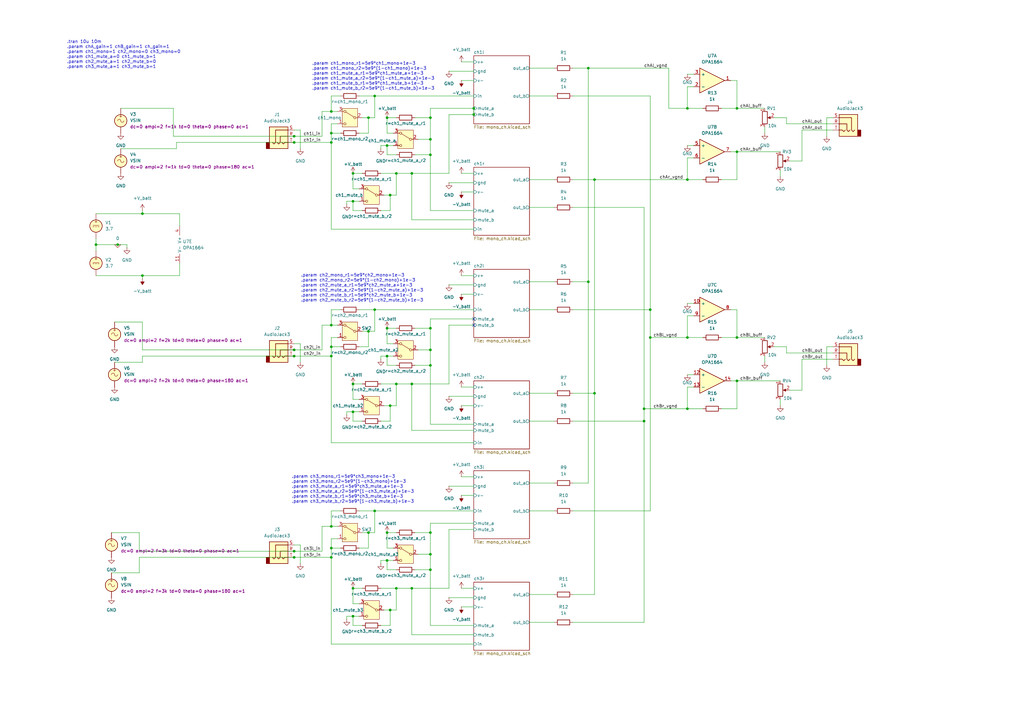
<source format=kicad_sch>
(kicad_sch
	(version 20250114)
	(generator "eeschema")
	(generator_version "9.0")
	(uuid "39969401-eea3-4a11-9c06-cb4273dfa036")
	(paper "A3")
	
	(text ".param ch1_mono_r1=5e9*ch1_mono+1e-3\n.param ch1_mono_r2=5e9*(1-ch1_mono)+1e-3\n.param ch1_mute_a_r1=5e9*ch1_mute_a+1e-3\n.param ch1_mute_a_r2=5e9*(1-ch1_mute_a)+1e-3\n.param ch1_mute_b_r1=5e9*ch1_mute_b+1e-3\n.param ch1_mute_b_r2=5e9*(1-ch1_mute_b)+1e-3"
		(exclude_from_sim no)
		(at 128.016 31.242 0)
		(effects
			(font
				(size 1.27 1.27)
			)
			(justify left)
		)
		(uuid "2af9220c-f97b-4001-910d-fc3b79a6c99b")
	)
	(text ".param ch3_mono_r1=5e9*ch3_mono+1e-3\n.param ch3_mono_r2=5e9*(1-ch3_mono)+1e-3\n.param ch3_mute_a_r1=5e9*ch3_mute_a+1e-3\n.param ch3_mute_a_r2=5e9*(1-ch3_mute_a)+1e-3\n.param ch3_mute_b_r1=5e9*ch3_mute_b+1e-3\n.param ch3_mute_b_r2=5e9*(1-ch3_mute_b)+1e-3"
		(exclude_from_sim no)
		(at 119.634 200.66 0)
		(effects
			(font
				(size 1.27 1.27)
			)
			(justify left)
		)
		(uuid "927af50c-a216-48a4-9561-1a1a2f010847")
	)
	(text ".tran 10u 10m\n.param chA_gain=1 chB_gain=1 ch_gain=1\n.param ch1_mono=1 ch2_mono=0 ch3_mono=0\n.param ch1_mute_a=0 ch1_mute_b=1\n.param ch2_mute_a=1 ch2_mute_b=0\n.param ch3_mute_a=1 ch3_mute_b=1"
		(exclude_from_sim no)
		(at 27.432 22.352 0)
		(effects
			(font
				(size 1.27 1.27)
			)
			(justify left)
		)
		(uuid "d247163e-44ea-4102-8b31-ca1f96265912")
	)
	(text ".param ch2_mono_r1=5e9*ch2_mono+1e-3\n.param ch2_mono_r2=5e9*(1-ch2_mono)+1e-3\n.param ch2_mute_a_r1=5e9*ch2_mute_a+1e-3\n.param ch2_mute_a_r2=5e9*(1-ch2_mute_a)+1e-3\n.param ch2_mute_b_r1=5e9*ch2_mute_b+1e-3\n.param ch2_mute_b_r2=5e9*(1-ch2_mute_b)+1e-3"
		(exclude_from_sim no)
		(at 123.444 118.11 0)
		(effects
			(font
				(size 1.27 1.27)
			)
			(justify left)
		)
		(uuid "f42fd0af-7546-45f1-a963-843f768fe0a5")
	)
	(junction
		(at 243.84 161.29)
		(diameter 0)
		(color 0 0 0 0)
		(uuid "01795345-0a6b-4940-8503-8afba8fa91eb")
	)
	(junction
		(at 39.37 100.33)
		(diameter 0)
		(color 0 0 0 0)
		(uuid "0bad84fd-70a9-41bf-a42b-8c387d93d8fb")
	)
	(junction
		(at 135.89 58.42)
		(diameter 0)
		(color 0 0 0 0)
		(uuid "11086282-65f9-4d6d-be32-85055c442abe")
	)
	(junction
		(at 281.94 167.64)
		(diameter 0)
		(color 0 0 0 0)
		(uuid "14d63b0a-5d87-42bd-b79d-c39464bf3a7f")
	)
	(junction
		(at 302.26 44.45)
		(diameter 0)
		(color 0 0 0 0)
		(uuid "190a00b1-91ea-4380-a8f1-59ccf0cfea82")
	)
	(junction
		(at 176.53 63.5)
		(diameter 0)
		(color 0 0 0 0)
		(uuid "196ff52d-a4de-46fd-8f03-5905b7cad458")
	)
	(junction
		(at 144.78 241.3)
		(diameter 0)
		(color 0 0 0 0)
		(uuid "1fed7dea-e22e-4bbe-b372-8300fb23b337")
	)
	(junction
		(at 176.53 143.51)
		(diameter 0)
		(color 0 0 0 0)
		(uuid "20d1a3c9-d5c0-4f89-ac33-5b15b8c6fbe9")
	)
	(junction
		(at 120.65 146.05)
		(diameter 0)
		(color 0 0 0 0)
		(uuid "228ba509-b9dd-46dd-9d2e-b125a1b94b43")
	)
	(junction
		(at 162.56 157.48)
		(diameter 0)
		(color 0 0 0 0)
		(uuid "2b9f58aa-ee05-4a44-b8ad-c1cd03006a0a")
	)
	(junction
		(at 120.65 228.6)
		(diameter 0)
		(color 0 0 0 0)
		(uuid "2fd3c009-2b56-499c-adc4-09b20737199f")
	)
	(junction
		(at 120.65 143.51)
		(diameter 0)
		(color 0 0 0 0)
		(uuid "313d874a-7e98-44cb-957e-a3d7a924e8c6")
	)
	(junction
		(at 158.75 48.26)
		(diameter 0)
		(color 0 0 0 0)
		(uuid "33b1d150-2f1f-4b98-b503-2ad2533d1836")
	)
	(junction
		(at 120.65 58.42)
		(diameter 0)
		(color 0 0 0 0)
		(uuid "3580c365-7a4a-404d-9c7d-7b82408bf2c3")
	)
	(junction
		(at 162.56 241.3)
		(diameter 0)
		(color 0 0 0 0)
		(uuid "3630bf59-62cd-4d68-8834-29dcd03d193d")
	)
	(junction
		(at 160.02 80.01)
		(diameter 0)
		(color 0 0 0 0)
		(uuid "3710807a-05b4-4fb3-9d7e-f7adb92c41dd")
	)
	(junction
		(at 120.65 55.88)
		(diameter 0)
		(color 0 0 0 0)
		(uuid "388da5e7-61dd-448d-925d-8668e214001c")
	)
	(junction
		(at 158.75 146.05)
		(diameter 0)
		(color 0 0 0 0)
		(uuid "3a4e2e73-1914-4866-af40-5f4a7680ab8e")
	)
	(junction
		(at 281.94 73.66)
		(diameter 0)
		(color 0 0 0 0)
		(uuid "3db5382d-2e5f-4737-93ab-3723ecff9378")
	)
	(junction
		(at 241.3 27.94)
		(diameter 0)
		(color 0 0 0 0)
		(uuid "48b47330-a687-4dec-b4b1-9060d8889b94")
	)
	(junction
		(at 153.67 209.55)
		(diameter 0)
		(color 0 0 0 0)
		(uuid "4bd74f90-76cf-482e-8db0-85c4c591d8ac")
	)
	(junction
		(at 302.26 138.43)
		(diameter 0)
		(color 0 0 0 0)
		(uuid "4d136b02-b679-46d4-ab68-3843b4b177b7")
	)
	(junction
		(at 48.26 100.33)
		(diameter 0)
		(color 0 0 0 0)
		(uuid "4d1f3141-faa9-4438-8cd9-ccdec2ab0484")
	)
	(junction
		(at 135.89 228.6)
		(diameter 0)
		(color 0 0 0 0)
		(uuid "508df301-bfbb-4afe-b361-1ab23a78bbdf")
	)
	(junction
		(at 176.53 227.33)
		(diameter 0)
		(color 0 0 0 0)
		(uuid "559f28a1-0bc6-4cbc-a223-5a743c219c9e")
	)
	(junction
		(at 144.78 71.12)
		(diameter 0)
		(color 0 0 0 0)
		(uuid "5fbe5b90-20ba-4218-8a34-133968d11d6e")
	)
	(junction
		(at 160.02 250.19)
		(diameter 0)
		(color 0 0 0 0)
		(uuid "61b0aabd-6bbf-4a34-b603-600ae9db9d56")
	)
	(junction
		(at 162.56 71.12)
		(diameter 0)
		(color 0 0 0 0)
		(uuid "63b449a1-c993-42f9-a2a1-50fa31d074e8")
	)
	(junction
		(at 151.13 135.89)
		(diameter 0)
		(color 0 0 0 0)
		(uuid "681fe26e-06a9-4ed1-b24e-4409c3e74794")
	)
	(junction
		(at 194.31 46.99)
		(diameter 0)
		(color 0 0 0 0)
		(uuid "6ca155eb-8529-4f03-9452-8e3465f530d6")
	)
	(junction
		(at 135.89 146.05)
		(diameter 0)
		(color 0 0 0 0)
		(uuid "72b2ec02-ef97-4f0c-afcc-9b7d5da4807d")
	)
	(junction
		(at 135.89 133.35)
		(diameter 0)
		(color 0 0 0 0)
		(uuid "73fbf773-8fab-4d02-a0b7-f2f9ccd03f69")
	)
	(junction
		(at 194.31 44.45)
		(diameter 0)
		(color 0 0 0 0)
		(uuid "7525c627-9b9b-4f85-8f47-b75b8a715577")
	)
	(junction
		(at 241.3 115.57)
		(diameter 0)
		(color 0 0 0 0)
		(uuid "7af54f1b-7ccc-4631-910e-3eef193dfb45")
	)
	(junction
		(at 158.75 218.44)
		(diameter 0)
		(color 0 0 0 0)
		(uuid "7bf1dff7-4673-4289-a70b-c18c32d7bccb")
	)
	(junction
		(at 158.75 134.62)
		(diameter 0)
		(color 0 0 0 0)
		(uuid "7d2ecd14-d162-4f00-87c0-329ecbc88a3f")
	)
	(junction
		(at 120.65 226.06)
		(diameter 0)
		(color 0 0 0 0)
		(uuid "81a6a235-f64a-4ac2-9b48-9ce5380b6650")
	)
	(junction
		(at 135.89 54.61)
		(diameter 0)
		(color 0 0 0 0)
		(uuid "842c674d-dd4b-432e-8b77-15e15dc69dae")
	)
	(junction
		(at 302.26 156.21)
		(diameter 0)
		(color 0 0 0 0)
		(uuid "897b3dbf-c870-453f-b93c-725cd819f9cc")
	)
	(junction
		(at 281.94 138.43)
		(diameter 0)
		(color 0 0 0 0)
		(uuid "91a2d26e-b5ac-47dd-b5b4-4dd718593a53")
	)
	(junction
		(at 153.67 39.37)
		(diameter 0)
		(color 0 0 0 0)
		(uuid "93e6562d-492d-43b6-97c9-eb3b814ea95b")
	)
	(junction
		(at 135.89 142.24)
		(diameter 0)
		(color 0 0 0 0)
		(uuid "9af2db8b-2121-4cf8-b1c1-523ee439528b")
	)
	(junction
		(at 176.53 149.86)
		(diameter 0)
		(color 0 0 0 0)
		(uuid "9c1be86a-e379-48a3-bca4-924d063c7813")
	)
	(junction
		(at 135.89 45.72)
		(diameter 0)
		(color 0 0 0 0)
		(uuid "9e5b363a-f026-4b20-9930-4c08be2a1ad7")
	)
	(junction
		(at 144.78 252.73)
		(diameter 0)
		(color 0 0 0 0)
		(uuid "a14194c3-51b8-477d-b8a6-664882c95fe1")
	)
	(junction
		(at 151.13 218.44)
		(diameter 0)
		(color 0 0 0 0)
		(uuid "a62f2ab2-376b-4d69-9c9f-d96df76eae9c")
	)
	(junction
		(at 176.53 218.44)
		(diameter 0)
		(color 0 0 0 0)
		(uuid "acd5f451-727b-43be-a192-0f4cecc2d6b1")
	)
	(junction
		(at 144.78 168.91)
		(diameter 0)
		(color 0 0 0 0)
		(uuid "aef1ffbe-4343-452c-8704-110c9c27d37c")
	)
	(junction
		(at 160.02 166.37)
		(diameter 0)
		(color 0 0 0 0)
		(uuid "af70637a-ff3f-4aef-ad51-8a660a4ca071")
	)
	(junction
		(at 158.75 59.69)
		(diameter 0)
		(color 0 0 0 0)
		(uuid "afc72beb-9771-425e-aead-40a41ccb6c5f")
	)
	(junction
		(at 264.16 172.72)
		(diameter 0)
		(color 0 0 0 0)
		(uuid "b68c860c-6d7d-4bd8-96dd-05350ef5209e")
	)
	(junction
		(at 264.16 167.64)
		(diameter 0)
		(color 0 0 0 0)
		(uuid "b7d31863-0cb1-4c14-a368-8e0efd4476c3")
	)
	(junction
		(at 168.91 157.48)
		(diameter 0)
		(color 0 0 0 0)
		(uuid "c2ea1e7a-fffb-439a-9b42-c011924d843f")
	)
	(junction
		(at 266.7 138.43)
		(diameter 0)
		(color 0 0 0 0)
		(uuid "c83f584c-4ded-463b-b9e2-b3df3eaaeaa8")
	)
	(junction
		(at 168.91 241.3)
		(diameter 0)
		(color 0 0 0 0)
		(uuid "ce0d05a9-98c5-44d2-af9e-5ef4dc6a3e79")
	)
	(junction
		(at 243.84 73.66)
		(diameter 0)
		(color 0 0 0 0)
		(uuid "d5cb22f0-ed0a-4c8a-94ab-3fe35edcf9b2")
	)
	(junction
		(at 176.53 233.68)
		(diameter 0)
		(color 0 0 0 0)
		(uuid "d7fd4dee-6c00-4f31-b881-e92c9222f3c9")
	)
	(junction
		(at 151.13 48.26)
		(diameter 0)
		(color 0 0 0 0)
		(uuid "d96ec034-fae6-44cc-82ab-b8c0a6fee1be")
	)
	(junction
		(at 158.75 229.87)
		(diameter 0)
		(color 0 0 0 0)
		(uuid "d9a0fe62-031a-4350-9c87-383095894ff5")
	)
	(junction
		(at 281.94 44.45)
		(diameter 0)
		(color 0 0 0 0)
		(uuid "d9af1e94-c9b3-446d-9cc5-b06e29e22ba7")
	)
	(junction
		(at 302.26 62.23)
		(diameter 0)
		(color 0 0 0 0)
		(uuid "ddceb604-e6b8-4187-b4a1-2779387141d5")
	)
	(junction
		(at 58.42 87.63)
		(diameter 0)
		(color 0 0 0 0)
		(uuid "e0b1facd-d441-496e-9933-1e3cb689693b")
	)
	(junction
		(at 176.53 57.15)
		(diameter 0)
		(color 0 0 0 0)
		(uuid "e1f72b23-65a3-47c9-b341-59350ec9ead5")
	)
	(junction
		(at 176.53 134.62)
		(diameter 0)
		(color 0 0 0 0)
		(uuid "eb5cf737-509a-47c1-8be9-6b8605efa18a")
	)
	(junction
		(at 144.78 82.55)
		(diameter 0)
		(color 0 0 0 0)
		(uuid "ec456321-be45-4c3c-a5bb-ff144cd54cfe")
	)
	(junction
		(at 176.53 48.26)
		(diameter 0)
		(color 0 0 0 0)
		(uuid "f01d0f66-a765-4bdd-8f9d-01db3ca17c3d")
	)
	(junction
		(at 144.78 157.48)
		(diameter 0)
		(color 0 0 0 0)
		(uuid "f1c1a6d0-b397-4765-bc33-c8d778fda059")
	)
	(junction
		(at 58.42 113.03)
		(diameter 0)
		(color 0 0 0 0)
		(uuid "f2265a4a-f704-4c6c-bc44-05ead92ce710")
	)
	(junction
		(at 135.89 215.9)
		(diameter 0)
		(color 0 0 0 0)
		(uuid "f273361b-ac5d-4a1d-a078-101f17336c10")
	)
	(junction
		(at 168.91 71.12)
		(diameter 0)
		(color 0 0 0 0)
		(uuid "f318bf70-7969-4ded-937c-f241c24555ce")
	)
	(junction
		(at 135.89 224.79)
		(diameter 0)
		(color 0 0 0 0)
		(uuid "f4848f85-8034-4563-915a-59b44afc5d31")
	)
	(junction
		(at 153.67 127)
		(diameter 0)
		(color 0 0 0 0)
		(uuid "f60acc1a-97fc-46ce-8c98-54952704b15a")
	)
	(junction
		(at 266.7 127)
		(diameter 0)
		(color 0 0 0 0)
		(uuid "fe4a4655-8620-4689-9a22-3fe2ce7ec059")
	)
	(no_connect
		(at 194.31 133.35)
		(uuid "66ab75b1-68fa-49c4-9744-d53e545ae434")
	)
	(no_connect
		(at 194.31 130.81)
		(uuid "ea13dc9f-029d-4add-a87a-53124480e172")
	)
	(wire
		(pts
			(xy 189.23 25.4) (xy 194.31 25.4)
		)
		(stroke
			(width 0)
			(type default)
		)
		(uuid "00fce980-0862-4ed4-ac35-beb7deed2bb8")
	)
	(wire
		(pts
			(xy 58.42 143.51) (xy 120.65 143.51)
		)
		(stroke
			(width 0)
			(type default)
		)
		(uuid "02281ec1-75cb-4a95-99e0-60d45e89c62b")
	)
	(wire
		(pts
			(xy 302.26 62.23) (xy 299.72 62.23)
		)
		(stroke
			(width 0)
			(type default)
		)
		(uuid "032b37e4-930b-4e1d-ad62-070f798229fd")
	)
	(wire
		(pts
			(xy 189.23 158.75) (xy 194.31 158.75)
		)
		(stroke
			(width 0)
			(type default)
		)
		(uuid "0338ffb4-a3df-4a52-915d-9fa5a290d913")
	)
	(wire
		(pts
			(xy 156.21 229.87) (xy 156.21 231.14)
		)
		(stroke
			(width 0)
			(type default)
		)
		(uuid "03b6cba6-1689-4aee-a792-21d95a5fa875")
	)
	(wire
		(pts
			(xy 241.3 27.94) (xy 274.32 27.94)
		)
		(stroke
			(width 0)
			(type default)
		)
		(uuid "03d73327-48e9-45f5-b29b-5402d7cb9e77")
	)
	(wire
		(pts
			(xy 339.09 48.26) (xy 339.09 55.88)
		)
		(stroke
			(width 0)
			(type default)
		)
		(uuid "079ce1e0-f673-4b30-a4d6-0dd71dfeeeb0")
	)
	(wire
		(pts
			(xy 302.26 73.66) (xy 302.26 62.23)
		)
		(stroke
			(width 0)
			(type default)
		)
		(uuid "0898867f-f1ae-4c75-8eab-9b7953dd9dfc")
	)
	(wire
		(pts
			(xy 46.99 132.08) (xy 58.42 132.08)
		)
		(stroke
			(width 0)
			(type default)
		)
		(uuid "09345935-5b2b-4334-b352-97a18f4af0c7")
	)
	(wire
		(pts
			(xy 73.66 107.95) (xy 73.66 113.03)
		)
		(stroke
			(width 0)
			(type default)
		)
		(uuid "09d54a62-cd6c-4a0e-8665-6527c80291f5")
	)
	(wire
		(pts
			(xy 158.75 218.44) (xy 162.56 218.44)
		)
		(stroke
			(width 0)
			(type default)
		)
		(uuid "0a34efb9-3862-4222-bc5a-d0e547bdebc2")
	)
	(wire
		(pts
			(xy 281.94 35.56) (xy 281.94 44.45)
		)
		(stroke
			(width 0)
			(type default)
		)
		(uuid "0a7225cb-4c38-40c6-a334-b9a28c23b214")
	)
	(wire
		(pts
			(xy 158.75 146.05) (xy 161.29 146.05)
		)
		(stroke
			(width 0)
			(type default)
		)
		(uuid "0b2d7e47-e0ad-48e1-8352-d1355b1f1836")
	)
	(wire
		(pts
			(xy 234.95 198.12) (xy 241.3 198.12)
		)
		(stroke
			(width 0)
			(type default)
		)
		(uuid "0b5b3955-93e9-425d-b57a-59bfc3e32297")
	)
	(wire
		(pts
			(xy 151.13 218.44) (xy 153.67 218.44)
		)
		(stroke
			(width 0)
			(type default)
		)
		(uuid "0bd25703-713d-45d7-8bda-6f34244f14e6")
	)
	(wire
		(pts
			(xy 156.21 241.3) (xy 162.56 241.3)
		)
		(stroke
			(width 0)
			(type default)
		)
		(uuid "0e7288c7-675f-4e93-916c-acd860a3b01d")
	)
	(wire
		(pts
			(xy 184.15 133.35) (xy 194.31 133.35)
		)
		(stroke
			(width 0)
			(type default)
		)
		(uuid "0f2dd9a3-ebd4-4faa-a994-4f91160c113f")
	)
	(wire
		(pts
			(xy 135.89 146.05) (xy 135.89 142.24)
		)
		(stroke
			(width 0)
			(type default)
		)
		(uuid "108533cb-3552-4e46-af99-761186c567ba")
	)
	(wire
		(pts
			(xy 302.26 44.45) (xy 302.26 33.02)
		)
		(stroke
			(width 0)
			(type default)
		)
		(uuid "115b6df7-b219-4fad-aa9a-878089d26971")
	)
	(wire
		(pts
			(xy 58.42 132.08) (xy 58.42 143.51)
		)
		(stroke
			(width 0)
			(type default)
		)
		(uuid "133e86c4-9591-43bc-a3df-fd06d76c4aac")
	)
	(wire
		(pts
			(xy 281.94 167.64) (xy 264.16 167.64)
		)
		(stroke
			(width 0)
			(type default)
		)
		(uuid "1556efc5-1820-4f6d-8a01-8a2e63885ea6")
	)
	(wire
		(pts
			(xy 176.53 233.68) (xy 176.53 227.33)
		)
		(stroke
			(width 0)
			(type default)
		)
		(uuid "16a7f190-a633-4dd1-beea-6708cc0ba20a")
	)
	(wire
		(pts
			(xy 176.53 214.63) (xy 194.31 214.63)
		)
		(stroke
			(width 0)
			(type default)
		)
		(uuid "175bf60b-f2d1-4b53-aeec-7fbc882cf83a")
	)
	(wire
		(pts
			(xy 189.23 195.58) (xy 194.31 195.58)
		)
		(stroke
			(width 0)
			(type default)
		)
		(uuid "1952f6d3-2d0e-44c0-81b2-70d322b26fd9")
	)
	(wire
		(pts
			(xy 176.53 48.26) (xy 176.53 57.15)
		)
		(stroke
			(width 0)
			(type default)
		)
		(uuid "1b2389a0-6182-4ee3-a9b5-908d416b2b53")
	)
	(wire
		(pts
			(xy 302.26 62.23) (xy 320.04 62.23)
		)
		(stroke
			(width 0)
			(type default)
		)
		(uuid "1bba400c-4c75-427c-a4a4-b55c8bba7cf7")
	)
	(wire
		(pts
			(xy 328.93 53.34) (xy 328.93 66.04)
		)
		(stroke
			(width 0)
			(type default)
		)
		(uuid "1cf968ec-7064-4d84-9b65-e5091a0487d7")
	)
	(wire
		(pts
			(xy 170.18 218.44) (xy 176.53 218.44)
		)
		(stroke
			(width 0)
			(type default)
		)
		(uuid "1f7a6d2b-d61b-47a6-ab10-67e590f227fc")
	)
	(wire
		(pts
			(xy 158.75 48.26) (xy 158.75 54.61)
		)
		(stroke
			(width 0)
			(type default)
		)
		(uuid "1f885307-610c-4160-baa8-f56a37af5742")
	)
	(wire
		(pts
			(xy 194.31 44.45) (xy 194.31 46.99)
		)
		(stroke
			(width 0)
			(type default)
		)
		(uuid "1f892f64-46f1-45f3-92cc-114cd3f6ae71")
	)
	(wire
		(pts
			(xy 142.24 252.73) (xy 142.24 254)
		)
		(stroke
			(width 0)
			(type default)
		)
		(uuid "1fe22569-9f8e-4a0c-9e5c-66f40d40502f")
	)
	(wire
		(pts
			(xy 73.66 113.03) (xy 58.42 113.03)
		)
		(stroke
			(width 0)
			(type default)
		)
		(uuid "225a7fd9-48b8-48b5-b0c8-84205563aa6a")
	)
	(wire
		(pts
			(xy 144.78 157.48) (xy 144.78 163.83)
		)
		(stroke
			(width 0)
			(type default)
		)
		(uuid "23ad4619-1247-485f-9e3b-3f61b26cbab9")
	)
	(wire
		(pts
			(xy 176.53 173.99) (xy 194.31 173.99)
		)
		(stroke
			(width 0)
			(type default)
		)
		(uuid "256f6171-f259-4f91-81cf-b477ba45d37a")
	)
	(wire
		(pts
			(xy 57.15 226.06) (xy 120.65 226.06)
		)
		(stroke
			(width 0)
			(type default)
		)
		(uuid "26984528-b240-4d63-b830-e197cc677bcf")
	)
	(wire
		(pts
			(xy 120.65 143.51) (xy 132.08 143.51)
		)
		(stroke
			(width 0)
			(type default)
		)
		(uuid "26c163e8-a5fd-46ce-9953-7886263a4930")
	)
	(wire
		(pts
			(xy 160.02 250.19) (xy 162.56 250.19)
		)
		(stroke
			(width 0)
			(type default)
		)
		(uuid "28c2963b-8125-4c03-8af4-5179d4a7d713")
	)
	(wire
		(pts
			(xy 170.18 149.86) (xy 176.53 149.86)
		)
		(stroke
			(width 0)
			(type default)
		)
		(uuid "28c333a7-4427-4811-92cf-d42265751058")
	)
	(wire
		(pts
			(xy 158.75 229.87) (xy 156.21 229.87)
		)
		(stroke
			(width 0)
			(type default)
		)
		(uuid "2900c142-f0e5-4b8a-8f4b-594f4558b77e")
	)
	(wire
		(pts
			(xy 266.7 138.43) (xy 266.7 209.55)
		)
		(stroke
			(width 0)
			(type default)
		)
		(uuid "2a7d22f7-b2ad-4594-b2fa-1618f2e69ac1")
	)
	(wire
		(pts
			(xy 184.15 71.12) (xy 184.15 46.99)
		)
		(stroke
			(width 0)
			(type default)
		)
		(uuid "2b41442b-d2e9-464d-9ffa-95cd18627250")
	)
	(wire
		(pts
			(xy 58.42 86.36) (xy 58.42 87.63)
		)
		(stroke
			(width 0)
			(type default)
		)
		(uuid "2bc637e2-69ef-4084-91b3-af9792acc14a")
	)
	(wire
		(pts
			(xy 135.89 54.61) (xy 135.89 58.42)
		)
		(stroke
			(width 0)
			(type default)
		)
		(uuid "2c0e04d5-7f53-4c6e-a596-feaf4cc8bb8b")
	)
	(wire
		(pts
			(xy 217.17 243.84) (xy 227.33 243.84)
		)
		(stroke
			(width 0)
			(type default)
		)
		(uuid "2cd0b08c-f8cf-4cc5-8813-31e0b42f003d")
	)
	(wire
		(pts
			(xy 281.94 30.48) (xy 284.48 30.48)
		)
		(stroke
			(width 0)
			(type default)
		)
		(uuid "2dfeab1f-e05e-4122-8dfb-4d83ce0917ac")
	)
	(wire
		(pts
			(xy 156.21 146.05) (xy 156.21 147.32)
		)
		(stroke
			(width 0)
			(type default)
		)
		(uuid "306c9fee-28a0-46f2-a984-a3c338c3c72c")
	)
	(wire
		(pts
			(xy 189.23 78.74) (xy 194.31 78.74)
		)
		(stroke
			(width 0)
			(type default)
		)
		(uuid "3085c720-472f-42f8-8503-6631bce9ffb5")
	)
	(wire
		(pts
			(xy 341.63 144.78) (xy 322.58 144.78)
		)
		(stroke
			(width 0)
			(type default)
		)
		(uuid "30c38dee-61bc-4391-9bda-f439037cb2a2")
	)
	(wire
		(pts
			(xy 52.07 100.33) (xy 52.07 101.6)
		)
		(stroke
			(width 0)
			(type default)
		)
		(uuid "3207148e-03bb-44e7-b35d-546ddb7d2ef9")
	)
	(wire
		(pts
			(xy 58.42 87.63) (xy 73.66 87.63)
		)
		(stroke
			(width 0)
			(type default)
		)
		(uuid "322474fc-88da-4f96-aea7-ff1fd265df2d")
	)
	(wire
		(pts
			(xy 49.53 60.96) (xy 72.39 60.96)
		)
		(stroke
			(width 0)
			(type default)
		)
		(uuid "33580296-b8f9-44d8-b5c3-410ac94379c7")
	)
	(wire
		(pts
			(xy 217.17 39.37) (xy 227.33 39.37)
		)
		(stroke
			(width 0)
			(type default)
		)
		(uuid "33741929-ecb2-455d-9353-e4ec2efa6507")
	)
	(wire
		(pts
			(xy 184.15 29.21) (xy 194.31 29.21)
		)
		(stroke
			(width 0)
			(type default)
		)
		(uuid "342632d7-2e3c-4f53-91f7-21dde98d2e2e")
	)
	(wire
		(pts
			(xy 288.29 44.45) (xy 281.94 44.45)
		)
		(stroke
			(width 0)
			(type default)
		)
		(uuid "346302a5-53cc-44c3-be5c-93b1ceda98d1")
	)
	(wire
		(pts
			(xy 281.94 35.56) (xy 284.48 35.56)
		)
		(stroke
			(width 0)
			(type default)
		)
		(uuid "3773a672-36df-4e41-950b-3ce9d028e475")
	)
	(wire
		(pts
			(xy 148.59 71.12) (xy 144.78 71.12)
		)
		(stroke
			(width 0)
			(type default)
		)
		(uuid "37acf82b-eaae-4cf9-a832-064fcfa80a29")
	)
	(wire
		(pts
			(xy 135.89 138.43) (xy 138.43 138.43)
		)
		(stroke
			(width 0)
			(type default)
		)
		(uuid "37cab769-8d8c-4a42-b801-ed41540ac574")
	)
	(wire
		(pts
			(xy 132.08 55.88) (xy 132.08 45.72)
		)
		(stroke
			(width 0)
			(type default)
		)
		(uuid "38808671-d66a-49df-b2f9-50e6be616a11")
	)
	(wire
		(pts
			(xy 135.89 50.8) (xy 138.43 50.8)
		)
		(stroke
			(width 0)
			(type default)
		)
		(uuid "38e2fd4f-cb13-481d-a5ea-2d3805cd3476")
	)
	(wire
		(pts
			(xy 328.93 147.32) (xy 328.93 160.02)
		)
		(stroke
			(width 0)
			(type default)
		)
		(uuid "39fed05f-236b-4308-bbeb-dde5d3925edf")
	)
	(wire
		(pts
			(xy 162.56 241.3) (xy 168.91 241.3)
		)
		(stroke
			(width 0)
			(type default)
		)
		(uuid "3a152a17-45ec-414f-ab60-ca8a81899849")
	)
	(wire
		(pts
			(xy 171.45 143.51) (xy 176.53 143.51)
		)
		(stroke
			(width 0)
			(type default)
		)
		(uuid "3a7fd5b8-d9d4-46d4-98f5-9602c473143f")
	)
	(wire
		(pts
			(xy 322.58 48.26) (xy 322.58 50.8)
		)
		(stroke
			(width 0)
			(type default)
		)
		(uuid "3c2e8c52-00d3-4772-bbf4-fd9e884abaf4")
	)
	(wire
		(pts
			(xy 217.17 161.29) (xy 227.33 161.29)
		)
		(stroke
			(width 0)
			(type default)
		)
		(uuid "3d45ef05-dbf5-4257-9038-8ec1383320d5")
	)
	(wire
		(pts
			(xy 189.23 203.2) (xy 194.31 203.2)
		)
		(stroke
			(width 0)
			(type default)
		)
		(uuid "3e97393c-f1cf-4854-913d-574b44f29a3e")
	)
	(wire
		(pts
			(xy 151.13 48.26) (xy 153.67 48.26)
		)
		(stroke
			(width 0)
			(type default)
		)
		(uuid "3f2f57a5-8ca9-429b-9411-487d780d2190")
	)
	(wire
		(pts
			(xy 158.75 146.05) (xy 156.21 146.05)
		)
		(stroke
			(width 0)
			(type default)
		)
		(uuid "40203abd-934b-41d2-8c88-8d4935c28dac")
	)
	(wire
		(pts
			(xy 144.78 82.55) (xy 142.24 82.55)
		)
		(stroke
			(width 0)
			(type default)
		)
		(uuid "40cee4d5-8c2b-47b3-b5af-fdad4af0b443")
	)
	(wire
		(pts
			(xy 144.78 168.91) (xy 144.78 172.72)
		)
		(stroke
			(width 0)
			(type default)
		)
		(uuid "410fdf05-3808-4a82-af6d-656c4176d4c3")
	)
	(wire
		(pts
			(xy 57.15 234.95) (xy 57.15 228.6)
		)
		(stroke
			(width 0)
			(type default)
		)
		(uuid "41ec1066-0954-437d-8888-05b1778ce139")
	)
	(wire
		(pts
			(xy 189.23 120.65) (xy 194.31 120.65)
		)
		(stroke
			(width 0)
			(type default)
		)
		(uuid "42a3527e-e6de-44bb-846d-4d685cfa066c")
	)
	(wire
		(pts
			(xy 58.42 114.3) (xy 58.42 113.03)
		)
		(stroke
			(width 0)
			(type default)
		)
		(uuid "455fa8cd-c3cb-485b-8515-f22da2d7fea4")
	)
	(wire
		(pts
			(xy 184.15 74.93) (xy 194.31 74.93)
		)
		(stroke
			(width 0)
			(type default)
		)
		(uuid "456f2a30-352e-4cdc-a4ee-d1089eea7ac4")
	)
	(wire
		(pts
			(xy 153.67 39.37) (xy 153.67 48.26)
		)
		(stroke
			(width 0)
			(type default)
		)
		(uuid "47c8f20c-648f-486e-88f8-136b5b359776")
	)
	(wire
		(pts
			(xy 147.32 127) (xy 153.67 127)
		)
		(stroke
			(width 0)
			(type default)
		)
		(uuid "488d836e-16a4-4bc2-bdfa-c84b562bf074")
	)
	(wire
		(pts
			(xy 135.89 220.98) (xy 138.43 220.98)
		)
		(stroke
			(width 0)
			(type default)
		)
		(uuid "48939aa9-aa26-4276-833e-1c40f13c72dd")
	)
	(wire
		(pts
			(xy 288.29 73.66) (xy 281.94 73.66)
		)
		(stroke
			(width 0)
			(type default)
		)
		(uuid "4b13f041-b70f-41cf-b29a-faba2f780aea")
	)
	(wire
		(pts
			(xy 120.65 223.52) (xy 123.19 223.52)
		)
		(stroke
			(width 0)
			(type default)
		)
		(uuid "4bf6047a-e267-498e-954f-b4bcacd60ea7")
	)
	(wire
		(pts
			(xy 264.16 85.09) (xy 264.16 167.64)
		)
		(stroke
			(width 0)
			(type default)
		)
		(uuid "4c5e1513-cd27-49c5-a3a9-0ec54170a02b")
	)
	(wire
		(pts
			(xy 148.59 157.48) (xy 144.78 157.48)
		)
		(stroke
			(width 0)
			(type default)
		)
		(uuid "4e159a0a-5ba2-4754-b141-a0b4b42218dd")
	)
	(wire
		(pts
			(xy 58.42 148.59) (xy 58.42 146.05)
		)
		(stroke
			(width 0)
			(type default)
		)
		(uuid "4eab7146-a79b-46bc-bf13-ea3943436fa7")
	)
	(wire
		(pts
			(xy 132.08 226.06) (xy 132.08 215.9)
		)
		(stroke
			(width 0)
			(type default)
		)
		(uuid "5031e239-de4e-48f4-a518-5324ecd567f0")
	)
	(wire
		(pts
			(xy 217.17 172.72) (xy 227.33 172.72)
		)
		(stroke
			(width 0)
			(type default)
		)
		(uuid "50ce7a44-115d-459e-8953-ea608dfbb23f")
	)
	(wire
		(pts
			(xy 144.78 247.65) (xy 147.32 247.65)
		)
		(stroke
			(width 0)
			(type default)
		)
		(uuid "50e3f5ff-0cc8-47aa-ae87-56ab34f35e35")
	)
	(wire
		(pts
			(xy 176.53 214.63) (xy 176.53 218.44)
		)
		(stroke
			(width 0)
			(type default)
		)
		(uuid "51bc050f-f24a-408d-9e28-2963d4d2de34")
	)
	(wire
		(pts
			(xy 234.95 161.29) (xy 243.84 161.29)
		)
		(stroke
			(width 0)
			(type default)
		)
		(uuid "51bd0f05-b009-4f6a-99c3-7ae2b82e6ca5")
	)
	(wire
		(pts
			(xy 135.89 45.72) (xy 138.43 45.72)
		)
		(stroke
			(width 0)
			(type default)
		)
		(uuid "5214dffc-6362-4aeb-a1ac-21297259d18f")
	)
	(wire
		(pts
			(xy 176.53 44.45) (xy 176.53 48.26)
		)
		(stroke
			(width 0)
			(type default)
		)
		(uuid "53cfd974-2a1b-4b3a-81d9-92f4f76f19e2")
	)
	(wire
		(pts
			(xy 341.63 48.26) (xy 339.09 48.26)
		)
		(stroke
			(width 0)
			(type default)
		)
		(uuid "53e60f27-8c8b-4896-98e5-da5b72d67a94")
	)
	(wire
		(pts
			(xy 135.89 209.55) (xy 135.89 215.9)
		)
		(stroke
			(width 0)
			(type default)
		)
		(uuid "55835520-12f5-4a2b-be57-f10a8e5ece29")
	)
	(wire
		(pts
			(xy 176.53 134.62) (xy 176.53 143.51)
		)
		(stroke
			(width 0)
			(type default)
		)
		(uuid "55a2a66b-4974-478c-bea5-3d116a851302")
	)
	(wire
		(pts
			(xy 147.32 39.37) (xy 153.67 39.37)
		)
		(stroke
			(width 0)
			(type default)
		)
		(uuid "57fae0ad-b25c-4be6-826a-782c52845de1")
	)
	(wire
		(pts
			(xy 162.56 134.62) (xy 158.75 134.62)
		)
		(stroke
			(width 0)
			(type default)
		)
		(uuid "587148e4-de53-4d20-aa02-d327c01cdb59")
	)
	(wire
		(pts
			(xy 148.59 218.44) (xy 151.13 218.44)
		)
		(stroke
			(width 0)
			(type default)
		)
		(uuid "5911e97f-18f1-4176-b345-46efea9232eb")
	)
	(wire
		(pts
			(xy 135.89 142.24) (xy 139.7 142.24)
		)
		(stroke
			(width 0)
			(type default)
		)
		(uuid "595c316d-2f19-4675-802f-cbf2da5cde00")
	)
	(wire
		(pts
			(xy 234.95 39.37) (xy 266.7 39.37)
		)
		(stroke
			(width 0)
			(type default)
		)
		(uuid "5a45b5f6-923e-41b6-bece-10ab99e3d9ed")
	)
	(wire
		(pts
			(xy 168.91 157.48) (xy 184.15 157.48)
		)
		(stroke
			(width 0)
			(type default)
		)
		(uuid "5b51f942-1659-413c-bc8c-1dee9519a403")
	)
	(wire
		(pts
			(xy 328.93 53.34) (xy 341.63 53.34)
		)
		(stroke
			(width 0)
			(type default)
		)
		(uuid "5c0c0f08-22b4-43ff-96ac-7b930ee85a2a")
	)
	(wire
		(pts
			(xy 120.65 58.42) (xy 135.89 58.42)
		)
		(stroke
			(width 0)
			(type default)
		)
		(uuid "5c195779-ff3e-4653-80b5-858652b0c6c5")
	)
	(wire
		(pts
			(xy 176.53 63.5) (xy 176.53 57.15)
		)
		(stroke
			(width 0)
			(type default)
		)
		(uuid "5d3dc432-8b4c-4b93-91e3-bc6118d9467e")
	)
	(wire
		(pts
			(xy 189.23 241.3) (xy 194.31 241.3)
		)
		(stroke
			(width 0)
			(type default)
		)
		(uuid "5debc4b5-c123-4c90-a2ed-d9680e1031eb")
	)
	(wire
		(pts
			(xy 72.39 60.96) (xy 72.39 58.42)
		)
		(stroke
			(width 0)
			(type default)
		)
		(uuid "62042a3f-3291-4359-b8f6-b08e337efc31")
	)
	(wire
		(pts
			(xy 148.59 241.3) (xy 144.78 241.3)
		)
		(stroke
			(width 0)
			(type default)
		)
		(uuid "63a69f08-aa09-4b7a-94e6-5adc367078a0")
	)
	(wire
		(pts
			(xy 194.31 256.54) (xy 176.53 256.54)
		)
		(stroke
			(width 0)
			(type default)
		)
		(uuid "63f3e9ca-db8c-443f-8ebe-1b9d02f46257")
	)
	(wire
		(pts
			(xy 168.91 260.35) (xy 168.91 241.3)
		)
		(stroke
			(width 0)
			(type default)
		)
		(uuid "641871e6-f64f-4b8c-8047-1c280e378926")
	)
	(wire
		(pts
			(xy 184.15 245.11) (xy 194.31 245.11)
		)
		(stroke
			(width 0)
			(type default)
		)
		(uuid "646dfcc8-c7e4-489c-8712-b0e521e2706a")
	)
	(wire
		(pts
			(xy 317.5 142.24) (xy 322.58 142.24)
		)
		(stroke
			(width 0)
			(type default)
		)
		(uuid "6475b24f-9640-44de-a124-c5b6c4ba2f3d")
	)
	(wire
		(pts
			(xy 281.94 129.54) (xy 284.48 129.54)
		)
		(stroke
			(width 0)
			(type default)
		)
		(uuid "65b90ee1-7681-4168-9c86-795e1551f968")
	)
	(wire
		(pts
			(xy 295.91 167.64) (xy 302.26 167.64)
		)
		(stroke
			(width 0)
			(type default)
		)
		(uuid "65dc15eb-c5ce-4992-97ad-7f470656f8d6")
	)
	(wire
		(pts
			(xy 281.94 153.67) (xy 284.48 153.67)
		)
		(stroke
			(width 0)
			(type default)
		)
		(uuid "67075255-3779-43c7-a9b2-62cc305e051d")
	)
	(wire
		(pts
			(xy 45.72 218.44) (xy 57.15 218.44)
		)
		(stroke
			(width 0)
			(type default)
		)
		(uuid "671e2b12-1104-4df7-a201-2605b18c6cdf")
	)
	(wire
		(pts
			(xy 144.78 82.55) (xy 147.32 82.55)
		)
		(stroke
			(width 0)
			(type default)
		)
		(uuid "674978b3-5fa5-42b3-90c6-9e958897e2fe")
	)
	(wire
		(pts
			(xy 157.48 166.37) (xy 160.02 166.37)
		)
		(stroke
			(width 0)
			(type default)
		)
		(uuid "67648130-a3e7-4e78-95fc-669293e098f1")
	)
	(wire
		(pts
			(xy 281.94 73.66) (xy 281.94 64.77)
		)
		(stroke
			(width 0)
			(type default)
		)
		(uuid "67af6013-b05b-4aa9-bc11-50294344722b")
	)
	(wire
		(pts
			(xy 156.21 71.12) (xy 162.56 71.12)
		)
		(stroke
			(width 0)
			(type default)
		)
		(uuid "67ed8a15-c7bb-42fa-8968-85072b47d5c8")
	)
	(wire
		(pts
			(xy 170.18 48.26) (xy 176.53 48.26)
		)
		(stroke
			(width 0)
			(type default)
		)
		(uuid "68099f15-1eeb-4b86-9d5b-42be5553e3e1")
	)
	(wire
		(pts
			(xy 156.21 59.69) (xy 156.21 60.96)
		)
		(stroke
			(width 0)
			(type default)
		)
		(uuid "6863ec08-c74f-4c29-8c6d-0918b38d99c1")
	)
	(wire
		(pts
			(xy 194.31 86.36) (xy 176.53 86.36)
		)
		(stroke
			(width 0)
			(type default)
		)
		(uuid "68cf58af-d0d5-4c9d-8dca-c7a0ebf327ad")
	)
	(wire
		(pts
			(xy 144.78 252.73) (xy 142.24 252.73)
		)
		(stroke
			(width 0)
			(type default)
		)
		(uuid "68ea11fe-43a0-448e-bb18-96ecc24a604f")
	)
	(wire
		(pts
			(xy 156.21 172.72) (xy 160.02 172.72)
		)
		(stroke
			(width 0)
			(type default)
		)
		(uuid "6bc01967-a160-4451-b219-23e3384a025a")
	)
	(wire
		(pts
			(xy 158.75 63.5) (xy 162.56 63.5)
		)
		(stroke
			(width 0)
			(type default)
		)
		(uuid "6c76b3b1-d88d-4088-b827-43d415739ba0")
	)
	(wire
		(pts
			(xy 144.78 77.47) (xy 147.32 77.47)
		)
		(stroke
			(width 0)
			(type default)
		)
		(uuid "6d7efc9a-54f1-4fb3-9d3e-21eaf469e22d")
	)
	(wire
		(pts
			(xy 135.89 215.9) (xy 138.43 215.9)
		)
		(stroke
			(width 0)
			(type default)
		)
		(uuid "6e804e48-e94e-438d-ad11-1693374a8647")
	)
	(wire
		(pts
			(xy 323.85 160.02) (xy 328.93 160.02)
		)
		(stroke
			(width 0)
			(type default)
		)
		(uuid "7068328a-ea7a-4c2a-adf8-725e3093089c")
	)
	(wire
		(pts
			(xy 281.94 167.64) (xy 281.94 158.75)
		)
		(stroke
			(width 0)
			(type default)
		)
		(uuid "70a388ad-7bbc-479f-8d95-df1e43a4a901")
	)
	(wire
		(pts
			(xy 168.91 241.3) (xy 184.15 241.3)
		)
		(stroke
			(width 0)
			(type default)
		)
		(uuid "70fcb1d6-638e-4dc3-9a99-552d27a8136d")
	)
	(wire
		(pts
			(xy 153.67 127) (xy 153.67 135.89)
		)
		(stroke
			(width 0)
			(type default)
		)
		(uuid "715a10ed-bc61-4e9c-b3d8-ab3673f21517")
	)
	(wire
		(pts
			(xy 157.48 80.01) (xy 160.02 80.01)
		)
		(stroke
			(width 0)
			(type default)
		)
		(uuid "71620042-5f17-4744-95d4-a4bdc054fed5")
	)
	(wire
		(pts
			(xy 151.13 54.61) (xy 151.13 48.26)
		)
		(stroke
			(width 0)
			(type default)
		)
		(uuid "718f3342-6ff8-456f-9746-0104ce5470a9")
	)
	(wire
		(pts
			(xy 266.7 138.43) (xy 281.94 138.43)
		)
		(stroke
			(width 0)
			(type default)
		)
		(uuid "726e98b9-cc4f-4f83-bb54-0cbb5032ee61")
	)
	(wire
		(pts
			(xy 302.26 156.21) (xy 299.72 156.21)
		)
		(stroke
			(width 0)
			(type default)
		)
		(uuid "74a9ef20-721c-49ec-86cb-185b7d298cd3")
	)
	(wire
		(pts
			(xy 281.94 59.69) (xy 284.48 59.69)
		)
		(stroke
			(width 0)
			(type default)
		)
		(uuid "74b1c797-9267-49ab-aa78-a3fe15aa6261")
	)
	(wire
		(pts
			(xy 168.91 176.53) (xy 168.91 157.48)
		)
		(stroke
			(width 0)
			(type default)
		)
		(uuid "74c345bc-b3ae-462e-ac4d-9525fc799c6c")
	)
	(wire
		(pts
			(xy 162.56 157.48) (xy 162.56 166.37)
		)
		(stroke
			(width 0)
			(type default)
		)
		(uuid "74d8adf1-3939-47d9-ab4b-dda478cf63fa")
	)
	(wire
		(pts
			(xy 281.94 158.75) (xy 284.48 158.75)
		)
		(stroke
			(width 0)
			(type default)
		)
		(uuid "754562d4-5165-43a0-9565-9c3fa450e1a4")
	)
	(wire
		(pts
			(xy 120.65 53.34) (xy 123.19 53.34)
		)
		(stroke
			(width 0)
			(type default)
		)
		(uuid "756e2a3f-8092-4380-b7de-847b28520a29")
	)
	(wire
		(pts
			(xy 135.89 224.79) (xy 135.89 220.98)
		)
		(stroke
			(width 0)
			(type default)
		)
		(uuid "76f23bc6-8f3f-4507-b3ad-139a8e885198")
	)
	(wire
		(pts
			(xy 160.02 256.54) (xy 160.02 250.19)
		)
		(stroke
			(width 0)
			(type default)
		)
		(uuid "785f0d0f-02b2-4fae-8145-f39bdf736bf0")
	)
	(wire
		(pts
			(xy 135.89 50.8) (xy 135.89 54.61)
		)
		(stroke
			(width 0)
			(type default)
		)
		(uuid "78d8ab31-24c4-43f2-95cb-9c816af2212b")
	)
	(wire
		(pts
			(xy 184.15 217.17) (xy 194.31 217.17)
		)
		(stroke
			(width 0)
			(type default)
		)
		(uuid "7930ef9f-ba87-4ded-b5a1-d5921b747a62")
	)
	(wire
		(pts
			(xy 217.17 127) (xy 227.33 127)
		)
		(stroke
			(width 0)
			(type default)
		)
		(uuid "7936e094-65e5-4666-bb6f-a8103aa03a42")
	)
	(wire
		(pts
			(xy 234.95 115.57) (xy 241.3 115.57)
		)
		(stroke
			(width 0)
			(type default)
		)
		(uuid "79dc06eb-2d2c-469a-b6db-ec5f3ee30222")
	)
	(wire
		(pts
			(xy 144.78 252.73) (xy 144.78 256.54)
		)
		(stroke
			(width 0)
			(type default)
		)
		(uuid "7bfaee45-35e6-46bc-bf23-98937159be7b")
	)
	(wire
		(pts
			(xy 274.32 44.45) (xy 281.94 44.45)
		)
		(stroke
			(width 0)
			(type default)
		)
		(uuid "7c667dc6-e775-4d7e-a133-56341a16cf65")
	)
	(wire
		(pts
			(xy 320.04 163.83) (xy 320.04 166.37)
		)
		(stroke
			(width 0)
			(type default)
		)
		(uuid "7cb1909f-5277-49cd-a7a2-86a6db2c29f9")
	)
	(wire
		(pts
			(xy 241.3 115.57) (xy 241.3 198.12)
		)
		(stroke
			(width 0)
			(type default)
		)
		(uuid "7d3d1ded-ee56-4581-ad88-3b7262a78f0a")
	)
	(wire
		(pts
			(xy 234.95 127) (xy 266.7 127)
		)
		(stroke
			(width 0)
			(type default)
		)
		(uuid "7e88f8a3-3cdc-404e-bd7c-af5aa882563c")
	)
	(wire
		(pts
			(xy 234.95 27.94) (xy 241.3 27.94)
		)
		(stroke
			(width 0)
			(type default)
		)
		(uuid "7fb52bc0-95c7-41ca-b6fe-8304f7aeaec0")
	)
	(wire
		(pts
			(xy 135.89 127) (xy 135.89 133.35)
		)
		(stroke
			(width 0)
			(type default)
		)
		(uuid "80df5af0-36e3-454e-9730-3732a65d35f6")
	)
	(wire
		(pts
			(xy 123.19 53.34) (xy 123.19 60.96)
		)
		(stroke
			(width 0)
			(type default)
		)
		(uuid "81159193-5677-4c0f-8599-2b298fe0e17f")
	)
	(wire
		(pts
			(xy 132.08 133.35) (xy 135.89 133.35)
		)
		(stroke
			(width 0)
			(type default)
		)
		(uuid "81d2aac1-6fd7-4f16-a6ad-50f13a71ab17")
	)
	(wire
		(pts
			(xy 194.31 176.53) (xy 168.91 176.53)
		)
		(stroke
			(width 0)
			(type default)
		)
		(uuid "84751b08-861c-48bc-82ec-5a926337b77a")
	)
	(wire
		(pts
			(xy 184.15 241.3) (xy 184.15 217.17)
		)
		(stroke
			(width 0)
			(type default)
		)
		(uuid "84f36600-3450-4554-afb6-7749b59a82d8")
	)
	(wire
		(pts
			(xy 302.26 156.21) (xy 320.04 156.21)
		)
		(stroke
			(width 0)
			(type default)
		)
		(uuid "86782f7a-a8ff-4fc4-bbe6-852ec45443f1")
	)
	(wire
		(pts
			(xy 144.78 172.72) (xy 148.59 172.72)
		)
		(stroke
			(width 0)
			(type default)
		)
		(uuid "86ad7a5e-f56a-4ece-8dbd-a51b0ba91874")
	)
	(wire
		(pts
			(xy 184.15 116.84) (xy 194.31 116.84)
		)
		(stroke
			(width 0)
			(type default)
		)
		(uuid "86d1fb9a-9442-4667-b4d3-70c59136816a")
	)
	(wire
		(pts
			(xy 189.23 71.12) (xy 194.31 71.12)
		)
		(stroke
			(width 0)
			(type default)
		)
		(uuid "882b620c-e883-494f-8e87-a29a09f89112")
	)
	(wire
		(pts
			(xy 139.7 209.55) (xy 135.89 209.55)
		)
		(stroke
			(width 0)
			(type default)
		)
		(uuid "8907db43-d8d5-408d-9008-cc7732b1b4bc")
	)
	(wire
		(pts
			(xy 142.24 168.91) (xy 142.24 170.18)
		)
		(stroke
			(width 0)
			(type default)
		)
		(uuid "891e73ad-c18e-4958-a01a-de238d2d9d64")
	)
	(wire
		(pts
			(xy 176.53 130.81) (xy 194.31 130.81)
		)
		(stroke
			(width 0)
			(type default)
		)
		(uuid "8abc8cb0-4d0b-47b1-ae33-dc6602880ec6")
	)
	(wire
		(pts
			(xy 217.17 27.94) (xy 227.33 27.94)
		)
		(stroke
			(width 0)
			(type default)
		)
		(uuid "8b4e6028-b46b-4ca0-b4a9-522b9720320b")
	)
	(wire
		(pts
			(xy 158.75 149.86) (xy 162.56 149.86)
		)
		(stroke
			(width 0)
			(type default)
		)
		(uuid "8d8a0fae-9ab4-482f-ba55-5ec49c62563f")
	)
	(wire
		(pts
			(xy 302.26 33.02) (xy 299.72 33.02)
		)
		(stroke
			(width 0)
			(type default)
		)
		(uuid "8ebb71e6-cb13-4a67-8fa2-696a8c5a3bc1")
	)
	(wire
		(pts
			(xy 189.23 33.02) (xy 194.31 33.02)
		)
		(stroke
			(width 0)
			(type default)
		)
		(uuid "8f63ac0c-60a2-4403-8bd1-393f9820861e")
	)
	(wire
		(pts
			(xy 158.75 229.87) (xy 158.75 233.68)
		)
		(stroke
			(width 0)
			(type default)
		)
		(uuid "901194ee-2d6c-49bd-bfe5-54b2d3b877cf")
	)
	(wire
		(pts
			(xy 135.89 264.16) (xy 194.31 264.16)
		)
		(stroke
			(width 0)
			(type default)
		)
		(uuid "90f3288d-f16a-497b-b972-32861c321eeb")
	)
	(wire
		(pts
			(xy 153.67 209.55) (xy 153.67 218.44)
		)
		(stroke
			(width 0)
			(type default)
		)
		(uuid "9152176c-4c0d-4055-a187-32139351191f")
	)
	(wire
		(pts
			(xy 158.75 134.62) (xy 158.75 140.97)
		)
		(stroke
			(width 0)
			(type default)
		)
		(uuid "9153e7ec-4693-4f49-a9ee-a90f288b1abb")
	)
	(wire
		(pts
			(xy 322.58 142.24) (xy 322.58 144.78)
		)
		(stroke
			(width 0)
			(type default)
		)
		(uuid "918df461-2309-4272-946f-72ec4a98638a")
	)
	(wire
		(pts
			(xy 288.29 167.64) (xy 281.94 167.64)
		)
		(stroke
			(width 0)
			(type default)
		)
		(uuid "92ca5e2f-8a33-4f8c-a64b-8dedb81835f1")
	)
	(wire
		(pts
			(xy 158.75 146.05) (xy 158.75 149.86)
		)
		(stroke
			(width 0)
			(type default)
		)
		(uuid "96d61dc5-a580-430d-ad56-f8b1be67c0db")
	)
	(wire
		(pts
			(xy 135.89 93.98) (xy 194.31 93.98)
		)
		(stroke
			(width 0)
			(type default)
		)
		(uuid "97fc761b-89c6-4b7a-9d37-6076ee2e3e0c")
	)
	(wire
		(pts
			(xy 295.91 73.66) (xy 302.26 73.66)
		)
		(stroke
			(width 0)
			(type default)
		)
		(uuid "98065177-3651-4156-990d-2e1900c28c3a")
	)
	(wire
		(pts
			(xy 158.75 59.69) (xy 161.29 59.69)
		)
		(stroke
			(width 0)
			(type default)
		)
		(uuid "995136e9-9702-44cc-aca8-a58a1baa2e2a")
	)
	(wire
		(pts
			(xy 281.94 124.46) (xy 284.48 124.46)
		)
		(stroke
			(width 0)
			(type default)
		)
		(uuid "99614a3a-1f79-4ac0-a769-142bc7cb1d67")
	)
	(wire
		(pts
			(xy 135.89 39.37) (xy 135.89 45.72)
		)
		(stroke
			(width 0)
			(type default)
		)
		(uuid "9ac7351e-7123-4815-8bd4-98c829b1f745")
	)
	(wire
		(pts
			(xy 135.89 224.79) (xy 139.7 224.79)
		)
		(stroke
			(width 0)
			(type default)
		)
		(uuid "9e6ae5c9-45f7-48df-ac04-99ea3f1b5c2b")
	)
	(wire
		(pts
			(xy 71.12 55.88) (xy 71.12 44.45)
		)
		(stroke
			(width 0)
			(type default)
		)
		(uuid "9e955363-0ecc-4e6b-9da5-31ae9ff6c4c4")
	)
	(wire
		(pts
			(xy 339.09 142.24) (xy 339.09 149.86)
		)
		(stroke
			(width 0)
			(type default)
		)
		(uuid "9eebc01c-f849-4f9e-a890-db55f6ff82d8")
	)
	(wire
		(pts
			(xy 147.32 142.24) (xy 151.13 142.24)
		)
		(stroke
			(width 0)
			(type default)
		)
		(uuid "9f207116-f8e0-4c36-85c0-01143f3e6607")
	)
	(wire
		(pts
			(xy 189.23 248.92) (xy 194.31 248.92)
		)
		(stroke
			(width 0)
			(type default)
		)
		(uuid "a091f180-e68d-4784-aaf7-fe568498dd0d")
	)
	(wire
		(pts
			(xy 171.45 227.33) (xy 176.53 227.33)
		)
		(stroke
			(width 0)
			(type default)
		)
		(uuid "a0c67dff-5bd2-4d28-9b62-33e44cbcfd8e")
	)
	(wire
		(pts
			(xy 158.75 140.97) (xy 161.29 140.97)
		)
		(stroke
			(width 0)
			(type default)
		)
		(uuid "a2f369f2-102f-4af8-ac09-d54566172c85")
	)
	(wire
		(pts
			(xy 243.84 73.66) (xy 243.84 161.29)
		)
		(stroke
			(width 0)
			(type default)
		)
		(uuid "a4bcdd97-cfad-49d4-8ed3-32dca998bd92")
	)
	(wire
		(pts
			(xy 313.69 138.43) (xy 302.26 138.43)
		)
		(stroke
			(width 0)
			(type default)
		)
		(uuid "a53ed35a-5315-4667-b705-e74141af194c")
	)
	(wire
		(pts
			(xy 153.67 39.37) (xy 194.31 39.37)
		)
		(stroke
			(width 0)
			(type default)
		)
		(uuid "a601d18f-8e64-4feb-82b3-824b434d0fa6")
	)
	(wire
		(pts
			(xy 176.53 44.45) (xy 194.31 44.45)
		)
		(stroke
			(width 0)
			(type default)
		)
		(uuid "a68e4f06-a24f-4b91-8f8d-b1c5394d57de")
	)
	(wire
		(pts
			(xy 264.16 167.64) (xy 264.16 172.72)
		)
		(stroke
			(width 0)
			(type default)
		)
		(uuid "a6e4726e-4410-4bbd-80c7-fa259a580390")
	)
	(wire
		(pts
			(xy 189.23 166.37) (xy 194.31 166.37)
		)
		(stroke
			(width 0)
			(type default)
		)
		(uuid "a6faabcf-6e4e-48ea-9521-ba43642778b0")
	)
	(wire
		(pts
			(xy 274.32 27.94) (xy 274.32 44.45)
		)
		(stroke
			(width 0)
			(type default)
		)
		(uuid "a717dc56-6636-4434-b302-94d853f4ac3f")
	)
	(wire
		(pts
			(xy 281.94 64.77) (xy 284.48 64.77)
		)
		(stroke
			(width 0)
			(type default)
		)
		(uuid "a7fecfb5-6653-4e43-95ab-0022e6625226")
	)
	(wire
		(pts
			(xy 151.13 142.24) (xy 151.13 135.89)
		)
		(stroke
			(width 0)
			(type default)
		)
		(uuid "a869f383-fb73-45c0-91f5-efde49e7e921")
	)
	(wire
		(pts
			(xy 57.15 218.44) (xy 57.15 226.06)
		)
		(stroke
			(width 0)
			(type default)
		)
		(uuid "a87fb031-c427-4c59-a7d4-c1097bcf319b")
	)
	(wire
		(pts
			(xy 160.02 172.72) (xy 160.02 166.37)
		)
		(stroke
			(width 0)
			(type default)
		)
		(uuid "a9535ecd-5781-40a9-9032-c4277855e37b")
	)
	(wire
		(pts
			(xy 160.02 80.01) (xy 162.56 80.01)
		)
		(stroke
			(width 0)
			(type default)
		)
		(uuid "aa6f94a8-08aa-4682-abe8-52e61baa225d")
	)
	(wire
		(pts
			(xy 217.17 198.12) (xy 227.33 198.12)
		)
		(stroke
			(width 0)
			(type default)
		)
		(uuid "aac0b14c-5b21-4087-9e97-b29b40fcba17")
	)
	(wire
		(pts
			(xy 39.37 100.33) (xy 39.37 102.87)
		)
		(stroke
			(width 0)
			(type default)
		)
		(uuid "aad866b3-32c0-4310-8f15-efc2ba40054c")
	)
	(wire
		(pts
			(xy 46.99 148.59) (xy 58.42 148.59)
		)
		(stroke
			(width 0)
			(type default)
		)
		(uuid "ab2294e4-bbf6-4832-be30-4ee295261d8c")
	)
	(wire
		(pts
			(xy 302.26 167.64) (xy 302.26 156.21)
		)
		(stroke
			(width 0)
			(type default)
		)
		(uuid "abfa9e25-b892-4b77-9491-6342df33b3db")
	)
	(wire
		(pts
			(xy 243.84 161.29) (xy 243.84 243.84)
		)
		(stroke
			(width 0)
			(type default)
		)
		(uuid "ad8f4054-400d-4048-9aa8-674444d1dfe1")
	)
	(wire
		(pts
			(xy 170.18 233.68) (xy 176.53 233.68)
		)
		(stroke
			(width 0)
			(type default)
		)
		(uuid "ade6f6f3-4b35-4e8a-962c-05298bd33926")
	)
	(wire
		(pts
			(xy 135.89 58.42) (xy 135.89 93.98)
		)
		(stroke
			(width 0)
			(type default)
		)
		(uuid "aeb97c25-02ac-4d71-8352-f63a1de52996")
	)
	(wire
		(pts
			(xy 139.7 127) (xy 135.89 127)
		)
		(stroke
			(width 0)
			(type default)
		)
		(uuid "af6588ee-f14a-46d8-b595-518ad7b58e91")
	)
	(wire
		(pts
			(xy 144.78 168.91) (xy 147.32 168.91)
		)
		(stroke
			(width 0)
			(type default)
		)
		(uuid "afcd2a27-7ca5-4589-b749-0fa4520eb09b")
	)
	(wire
		(pts
			(xy 135.89 133.35) (xy 138.43 133.35)
		)
		(stroke
			(width 0)
			(type default)
		)
		(uuid "b56676aa-abf6-4ba8-83d2-683a50531d47")
	)
	(wire
		(pts
			(xy 120.65 55.88) (xy 132.08 55.88)
		)
		(stroke
			(width 0)
			(type default)
		)
		(uuid "b57d4c57-509c-4af8-93b1-6c0074a96b89")
	)
	(wire
		(pts
			(xy 45.72 234.95) (xy 57.15 234.95)
		)
		(stroke
			(width 0)
			(type default)
		)
		(uuid "b5aa3a3a-06c9-46a3-b2ad-084aa5f5be28")
	)
	(wire
		(pts
			(xy 160.02 86.36) (xy 160.02 80.01)
		)
		(stroke
			(width 0)
			(type default)
		)
		(uuid "b63f0468-04e6-46a2-ad4a-8c85ed80c840")
	)
	(wire
		(pts
			(xy 144.78 71.12) (xy 144.78 77.47)
		)
		(stroke
			(width 0)
			(type default)
		)
		(uuid "b6617c73-2796-419b-8457-4e1fbbb033fa")
	)
	(wire
		(pts
			(xy 328.93 147.32) (xy 341.63 147.32)
		)
		(stroke
			(width 0)
			(type default)
		)
		(uuid "b75aded6-d7c2-42e9-9fa5-8589ea32e236")
	)
	(wire
		(pts
			(xy 158.75 224.79) (xy 161.29 224.79)
		)
		(stroke
			(width 0)
			(type default)
		)
		(uuid "b7b7422a-6fd9-499e-a66a-7cccf629ad17")
	)
	(wire
		(pts
			(xy 194.31 260.35) (xy 168.91 260.35)
		)
		(stroke
			(width 0)
			(type default)
		)
		(uuid "b7c26c30-92fa-4e57-8102-2ddab5d06a04")
	)
	(wire
		(pts
			(xy 120.65 228.6) (xy 135.89 228.6)
		)
		(stroke
			(width 0)
			(type default)
		)
		(uuid "b963386f-1606-4ad8-9e79-a3e54a6981f0")
	)
	(wire
		(pts
			(xy 234.95 73.66) (xy 243.84 73.66)
		)
		(stroke
			(width 0)
			(type default)
		)
		(uuid "b9a58749-f2d5-47ec-ac53-a62034b5c6cd")
	)
	(wire
		(pts
			(xy 135.89 54.61) (xy 139.7 54.61)
		)
		(stroke
			(width 0)
			(type default)
		)
		(uuid "ba3b9e10-7a34-4be3-a37f-82bd7fe3d32f")
	)
	(wire
		(pts
			(xy 176.53 86.36) (xy 176.53 63.5)
		)
		(stroke
			(width 0)
			(type default)
		)
		(uuid "ba755cc2-bc69-4d09-a63e-81d261650119")
	)
	(wire
		(pts
			(xy 170.18 134.62) (xy 176.53 134.62)
		)
		(stroke
			(width 0)
			(type default)
		)
		(uuid "bb06496e-4cae-4f23-94f8-e6a51065d1d7")
	)
	(wire
		(pts
			(xy 302.26 138.43) (xy 302.26 127)
		)
		(stroke
			(width 0)
			(type default)
		)
		(uuid "bbb5e8a2-01d3-4d89-a48b-3f288468822e")
	)
	(wire
		(pts
			(xy 144.78 82.55) (xy 144.78 86.36)
		)
		(stroke
			(width 0)
			(type default)
		)
		(uuid "bc7c37e2-8446-4f19-bd83-25c08017010f")
	)
	(wire
		(pts
			(xy 156.21 256.54) (xy 160.02 256.54)
		)
		(stroke
			(width 0)
			(type default)
		)
		(uuid "bce19103-9ee1-42aa-8fbe-35ca92536975")
	)
	(wire
		(pts
			(xy 153.67 127) (xy 194.31 127)
		)
		(stroke
			(width 0)
			(type default)
		)
		(uuid "bd4c7245-c678-4051-9bf5-e685b68d3338")
	)
	(wire
		(pts
			(xy 139.7 39.37) (xy 135.89 39.37)
		)
		(stroke
			(width 0)
			(type default)
		)
		(uuid "bdbd8c53-3f99-4a99-bcc2-4f5be5dccd62")
	)
	(wire
		(pts
			(xy 120.65 55.88) (xy 71.12 55.88)
		)
		(stroke
			(width 0)
			(type default)
		)
		(uuid "bee49547-76ba-424b-90d1-deca489b23e5")
	)
	(wire
		(pts
			(xy 313.69 44.45) (xy 302.26 44.45)
		)
		(stroke
			(width 0)
			(type default)
		)
		(uuid "bfd28c02-c377-42b4-8a95-180199b3576b")
	)
	(wire
		(pts
			(xy 123.19 223.52) (xy 123.19 231.14)
		)
		(stroke
			(width 0)
			(type default)
		)
		(uuid "c031ceb0-6f8f-4065-8a41-8a9fd0840050")
	)
	(wire
		(pts
			(xy 341.63 50.8) (xy 322.58 50.8)
		)
		(stroke
			(width 0)
			(type default)
		)
		(uuid "c04dd8b5-ce82-4fae-a90b-97ecbbfb004e")
	)
	(wire
		(pts
			(xy 168.91 90.17) (xy 168.91 71.12)
		)
		(stroke
			(width 0)
			(type default)
		)
		(uuid "c08a75dd-fa5b-45dd-836d-829c3a79dda2")
	)
	(wire
		(pts
			(xy 234.95 209.55) (xy 266.7 209.55)
		)
		(stroke
			(width 0)
			(type default)
		)
		(uuid "c0a13d51-554e-41ca-a177-f33b2871b9c0")
	)
	(wire
		(pts
			(xy 120.65 226.06) (xy 132.08 226.06)
		)
		(stroke
			(width 0)
			(type default)
		)
		(uuid "c2280c93-9e61-4468-8c14-7ef1133e379a")
	)
	(wire
		(pts
			(xy 39.37 97.79) (xy 39.37 100.33)
		)
		(stroke
			(width 0)
			(type default)
		)
		(uuid "c29cd734-56d9-4eb8-a843-b9c7b3aed55d")
	)
	(wire
		(pts
			(xy 162.56 241.3) (xy 162.56 250.19)
		)
		(stroke
			(width 0)
			(type default)
		)
		(uuid "c33ef7e2-d076-44b7-89f4-80531569a8e2")
	)
	(wire
		(pts
			(xy 241.3 27.94) (xy 241.3 115.57)
		)
		(stroke
			(width 0)
			(type default)
		)
		(uuid "c412034f-586a-4e38-a6d4-78ad737f2c2c")
	)
	(wire
		(pts
			(xy 144.78 252.73) (xy 147.32 252.73)
		)
		(stroke
			(width 0)
			(type default)
		)
		(uuid "c49f6416-a91f-4701-a741-f3ce45883f79")
	)
	(wire
		(pts
			(xy 217.17 255.27) (xy 227.33 255.27)
		)
		(stroke
			(width 0)
			(type default)
		)
		(uuid "c4c1a5e5-5b2e-4c26-9802-27300d22dbec")
	)
	(wire
		(pts
			(xy 147.32 224.79) (xy 151.13 224.79)
		)
		(stroke
			(width 0)
			(type default)
		)
		(uuid "c4f61bf7-cace-4b2c-a72d-b6b4c686f21a")
	)
	(wire
		(pts
			(xy 158.75 59.69) (xy 156.21 59.69)
		)
		(stroke
			(width 0)
			(type default)
		)
		(uuid "c52de4d8-182c-427c-b275-4a389ce88b18")
	)
	(wire
		(pts
			(xy 234.95 172.72) (xy 264.16 172.72)
		)
		(stroke
			(width 0)
			(type default)
		)
		(uuid "c5ad819a-14e3-4ed7-9a71-eab793f27c55")
	)
	(wire
		(pts
			(xy 135.89 228.6) (xy 135.89 224.79)
		)
		(stroke
			(width 0)
			(type default)
		)
		(uuid "c7f26872-5657-4df6-b7da-d6165443e4bc")
	)
	(wire
		(pts
			(xy 320.04 69.85) (xy 320.04 72.39)
		)
		(stroke
			(width 0)
			(type default)
		)
		(uuid "c890e8d3-203f-49ea-b8c8-611b6ef6c0c4")
	)
	(wire
		(pts
			(xy 157.48 250.19) (xy 160.02 250.19)
		)
		(stroke
			(width 0)
			(type default)
		)
		(uuid "cacd504f-7969-44e1-976b-6cd615069f81")
	)
	(wire
		(pts
			(xy 176.53 149.86) (xy 176.53 143.51)
		)
		(stroke
			(width 0)
			(type default)
		)
		(uuid "cb2920eb-9d48-4cde-8998-83c5ad4cb303")
	)
	(wire
		(pts
			(xy 156.21 86.36) (xy 160.02 86.36)
		)
		(stroke
			(width 0)
			(type default)
		)
		(uuid "cb312866-d035-48b3-b725-0eaa7846f4e1")
	)
	(wire
		(pts
			(xy 313.69 52.07) (xy 313.69 54.61)
		)
		(stroke
			(width 0)
			(type default)
		)
		(uuid "cd250ed1-9f86-4403-bd88-dda428322cd9")
	)
	(wire
		(pts
			(xy 264.16 85.09) (xy 234.95 85.09)
		)
		(stroke
			(width 0)
			(type default)
		)
		(uuid "cda87287-bbd0-45ed-b607-c4b5e01f61e2")
	)
	(wire
		(pts
			(xy 288.29 138.43) (xy 281.94 138.43)
		)
		(stroke
			(width 0)
			(type default)
		)
		(uuid "cde8f049-cd4f-4936-bad7-4d1712067597")
	)
	(wire
		(pts
			(xy 176.53 130.81) (xy 176.53 134.62)
		)
		(stroke
			(width 0)
			(type default)
		)
		(uuid "ce29593b-d9ea-4315-91b5-0ff943c92e03")
	)
	(wire
		(pts
			(xy 147.32 209.55) (xy 153.67 209.55)
		)
		(stroke
			(width 0)
			(type default)
		)
		(uuid "d04809e9-e0bf-4b3e-bd26-1775c30ed685")
	)
	(wire
		(pts
			(xy 176.53 173.99) (xy 176.53 149.86)
		)
		(stroke
			(width 0)
			(type default)
		)
		(uuid "d07b8b79-1de3-407b-aef0-039a44ae1112")
	)
	(wire
		(pts
			(xy 266.7 39.37) (xy 266.7 127)
		)
		(stroke
			(width 0)
			(type default)
		)
		(uuid "d13ff646-d5b1-436a-9603-a8c50e9f2ca3")
	)
	(wire
		(pts
			(xy 217.17 73.66) (xy 227.33 73.66)
		)
		(stroke
			(width 0)
			(type default)
		)
		(uuid "d195a374-2181-4d39-a6f5-e7db6f8ef7aa")
	)
	(wire
		(pts
			(xy 144.78 163.83) (xy 147.32 163.83)
		)
		(stroke
			(width 0)
			(type default)
		)
		(uuid "d1d3b648-5dac-4cd0-b79c-94fd38896679")
	)
	(wire
		(pts
			(xy 144.78 86.36) (xy 148.59 86.36)
		)
		(stroke
			(width 0)
			(type default)
		)
		(uuid "d393ce5b-8ec4-460b-96ab-5a4d62410287")
	)
	(wire
		(pts
			(xy 158.75 229.87) (xy 161.29 229.87)
		)
		(stroke
			(width 0)
			(type default)
		)
		(uuid "d3c97f4a-0588-4677-bbbb-1a311e4c9ce8")
	)
	(wire
		(pts
			(xy 72.39 58.42) (xy 120.65 58.42)
		)
		(stroke
			(width 0)
			(type default)
		)
		(uuid "d41b6dc0-0034-49fc-a91c-46aeb25616de")
	)
	(wire
		(pts
			(xy 162.56 48.26) (xy 158.75 48.26)
		)
		(stroke
			(width 0)
			(type default)
		)
		(uuid "d438fc44-cc26-4661-9925-52bd73d9c122")
	)
	(wire
		(pts
			(xy 144.78 241.3) (xy 144.78 247.65)
		)
		(stroke
			(width 0)
			(type default)
		)
		(uuid "d52e8468-f765-4f51-8797-264a0fbedae2")
	)
	(wire
		(pts
			(xy 189.23 113.03) (xy 194.31 113.03)
		)
		(stroke
			(width 0)
			(type default)
		)
		(uuid "d53a6834-0b28-4c14-8329-31c986121dae")
	)
	(wire
		(pts
			(xy 266.7 127) (xy 266.7 138.43)
		)
		(stroke
			(width 0)
			(type default)
		)
		(uuid "d7e45de3-7c3d-4270-932d-072b15e34b91")
	)
	(wire
		(pts
			(xy 295.91 138.43) (xy 302.26 138.43)
		)
		(stroke
			(width 0)
			(type default)
		)
		(uuid "d80d7598-e113-4d36-82f3-9a80e707bdc6")
	)
	(wire
		(pts
			(xy 217.17 115.57) (xy 227.33 115.57)
		)
		(stroke
			(width 0)
			(type default)
		)
		(uuid "d82b3589-d4c6-4950-9509-1fd22784b799")
	)
	(wire
		(pts
			(xy 120.65 146.05) (xy 135.89 146.05)
		)
		(stroke
			(width 0)
			(type default)
		)
		(uuid "d9c0ddce-a761-495b-9337-501a13d1e78f")
	)
	(wire
		(pts
			(xy 158.75 54.61) (xy 161.29 54.61)
		)
		(stroke
			(width 0)
			(type default)
		)
		(uuid "da6a9afa-91a2-4465-b886-68d5582819f6")
	)
	(wire
		(pts
			(xy 39.37 100.33) (xy 48.26 100.33)
		)
		(stroke
			(width 0)
			(type default)
		)
		(uuid "db522d49-4459-4c39-9eda-7b9490b3a52f")
	)
	(wire
		(pts
			(xy 135.89 228.6) (xy 135.89 264.16)
		)
		(stroke
			(width 0)
			(type default)
		)
		(uuid "dbfa99fb-5497-44a1-b71d-2808d6f5d7af")
	)
	(wire
		(pts
			(xy 341.63 142.24) (xy 339.09 142.24)
		)
		(stroke
			(width 0)
			(type default)
		)
		(uuid "dce08f25-9b6a-43d9-8deb-34cf222fa951")
	)
	(wire
		(pts
			(xy 243.84 73.66) (xy 281.94 73.66)
		)
		(stroke
			(width 0)
			(type default)
		)
		(uuid "dced3b9c-bffa-4e34-958f-89d56fa2d55a")
	)
	(wire
		(pts
			(xy 120.65 140.97) (xy 123.19 140.97)
		)
		(stroke
			(width 0)
			(type default)
		)
		(uuid "dcedcfbd-ada0-495d-83eb-c0ba8f757fc9")
	)
	(wire
		(pts
			(xy 39.37 87.63) (xy 58.42 87.63)
		)
		(stroke
			(width 0)
			(type default)
		)
		(uuid "dd4e136e-0167-4fe1-a3f9-754bdd1d6f49")
	)
	(wire
		(pts
			(xy 217.17 85.09) (xy 227.33 85.09)
		)
		(stroke
			(width 0)
			(type default)
		)
		(uuid "dd6916a3-72e9-410c-9458-f2089392b30a")
	)
	(wire
		(pts
			(xy 58.42 146.05) (xy 120.65 146.05)
		)
		(stroke
			(width 0)
			(type default)
		)
		(uuid "ddf5b80c-8374-411c-97c2-b759ca306999")
	)
	(wire
		(pts
			(xy 264.16 172.72) (xy 264.16 255.27)
		)
		(stroke
			(width 0)
			(type default)
		)
		(uuid "de13d5fa-4882-45ec-9efb-f36974a9f92d")
	)
	(wire
		(pts
			(xy 162.56 71.12) (xy 162.56 80.01)
		)
		(stroke
			(width 0)
			(type default)
		)
		(uuid "de64b690-b33e-4558-8f6c-b574a91dbac0")
	)
	(wire
		(pts
			(xy 184.15 46.99) (xy 194.31 46.99)
		)
		(stroke
			(width 0)
			(type default)
		)
		(uuid "debd6349-9052-4ca3-8062-e34d49fecaf5")
	)
	(wire
		(pts
			(xy 73.66 87.63) (xy 73.66 92.71)
		)
		(stroke
			(width 0)
			(type default)
		)
		(uuid "df771c61-f8c4-46a7-b8cd-bb9f8a6d0467")
	)
	(wire
		(pts
			(xy 295.91 44.45) (xy 302.26 44.45)
		)
		(stroke
			(width 0)
			(type default)
		)
		(uuid "df919cd1-8691-4b90-aaf5-87eb3231b772")
	)
	(wire
		(pts
			(xy 148.59 135.89) (xy 151.13 135.89)
		)
		(stroke
			(width 0)
			(type default)
		)
		(uuid "e209d632-5b22-42e6-abb6-7c9fe3fb576d")
	)
	(wire
		(pts
			(xy 158.75 233.68) (xy 162.56 233.68)
		)
		(stroke
			(width 0)
			(type default)
		)
		(uuid "e45dfa32-02da-4a70-bd4b-87384a3cfa9f")
	)
	(wire
		(pts
			(xy 142.24 82.55) (xy 142.24 83.82)
		)
		(stroke
			(width 0)
			(type default)
		)
		(uuid "e52ab8df-eb64-4540-87db-b1e8b046503d")
	)
	(wire
		(pts
			(xy 160.02 166.37) (xy 162.56 166.37)
		)
		(stroke
			(width 0)
			(type default)
		)
		(uuid "e5e2f76e-3d3b-4b7a-8387-41c1006168c8")
	)
	(wire
		(pts
			(xy 71.12 44.45) (xy 49.53 44.45)
		)
		(stroke
			(width 0)
			(type default)
		)
		(uuid "e6f1878f-ee12-472c-a440-9eecd6c2989f")
	)
	(wire
		(pts
			(xy 132.08 143.51) (xy 132.08 133.35)
		)
		(stroke
			(width 0)
			(type default)
		)
		(uuid "e7668590-2634-46d5-b131-3facb6c9541e")
	)
	(wire
		(pts
			(xy 162.56 157.48) (xy 168.91 157.48)
		)
		(stroke
			(width 0)
			(type default)
		)
		(uuid "e9e9bc7a-842c-43b1-bb14-e9f87eafe9c9")
	)
	(wire
		(pts
			(xy 176.53 256.54) (xy 176.53 233.68)
		)
		(stroke
			(width 0)
			(type default)
		)
		(uuid "ea30deb2-e8c6-41bc-a91c-64856e9525a2")
	)
	(wire
		(pts
			(xy 170.18 63.5) (xy 176.53 63.5)
		)
		(stroke
			(width 0)
			(type default)
		)
		(uuid "ea317784-c5f4-43f6-821c-ccb9b1fbc144")
	)
	(wire
		(pts
			(xy 176.53 218.44) (xy 176.53 227.33)
		)
		(stroke
			(width 0)
			(type default)
		)
		(uuid "ea6506d1-107d-42f0-943b-1cb63889de55")
	)
	(wire
		(pts
			(xy 135.89 142.24) (xy 135.89 138.43)
		)
		(stroke
			(width 0)
			(type default)
		)
		(uuid "eb5d21e7-ea83-4906-88fd-3b84254de8f3")
	)
	(wire
		(pts
			(xy 135.89 146.05) (xy 135.89 181.61)
		)
		(stroke
			(width 0)
			(type default)
		)
		(uuid "eb92589c-a8ff-4521-8f82-9e8e06f2f6f0")
	)
	(wire
		(pts
			(xy 281.94 129.54) (xy 281.94 138.43)
		)
		(stroke
			(width 0)
			(type default)
		)
		(uuid "ebdf1e42-19ac-4fa3-b6b0-299ce45203b3")
	)
	(wire
		(pts
			(xy 302.26 127) (xy 299.72 127)
		)
		(stroke
			(width 0)
			(type default)
		)
		(uuid "ee043725-1108-4e6c-8bfc-47dc7135a526")
	)
	(wire
		(pts
			(xy 194.31 90.17) (xy 168.91 90.17)
		)
		(stroke
			(width 0)
			(type default)
		)
		(uuid "eefa7706-5b17-4e32-b918-f7733dbf98a0")
	)
	(wire
		(pts
			(xy 184.15 162.56) (xy 194.31 162.56)
		)
		(stroke
			(width 0)
			(type default)
		)
		(uuid "f050b4c0-91c9-4589-b710-3e04418b7a78")
	)
	(wire
		(pts
			(xy 58.42 113.03) (xy 39.37 113.03)
		)
		(stroke
			(width 0)
			(type default)
		)
		(uuid "f0ff96ef-fa0e-4075-8a28-3e7f9ec8bdc2")
	)
	(wire
		(pts
			(xy 132.08 45.72) (xy 135.89 45.72)
		)
		(stroke
			(width 0)
			(type default)
		)
		(uuid "f1225df0-0d49-4cfd-b7f6-efb8d1ba48e5")
	)
	(wire
		(pts
			(xy 156.21 157.48) (xy 162.56 157.48)
		)
		(stroke
			(width 0)
			(type default)
		)
		(uuid "f16f2bdf-e55d-44cd-951d-b19803dffbb7")
	)
	(wire
		(pts
			(xy 153.67 209.55) (xy 194.31 209.55)
		)
		(stroke
			(width 0)
			(type default)
		)
		(uuid "f24d6d61-a41a-4557-a3e8-adab5ef89e1c")
	)
	(wire
		(pts
			(xy 158.75 59.69) (xy 158.75 63.5)
		)
		(stroke
			(width 0)
			(type default)
		)
		(uuid "f3323171-8a7e-4922-a11a-83ee45fb33b3")
	)
	(wire
		(pts
			(xy 217.17 209.55) (xy 227.33 209.55)
		)
		(stroke
			(width 0)
			(type default)
		)
		(uuid "f35702d1-6926-44a3-aa7c-cb1ee044a5be")
	)
	(wire
		(pts
			(xy 147.32 54.61) (xy 151.13 54.61)
		)
		(stroke
			(width 0)
			(type default)
		)
		(uuid "f3a00562-07b2-4e1a-867f-4439a0de3c8d")
	)
	(wire
		(pts
			(xy 151.13 224.79) (xy 151.13 218.44)
		)
		(stroke
			(width 0)
			(type default)
		)
		(uuid "f3e3cc78-e912-4ce9-85a6-6e11fe11f9b3")
	)
	(wire
		(pts
			(xy 168.91 71.12) (xy 184.15 71.12)
		)
		(stroke
			(width 0)
			(type default)
		)
		(uuid "f403d4fd-5dd4-45b6-9794-c3388aeef75a")
	)
	(wire
		(pts
			(xy 313.69 146.05) (xy 313.69 148.59)
		)
		(stroke
			(width 0)
			(type default)
		)
		(uuid "f42a23c6-d8cd-478e-9178-d95f9c2e201e")
	)
	(wire
		(pts
			(xy 317.5 48.26) (xy 322.58 48.26)
		)
		(stroke
			(width 0)
			(type default)
		)
		(uuid "f542d387-5657-4f00-aea5-1200b5695ce1")
	)
	(wire
		(pts
			(xy 123.19 140.97) (xy 123.19 148.59)
		)
		(stroke
			(width 0)
			(type default)
		)
		(uuid "f54db500-15c2-478d-8323-4cf7fbb0d3be")
	)
	(wire
		(pts
			(xy 234.95 243.84) (xy 243.84 243.84)
		)
		(stroke
			(width 0)
			(type default)
		)
		(uuid "f64919b9-db46-492a-84d6-9c8faa8e9200")
	)
	(wire
		(pts
			(xy 234.95 255.27) (xy 264.16 255.27)
		)
		(stroke
			(width 0)
			(type default)
		)
		(uuid "f65009ba-5d79-492b-923f-0ba0b30a351d")
	)
	(wire
		(pts
			(xy 184.15 199.39) (xy 194.31 199.39)
		)
		(stroke
			(width 0)
			(type default)
		)
		(uuid "f7ddea2a-fc88-45cc-9b79-3e0786182bb5")
	)
	(wire
		(pts
			(xy 171.45 57.15) (xy 176.53 57.15)
		)
		(stroke
			(width 0)
			(type default)
		)
		(uuid "f862e07a-32ad-4523-b081-55a50c339ea2")
	)
	(wire
		(pts
			(xy 144.78 256.54) (xy 148.59 256.54)
		)
		(stroke
			(width 0)
			(type default)
		)
		(uuid "f9a03872-d092-4005-aad2-d76284fc5bcc")
	)
	(wire
		(pts
			(xy 158.75 218.44) (xy 158.75 224.79)
		)
		(stroke
			(width 0)
			(type default)
		)
		(uuid "fa988955-2d1d-4a49-aa82-27a084998692")
	)
	(wire
		(pts
			(xy 132.08 215.9) (xy 135.89 215.9)
		)
		(stroke
			(width 0)
			(type default)
		)
		(uuid "faa9f783-8131-4baf-acc1-72e88b4a7a41")
	)
	(wire
		(pts
			(xy 57.15 228.6) (xy 120.65 228.6)
		)
		(stroke
			(width 0)
			(type default)
		)
		(uuid "fac3ab4c-068b-4a54-806f-f71201e7f009")
	)
	(wire
		(pts
			(xy 151.13 135.89) (xy 153.67 135.89)
		)
		(stroke
			(width 0)
			(type default)
		)
		(uuid "fb11802c-2b19-43dd-83c0-ca3998253806")
	)
	(wire
		(pts
			(xy 194.31 181.61) (xy 135.89 181.61)
		)
		(stroke
			(width 0)
			(type default)
		)
		(uuid "fc1e6ce4-e0f1-4e2d-bfc4-66fa9bfd9533")
	)
	(wire
		(pts
			(xy 48.26 100.33) (xy 52.07 100.33)
		)
		(stroke
			(width 0)
			(type default)
		)
		(uuid "fd748835-e7df-41b6-950d-4c69f665aed1")
	)
	(wire
		(pts
			(xy 144.78 168.91) (xy 142.24 168.91)
		)
		(stroke
			(width 0)
			(type default)
		)
		(uuid "fda83f88-24a1-4f94-b48d-66a1d82f04df")
	)
	(wire
		(pts
			(xy 162.56 71.12) (xy 168.91 71.12)
		)
		(stroke
			(width 0)
			(type default)
		)
		(uuid "fdf2f441-59c0-41e6-ad0d-192071f87929")
	)
	(wire
		(pts
			(xy 148.59 48.26) (xy 151.13 48.26)
		)
		(stroke
			(width 0)
			(type default)
		)
		(uuid "fe343986-b3b6-4a31-9373-2f2ffae0faac")
	)
	(wire
		(pts
			(xy 184.15 157.48) (xy 184.15 133.35)
		)
		(stroke
			(width 0)
			(type default)
		)
		(uuid "feeda924-ded7-4095-856b-577993970a87")
	)
	(wire
		(pts
			(xy 323.85 66.04) (xy 328.93 66.04)
		)
		(stroke
			(width 0)
			(type default)
		)
		(uuid "ff1802f8-84a3-476c-89ef-69b8beefc1dd")
	)
	(label "chAr_buff"
		(at 303.53 62.23 0)
		(effects
			(font
				(size 1.27 1.27)
			)
			(justify left bottom)
		)
		(uuid "1482b118-dcb6-4314-8c13-1d4a8b9ee88e")
	)
	(label "chAl_out"
		(at 328.93 50.8 0)
		(effects
			(font
				(size 1.27 1.27)
			)
			(justify left bottom)
		)
		(uuid "1811e6d2-53c3-4ad4-b5b6-b23798b3a520")
	)
	(label "chBl_buff"
		(at 303.53 138.43 0)
		(effects
			(font
				(size 1.27 1.27)
			)
			(justify left bottom)
		)
		(uuid "410fdfdb-0594-45f0-8a96-722928c62f5d")
	)
	(label "ch1l_in"
		(at 124.46 55.88 0)
		(effects
			(font
				(size 1.27 1.27)
			)
			(justify left bottom)
		)
		(uuid "44cbcd7b-a8ff-4f21-b676-9eccab13327b")
	)
	(label "ch3l_in"
		(at 124.46 226.06 0)
		(effects
			(font
				(size 1.27 1.27)
			)
			(justify left bottom)
		)
		(uuid "5d14f833-e65b-401f-a14f-39057ae63d96")
	)
	(label "ch1r_in"
		(at 124.46 58.42 0)
		(effects
			(font
				(size 1.27 1.27)
			)
			(justify left bottom)
		)
		(uuid "5ef0ba80-746e-4406-a86a-87fe3c7cfec8")
	)
	(label "chBr_buff"
		(at 303.53 156.21 0)
		(effects
			(font
				(size 1.27 1.27)
			)
			(justify left bottom)
		)
		(uuid "7ca5407e-3105-442f-b7de-97f7634ab6dd")
	)
	(label "chBr_out"
		(at 328.93 147.32 0)
		(effects
			(font
				(size 1.27 1.27)
			)
			(justify left bottom)
		)
		(uuid "86e81428-7f44-44e7-9fa6-6ebfd4a59e8c")
	)
	(label "chBr_vgnd"
		(at 267.97 167.64 0)
		(effects
			(font
				(size 1.27 1.27)
			)
			(justify left bottom)
		)
		(uuid "9181427d-56aa-4c88-8ef6-aae817959ac7")
	)
	(label "ch3r_in"
		(at 124.46 228.6 0)
		(effects
			(font
				(size 1.27 1.27)
			)
			(justify left bottom)
		)
		(uuid "a33f88b0-f6a9-4bed-b463-5eab744a50bc")
	)
	(label "chAl_vgnd"
		(at 264.16 27.94 0)
		(effects
			(font
				(size 1.27 1.27)
			)
			(justify left bottom)
		)
		(uuid "ada3e4a7-10af-480b-bf25-a0e1ec94a5f3")
	)
	(label "chBl_vgnd"
		(at 267.97 138.43 0)
		(effects
			(font
				(size 1.27 1.27)
			)
			(justify left bottom)
		)
		(uuid "af98ccc7-f25a-448f-8b12-573dd181b549")
	)
	(label "ch2r_in"
		(at 124.46 146.05 0)
		(effects
			(font
				(size 1.27 1.27)
			)
			(justify left bottom)
		)
		(uuid "b2b65bad-0302-4bf3-80ba-7f5f2085a012")
	)
	(label "chBl_out"
		(at 328.93 144.78 0)
		(effects
			(font
				(size 1.27 1.27)
			)
			(justify left bottom)
		)
		(uuid "b6084375-615f-4dcd-90c7-4282679578bc")
	)
	(label "chAr_out"
		(at 328.93 53.34 0)
		(effects
			(font
				(size 1.27 1.27)
			)
			(justify left bottom)
		)
		(uuid "ba8523d4-c982-420d-9921-270fb3af6ea5")
	)
	(label "ch2l_in"
		(at 124.46 143.51 0)
		(effects
			(font
				(size 1.27 1.27)
			)
			(justify left bottom)
		)
		(uuid "cccd4b09-a4f3-4622-8143-8bc62a6e9899")
	)
	(label "chAl_buff"
		(at 303.53 44.45 0)
		(effects
			(font
				(size 1.27 1.27)
			)
			(justify left bottom)
		)
		(uuid "d86df405-a951-402d-a69f-4dd40e36651c")
	)
	(label "chAr_vgnd"
		(at 270.51 73.66 0)
		(effects
			(font
				(size 1.27 1.27)
			)
			(justify left bottom)
		)
		(uuid "fdd29350-9be2-4f93-baf2-13f2e58b87cb")
	)
	(symbol
		(lib_id "power:+3V3")
		(at 189.23 71.12 0)
		(unit 1)
		(exclude_from_sim no)
		(in_bom yes)
		(on_board yes)
		(dnp no)
		(fields_autoplaced yes)
		(uuid "021dc0e5-0f6f-4966-86bf-74a2ee438aac")
		(property "Reference" "#PWR012"
			(at 189.23 74.93 0)
			(effects
				(font
					(size 1.27 1.27)
				)
				(hide yes)
			)
		)
		(property "Value" "+V_batt"
			(at 189.23 66.04 0)
			(effects
				(font
					(size 1.27 1.27)
				)
			)
		)
		(property "Footprint" ""
			(at 189.23 71.12 0)
			(effects
				(font
					(size 1.27 1.27)
				)
				(hide yes)
			)
		)
		(property "Datasheet" ""
			(at 189.23 71.12 0)
			(effects
				(font
					(size 1.27 1.27)
				)
				(hide yes)
			)
		)
		(property "Description" "Power symbol creates a global label with name \"+3V3\""
			(at 189.23 71.12 0)
			(effects
				(font
					(size 1.27 1.27)
				)
				(hide yes)
			)
		)
		(pin "1"
			(uuid "d7eff3b8-000e-4d3a-9f94-37b0d6c77427")
		)
		(instances
			(project "mute_experiment"
				(path "/39969401-eea3-4a11-9c06-cb4273dfa036"
					(reference "#PWR012")
					(unit 1)
				)
			)
		)
	)
	(symbol
		(lib_id "power:GND")
		(at 142.24 170.18 0)
		(unit 1)
		(exclude_from_sim no)
		(in_bom yes)
		(on_board yes)
		(dnp no)
		(fields_autoplaced yes)
		(uuid "049b36ba-6033-4b04-9ea8-8fa88e610893")
		(property "Reference" "#PWR062"
			(at 142.24 176.53 0)
			(effects
				(font
					(size 1.27 1.27)
				)
				(hide yes)
			)
		)
		(property "Value" "GND"
			(at 142.24 175.26 0)
			(effects
				(font
					(size 1.27 1.27)
				)
			)
		)
		(property "Footprint" ""
			(at 142.24 170.18 0)
			(effects
				(font
					(size 1.27 1.27)
				)
				(hide yes)
			)
		)
		(property "Datasheet" ""
			(at 142.24 170.18 0)
			(effects
				(font
					(size 1.27 1.27)
				)
				(hide yes)
			)
		)
		(property "Description" "Power symbol creates a global label with name \"GND\" , ground"
			(at 142.24 170.18 0)
			(effects
				(font
					(size 1.27 1.27)
				)
				(hide yes)
			)
		)
		(pin "1"
			(uuid "ab02e90f-69a1-4001-963f-7a14e07e973b")
		)
		(instances
			(project "mute_experiment"
				(path "/39969401-eea3-4a11-9c06-cb4273dfa036"
					(reference "#PWR062")
					(unit 1)
				)
			)
		)
	)
	(symbol
		(lib_id "power:GND")
		(at 184.15 245.11 0)
		(unit 1)
		(exclude_from_sim no)
		(in_bom yes)
		(on_board yes)
		(dnp no)
		(fields_autoplaced yes)
		(uuid "04f6a001-2a14-42ff-82bb-e154b4531a71")
		(property "Reference" "#PWR09"
			(at 184.15 251.46 0)
			(effects
				(font
					(size 1.27 1.27)
				)
				(hide yes)
			)
		)
		(property "Value" "GND"
			(at 184.15 250.19 0)
			(effects
				(font
					(size 1.27 1.27)
				)
			)
		)
		(property "Footprint" ""
			(at 184.15 245.11 0)
			(effects
				(font
					(size 1.27 1.27)
				)
				(hide yes)
			)
		)
		(property "Datasheet" ""
			(at 184.15 245.11 0)
			(effects
				(font
					(size 1.27 1.27)
				)
				(hide yes)
			)
		)
		(property "Description" "Power symbol creates a global label with name \"GND\" , ground"
			(at 184.15 245.11 0)
			(effects
				(font
					(size 1.27 1.27)
				)
				(hide yes)
			)
		)
		(pin "1"
			(uuid "a4184d4e-1f99-4ca4-bfcc-14f157b80a9a")
		)
		(instances
			(project "mute_experiment"
				(path "/39969401-eea3-4a11-9c06-cb4273dfa036"
					(reference "#PWR09")
					(unit 1)
				)
			)
		)
	)
	(symbol
		(lib_id "power:-3V3")
		(at 189.23 248.92 180)
		(unit 1)
		(exclude_from_sim no)
		(in_bom yes)
		(on_board yes)
		(dnp no)
		(fields_autoplaced yes)
		(uuid "06f5806b-b8b1-4e93-a32e-dfe991254e66")
		(property "Reference" "#PWR021"
			(at 189.23 245.11 0)
			(effects
				(font
					(size 1.27 1.27)
				)
				(hide yes)
			)
		)
		(property "Value" "-V_batt"
			(at 189.23 254 0)
			(effects
				(font
					(size 1.27 1.27)
				)
			)
		)
		(property "Footprint" ""
			(at 189.23 248.92 0)
			(effects
				(font
					(size 1.27 1.27)
				)
				(hide yes)
			)
		)
		(property "Datasheet" ""
			(at 189.23 248.92 0)
			(effects
				(font
					(size 1.27 1.27)
				)
				(hide yes)
			)
		)
		(property "Description" "Power symbol creates a global label with name \"-3V3\""
			(at 189.23 248.92 0)
			(effects
				(font
					(size 1.27 1.27)
				)
				(hide yes)
			)
		)
		(pin "1"
			(uuid "0017a246-3a0c-44ce-a3da-905135db459b")
		)
		(instances
			(project "mute_experiment"
				(path "/39969401-eea3-4a11-9c06-cb4273dfa036"
					(reference "#PWR021")
					(unit 1)
				)
			)
		)
	)
	(symbol
		(lib_id "power:GND")
		(at 184.15 29.21 0)
		(unit 1)
		(exclude_from_sim no)
		(in_bom yes)
		(on_board yes)
		(dnp no)
		(fields_autoplaced yes)
		(uuid "07cb5e61-167f-4d95-be00-03a3b76b15a7")
		(property "Reference" "#PWR04"
			(at 184.15 35.56 0)
			(effects
				(font
					(size 1.27 1.27)
				)
				(hide yes)
			)
		)
		(property "Value" "GND"
			(at 184.15 34.29 0)
			(effects
				(font
					(size 1.27 1.27)
				)
			)
		)
		(property "Footprint" ""
			(at 184.15 29.21 0)
			(effects
				(font
					(size 1.27 1.27)
				)
				(hide yes)
			)
		)
		(property "Datasheet" ""
			(at 184.15 29.21 0)
			(effects
				(font
					(size 1.27 1.27)
				)
				(hide yes)
			)
		)
		(property "Description" "Power symbol creates a global label with name \"GND\" , ground"
			(at 184.15 29.21 0)
			(effects
				(font
					(size 1.27 1.27)
				)
				(hide yes)
			)
		)
		(pin "1"
			(uuid "836093b0-974a-4ff4-860a-fb706ef5d98c")
		)
		(instances
			(project ""
				(path "/39969401-eea3-4a11-9c06-cb4273dfa036"
					(reference "#PWR04")
					(unit 1)
				)
			)
		)
	)
	(symbol
		(lib_id "Connector_Audio:AudioJack3")
		(at 115.57 143.51 0)
		(unit 1)
		(exclude_from_sim yes)
		(in_bom yes)
		(on_board yes)
		(dnp no)
		(fields_autoplaced yes)
		(uuid "08fbc019-ac25-4e7e-aa03-154838d77b75")
		(property "Reference" "J2"
			(at 113.665 134.62 0)
			(effects
				(font
					(size 1.27 1.27)
				)
			)
		)
		(property "Value" "AudioJack3"
			(at 113.665 137.16 0)
			(effects
				(font
					(size 1.27 1.27)
				)
			)
		)
		(property "Footprint" "Connector_Audio:Jack_3.5mm_CUI_SJ1-3513N_Horizontal"
			(at 115.57 143.51 0)
			(effects
				(font
					(size 1.27 1.27)
				)
				(hide yes)
			)
		)
		(property "Datasheet" "~"
			(at 115.57 143.51 0)
			(effects
				(font
					(size 1.27 1.27)
				)
				(hide yes)
			)
		)
		(property "Description" "Audio Jack, 3 Poles (Stereo / TRS)"
			(at 115.57 143.51 0)
			(effects
				(font
					(size 1.27 1.27)
				)
				(hide yes)
			)
		)
		(pin "R"
			(uuid "63b7e568-8172-4e32-b16f-5f04085f84cc")
		)
		(pin "S"
			(uuid "f5951bbd-6c00-4e28-8327-3a6512eac333")
		)
		(pin "T"
			(uuid "78ac7259-9617-4cd1-b6f0-b56b29f79633")
		)
		(instances
			(project "mute_experiment"
				(path "/39969401-eea3-4a11-9c06-cb4273dfa036"
					(reference "J2")
					(unit 1)
				)
			)
		)
	)
	(symbol
		(lib_id "power:GND")
		(at 281.94 59.69 0)
		(unit 1)
		(exclude_from_sim no)
		(in_bom yes)
		(on_board yes)
		(dnp no)
		(uuid "0a9fe710-491a-4cb2-8fad-3eda99f98151")
		(property "Reference" "#PWR023"
			(at 281.94 66.04 0)
			(effects
				(font
					(size 1.27 1.27)
				)
				(hide yes)
			)
		)
		(property "Value" "GND"
			(at 281.94 62.992 0)
			(effects
				(font
					(size 1.27 1.27)
				)
			)
		)
		(property "Footprint" ""
			(at 281.94 59.69 0)
			(effects
				(font
					(size 1.27 1.27)
				)
				(hide yes)
			)
		)
		(property "Datasheet" ""
			(at 281.94 59.69 0)
			(effects
				(font
					(size 1.27 1.27)
				)
				(hide yes)
			)
		)
		(property "Description" "Power symbol creates a global label with name \"GND\" , ground"
			(at 281.94 59.69 0)
			(effects
				(font
					(size 1.27 1.27)
				)
				(hide yes)
			)
		)
		(pin "1"
			(uuid "1a27a397-fc0d-4a70-85bf-badad33248c1")
		)
		(instances
			(project ""
				(path "/39969401-eea3-4a11-9c06-cb4273dfa036"
					(reference "#PWR023")
					(unit 1)
				)
			)
		)
	)
	(symbol
		(lib_id "power:GND")
		(at 156.21 147.32 0)
		(unit 1)
		(exclude_from_sim no)
		(in_bom yes)
		(on_board yes)
		(dnp no)
		(fields_autoplaced yes)
		(uuid "0abd77d0-3064-4989-9f32-46568b37c720")
		(property "Reference" "#PWR074"
			(at 156.21 153.67 0)
			(effects
				(font
					(size 1.27 1.27)
				)
				(hide yes)
			)
		)
		(property "Value" "GND"
			(at 156.21 152.4 0)
			(effects
				(font
					(size 1.27 1.27)
				)
			)
		)
		(property "Footprint" ""
			(at 156.21 147.32 0)
			(effects
				(font
					(size 1.27 1.27)
				)
				(hide yes)
			)
		)
		(property "Datasheet" ""
			(at 156.21 147.32 0)
			(effects
				(font
					(size 1.27 1.27)
				)
				(hide yes)
			)
		)
		(property "Description" "Power symbol creates a global label with name \"GND\" , ground"
			(at 156.21 147.32 0)
			(effects
				(font
					(size 1.27 1.27)
				)
				(hide yes)
			)
		)
		(pin "1"
			(uuid "8820f3d7-567d-4a42-a1de-5f09eb675a2b")
		)
		(instances
			(project "mute_experiment"
				(path "/39969401-eea3-4a11-9c06-cb4273dfa036"
					(reference "#PWR074")
					(unit 1)
				)
			)
		)
	)
	(symbol
		(lib_id "Device:R")
		(at 166.37 134.62 90)
		(unit 1)
		(exclude_from_sim no)
		(in_bom no)
		(on_board no)
		(dnp no)
		(uuid "0bd31819-41b1-4c05-8e05-36abe4534f1e")
		(property "Reference" "R161"
			(at 166.37 128.27 90)
			(effects
				(font
					(size 1.27 1.27)
				)
				(hide yes)
			)
		)
		(property "Value" "${SIM.PARAMS}"
			(at 166.37 136.906 90)
			(effects
				(font
					(size 1.27 1.27)
				)
			)
		)
		(property "Footprint" ""
			(at 166.37 136.398 90)
			(effects
				(font
					(size 1.27 1.27)
				)
				(hide yes)
			)
		)
		(property "Datasheet" "~"
			(at 166.37 134.62 0)
			(effects
				(font
					(size 1.27 1.27)
				)
				(hide yes)
			)
		)
		(property "Description" "Resistor"
			(at 166.37 134.62 0)
			(effects
				(font
					(size 1.27 1.27)
				)
				(hide yes)
			)
		)
		(property "Sim.Device" "R"
			(at 166.37 134.62 0)
			(effects
				(font
					(size 1.27 1.27)
				)
				(hide yes)
			)
		)
		(property "Sim.Type" "="
			(at 166.37 134.62 0)
			(effects
				(font
					(size 1.27 1.27)
				)
				(hide yes)
			)
		)
		(property "Sim.Params" "r=ch2_mute_a_r1"
			(at 166.37 134.62 0)
			(effects
				(font
					(size 1.27 1.27)
				)
				(hide yes)
			)
		)
		(property "Sim.Pins" "1=- 2=+"
			(at 166.37 134.62 0)
			(effects
				(font
					(size 1.27 1.27)
				)
				(hide yes)
			)
		)
		(pin "2"
			(uuid "5ae67193-07a9-4363-b312-0d3495a1d3d7")
		)
		(pin "1"
			(uuid "74217e12-9395-4993-afd9-5a12eeed441f")
		)
		(instances
			(project "mute_experiment"
				(path "/39969401-eea3-4a11-9c06-cb4273dfa036"
					(reference "R161")
					(unit 1)
				)
			)
		)
	)
	(symbol
		(lib_id "Device:R")
		(at 231.14 198.12 90)
		(unit 1)
		(exclude_from_sim no)
		(in_bom yes)
		(on_board yes)
		(dnp no)
		(fields_autoplaced yes)
		(uuid "0de6126b-72be-4fcd-b5e2-e66fd8073b83")
		(property "Reference" "R9"
			(at 231.14 191.77 90)
			(effects
				(font
					(size 1.27 1.27)
				)
			)
		)
		(property "Value" "1k"
			(at 231.14 194.31 90)
			(effects
				(font
					(size 1.27 1.27)
				)
			)
		)
		(property "Footprint" "Resistor_SMD:R_0805_2012Metric_Pad1.20x1.40mm_HandSolder"
			(at 231.14 199.898 90)
			(effects
				(font
					(size 1.27 1.27)
				)
				(hide yes)
			)
		)
		(property "Datasheet" "~"
			(at 231.14 198.12 0)
			(effects
				(font
					(size 1.27 1.27)
				)
				(hide yes)
			)
		)
		(property "Description" "Resistor"
			(at 231.14 198.12 0)
			(effects
				(font
					(size 1.27 1.27)
				)
				(hide yes)
			)
		)
		(pin "2"
			(uuid "cd02e000-b949-439b-bc8b-1025d017c130")
		)
		(pin "1"
			(uuid "d94744da-ab68-4356-aba3-0565ec260a61")
		)
		(instances
			(project "mute_experiment"
				(path "/39969401-eea3-4a11-9c06-cb4273dfa036"
					(reference "R9")
					(unit 1)
				)
			)
		)
	)
	(symbol
		(lib_id "Simulation_SPICE:VDC")
		(at 39.37 92.71 0)
		(unit 1)
		(exclude_from_sim no)
		(in_bom no)
		(on_board no)
		(dnp no)
		(fields_autoplaced yes)
		(uuid "0eef1854-bad0-482a-9d73-17876e2ffacd")
		(property "Reference" "V1"
			(at 43.18 91.3101 0)
			(effects
				(font
					(size 1.27 1.27)
				)
				(justify left)
			)
		)
		(property "Value" "3.7"
			(at 43.18 93.8501 0)
			(effects
				(font
					(size 1.27 1.27)
				)
				(justify left)
			)
		)
		(property "Footprint" ""
			(at 39.37 92.71 0)
			(effects
				(font
					(size 1.27 1.27)
				)
				(hide yes)
			)
		)
		(property "Datasheet" "https://ngspice.sourceforge.io/docs/ngspice-html-manual/manual.xhtml#sec_Independent_Sources_for"
			(at 39.37 92.71 0)
			(effects
				(font
					(size 1.27 1.27)
				)
				(hide yes)
			)
		)
		(property "Description" "Voltage source, DC"
			(at 39.37 92.71 0)
			(effects
				(font
					(size 1.27 1.27)
				)
				(hide yes)
			)
		)
		(property "Sim.Pins" "1=+ 2=-"
			(at 39.37 92.71 0)
			(effects
				(font
					(size 1.27 1.27)
				)
				(hide yes)
			)
		)
		(property "Sim.Type" "DC"
			(at 39.37 92.71 0)
			(effects
				(font
					(size 1.27 1.27)
				)
				(hide yes)
			)
		)
		(property "Sim.Device" "V"
			(at 39.37 92.71 0)
			(effects
				(font
					(size 1.27 1.27)
				)
				(justify left)
				(hide yes)
			)
		)
		(pin "2"
			(uuid "5a5858d0-b94b-4bac-ac01-3b30299ded3e")
		)
		(pin "1"
			(uuid "ee430219-e95e-4322-be5d-eaf30562a0ea")
		)
		(instances
			(project ""
				(path "/39969401-eea3-4a11-9c06-cb4273dfa036"
					(reference "V1")
					(unit 1)
				)
			)
		)
	)
	(symbol
		(lib_id "Device:R")
		(at 231.14 161.29 90)
		(unit 1)
		(exclude_from_sim no)
		(in_bom yes)
		(on_board yes)
		(dnp no)
		(fields_autoplaced yes)
		(uuid "0f30d4e5-eaaa-4b06-b000-c9599ded66a9")
		(property "Reference" "R7"
			(at 231.14 154.94 90)
			(effects
				(font
					(size 1.27 1.27)
				)
			)
		)
		(property "Value" "1k"
			(at 231.14 157.48 90)
			(effects
				(font
					(size 1.27 1.27)
				)
			)
		)
		(property "Footprint" "Resistor_SMD:R_0805_2012Metric_Pad1.20x1.40mm_HandSolder"
			(at 231.14 163.068 90)
			(effects
				(font
					(size 1.27 1.27)
				)
				(hide yes)
			)
		)
		(property "Datasheet" "~"
			(at 231.14 161.29 0)
			(effects
				(font
					(size 1.27 1.27)
				)
				(hide yes)
			)
		)
		(property "Description" "Resistor"
			(at 231.14 161.29 0)
			(effects
				(font
					(size 1.27 1.27)
				)
				(hide yes)
			)
		)
		(pin "2"
			(uuid "c5064dd8-8748-4e20-af46-8a58696e41ad")
		)
		(pin "1"
			(uuid "8694463a-2ccc-40e8-94c0-b7c82cac3b95")
		)
		(instances
			(project "mute_experiment"
				(path "/39969401-eea3-4a11-9c06-cb4273dfa036"
					(reference "R7")
					(unit 1)
				)
			)
		)
	)
	(symbol
		(lib_id "Device:Opamp_Quad")
		(at 292.1 127 0)
		(unit 3)
		(exclude_from_sim no)
		(in_bom yes)
		(on_board yes)
		(dnp no)
		(fields_autoplaced yes)
		(uuid "116a2be8-58aa-4fc1-8abb-465a5d1bc840")
		(property "Reference" "U7"
			(at 292.1 116.84 0)
			(effects
				(font
					(size 1.27 1.27)
				)
			)
		)
		(property "Value" "OPA1664"
			(at 292.1 119.38 0)
			(effects
				(font
					(size 1.27 1.27)
				)
			)
		)
		(property "Footprint" "Package_SO:SOIC-14_3.9x8.7mm_P1.27mm"
			(at 292.1 127 0)
			(effects
				(font
					(size 1.27 1.27)
				)
				(hide yes)
			)
		)
		(property "Datasheet" "https://www.ti.com/product/OPA1664"
			(at 292.1 127 0)
			(effects
				(font
					(size 1.27 1.27)
				)
				(hide yes)
			)
		)
		(property "Description" "Quad operational amplifier"
			(at 292.1 127 0)
			(effects
				(font
					(size 1.27 1.27)
				)
				(hide yes)
			)
		)
		(property "Sim.Library" "${KICAD9_SYMBOL_DIR}/Simulation_SPICE.sp"
			(at 292.1 127 0)
			(effects
				(font
					(size 1.27 1.27)
				)
				(hide yes)
			)
		)
		(property "Sim.Name" "kicad_builtin_opamp_quad"
			(at 292.1 127 0)
			(effects
				(font
					(size 1.27 1.27)
				)
				(hide yes)
			)
		)
		(property "Sim.Device" "SUBCKT"
			(at 292.1 127 0)
			(effects
				(font
					(size 1.27 1.27)
				)
				(hide yes)
			)
		)
		(property "Sim.Pins" "1=out1 2=in1- 3=in1+ 4=vcc 5=in2+ 6=in2- 7=out2 8=out3 9=in3- 10=in3+ 11=vee 12=in4+ 13=in4- 14=out4"
			(at 292.1 127 0)
			(effects
				(font
					(size 1.27 1.27)
				)
				(hide yes)
			)
		)
		(pin "9"
			(uuid "a5b9905f-2d62-418d-9a48-6e9fc8586b7e")
		)
		(pin "8"
			(uuid "a96a0029-98ea-4ae3-ae65-7b8e60c11f4b")
		)
		(pin "11"
			(uuid "4615dca9-b933-411d-abe6-e1cfc96b3b03")
		)
		(pin "2"
			(uuid "b27e5c4a-81dd-4ff9-8378-c941f12ea57a")
		)
		(pin "6"
			(uuid "0ea11f60-954a-4e12-ba0e-f64482afb97f")
		)
		(pin "12"
			(uuid "e4b97a06-7cc0-4635-87c2-c5a4fb4b31a8")
		)
		(pin "13"
			(uuid "7b83c713-ffef-460f-9c46-5f5deb44ef0e")
		)
		(pin "14"
			(uuid "cbce355e-5c8c-45bd-83ec-2cfe27d10c04")
		)
		(pin "5"
			(uuid "d3fac3b6-f262-4062-a286-338c2bf4bc44")
		)
		(pin "3"
			(uuid "7e8c2875-fb00-4ef3-90fa-2394ea46ef73")
		)
		(pin "1"
			(uuid "a305b24d-1f97-486b-9b7f-87992332d9ce")
		)
		(pin "4"
			(uuid "6ac464db-b207-4acd-99bf-4dfab7e900a4")
		)
		(pin "7"
			(uuid "98f62724-2e62-484e-9ab0-fd9b269d6c9f")
		)
		(pin "10"
			(uuid "ddadc7e9-1397-4802-9459-70a842613118")
		)
		(instances
			(project ""
				(path "/39969401-eea3-4a11-9c06-cb4273dfa036"
					(reference "U7")
					(unit 3)
				)
			)
		)
	)
	(symbol
		(lib_id "Device:R")
		(at 231.14 209.55 90)
		(unit 1)
		(exclude_from_sim no)
		(in_bom yes)
		(on_board yes)
		(dnp no)
		(fields_autoplaced yes)
		(uuid "12a3cc23-7b7b-440e-8a15-5f46f0a93388")
		(property "Reference" "R10"
			(at 231.14 203.2 90)
			(effects
				(font
					(size 1.27 1.27)
				)
			)
		)
		(property "Value" "1k"
			(at 231.14 205.74 90)
			(effects
				(font
					(size 1.27 1.27)
				)
			)
		)
		(property "Footprint" "Resistor_SMD:R_0805_2012Metric_Pad1.20x1.40mm_HandSolder"
			(at 231.14 211.328 90)
			(effects
				(font
					(size 1.27 1.27)
				)
				(hide yes)
			)
		)
		(property "Datasheet" "~"
			(at 231.14 209.55 0)
			(effects
				(font
					(size 1.27 1.27)
				)
				(hide yes)
			)
		)
		(property "Description" "Resistor"
			(at 231.14 209.55 0)
			(effects
				(font
					(size 1.27 1.27)
				)
				(hide yes)
			)
		)
		(pin "2"
			(uuid "7dc38c0f-704f-469e-82db-3508944b5b84")
		)
		(pin "1"
			(uuid "f3b4e5f7-9f0b-48ec-8ad5-107095f1ddc7")
		)
		(instances
			(project "mute_experiment"
				(path "/39969401-eea3-4a11-9c06-cb4273dfa036"
					(reference "R10")
					(unit 1)
				)
			)
		)
	)
	(symbol
		(lib_id "Device:Opamp_Quad")
		(at 292.1 33.02 0)
		(unit 1)
		(exclude_from_sim no)
		(in_bom yes)
		(on_board yes)
		(dnp no)
		(fields_autoplaced yes)
		(uuid "12b27d72-d85d-4779-910b-21fdaee54354")
		(property "Reference" "U7"
			(at 292.1 22.86 0)
			(effects
				(font
					(size 1.27 1.27)
				)
			)
		)
		(property "Value" "OPA1664"
			(at 292.1 25.4 0)
			(effects
				(font
					(size 1.27 1.27)
				)
			)
		)
		(property "Footprint" "Package_SO:SOIC-14_3.9x8.7mm_P1.27mm"
			(at 292.1 33.02 0)
			(effects
				(font
					(size 1.27 1.27)
				)
				(hide yes)
			)
		)
		(property "Datasheet" "https://www.ti.com/product/OPA1664"
			(at 292.1 33.02 0)
			(effects
				(font
					(size 1.27 1.27)
				)
				(hide yes)
			)
		)
		(property "Description" "Quad operational amplifier"
			(at 292.1 33.02 0)
			(effects
				(font
					(size 1.27 1.27)
				)
				(hide yes)
			)
		)
		(property "Sim.Library" "${KICAD9_SYMBOL_DIR}/Simulation_SPICE.sp"
			(at 292.1 33.02 0)
			(effects
				(font
					(size 1.27 1.27)
				)
				(hide yes)
			)
		)
		(property "Sim.Name" "kicad_builtin_opamp_quad"
			(at 292.1 33.02 0)
			(effects
				(font
					(size 1.27 1.27)
				)
				(hide yes)
			)
		)
		(property "Sim.Device" "SUBCKT"
			(at 292.1 33.02 0)
			(effects
				(font
					(size 1.27 1.27)
				)
				(hide yes)
			)
		)
		(property "Sim.Pins" "1=out1 2=in1- 3=in1+ 4=vcc 5=in2+ 6=in2- 7=out2 8=out3 9=in3- 10=in3+ 11=vee 12=in4+ 13=in4- 14=out4"
			(at 292.1 33.02 0)
			(effects
				(font
					(size 1.27 1.27)
				)
				(hide yes)
			)
		)
		(pin "9"
			(uuid "a5b9905f-2d62-418d-9a48-6e9fc8586b7f")
		)
		(pin "8"
			(uuid "a96a0029-98ea-4ae3-ae65-7b8e60c11f4c")
		)
		(pin "11"
			(uuid "4615dca9-b933-411d-abe6-e1cfc96b3b04")
		)
		(pin "2"
			(uuid "b27e5c4a-81dd-4ff9-8378-c941f12ea57b")
		)
		(pin "6"
			(uuid "0ea11f60-954a-4e12-ba0e-f64482afb980")
		)
		(pin "12"
			(uuid "e4b97a06-7cc0-4635-87c2-c5a4fb4b31a9")
		)
		(pin "13"
			(uuid "7b83c713-ffef-460f-9c46-5f5deb44ef0f")
		)
		(pin "14"
			(uuid "cbce355e-5c8c-45bd-83ec-2cfe27d10c05")
		)
		(pin "5"
			(uuid "d3fac3b6-f262-4062-a286-338c2bf4bc45")
		)
		(pin "3"
			(uuid "7e8c2875-fb00-4ef3-90fa-2394ea46ef74")
		)
		(pin "1"
			(uuid "a305b24d-1f97-486b-9b7f-87992332d9cf")
		)
		(pin "4"
			(uuid "6ac464db-b207-4acd-99bf-4dfab7e900a5")
		)
		(pin "7"
			(uuid "98f62724-2e62-484e-9ab0-fd9b269d6ca0")
		)
		(pin "10"
			(uuid "ddadc7e9-1397-4802-9459-70a842613119")
		)
		(instances
			(project ""
				(path "/39969401-eea3-4a11-9c06-cb4273dfa036"
					(reference "U7")
					(unit 1)
				)
			)
		)
	)
	(symbol
		(lib_id "power:GND")
		(at 156.21 231.14 0)
		(unit 1)
		(exclude_from_sim no)
		(in_bom yes)
		(on_board yes)
		(dnp no)
		(fields_autoplaced yes)
		(uuid "15625914-22ee-42a3-9dab-b8b3d525938f")
		(property "Reference" "#PWR098"
			(at 156.21 237.49 0)
			(effects
				(font
					(size 1.27 1.27)
				)
				(hide yes)
			)
		)
		(property "Value" "GND"
			(at 156.21 236.22 0)
			(effects
				(font
					(size 1.27 1.27)
				)
			)
		)
		(property "Footprint" ""
			(at 156.21 231.14 0)
			(effects
				(font
					(size 1.27 1.27)
				)
				(hide yes)
			)
		)
		(property "Datasheet" ""
			(at 156.21 231.14 0)
			(effects
				(font
					(size 1.27 1.27)
				)
				(hide yes)
			)
		)
		(property "Description" "Power symbol creates a global label with name \"GND\" , ground"
			(at 156.21 231.14 0)
			(effects
				(font
					(size 1.27 1.27)
				)
				(hide yes)
			)
		)
		(pin "1"
			(uuid "6c6fc9a4-67bc-443a-938c-330f1e4f64b7")
		)
		(instances
			(project "mute_experiment"
				(path "/39969401-eea3-4a11-9c06-cb4273dfa036"
					(reference "#PWR098")
					(unit 1)
				)
			)
		)
	)
	(symbol
		(lib_id "power:GND")
		(at 156.21 60.96 0)
		(unit 1)
		(exclude_from_sim no)
		(in_bom yes)
		(on_board yes)
		(dnp no)
		(fields_autoplaced yes)
		(uuid "15b00c7d-8af5-4429-a046-4f447dd03436")
		(property "Reference" "#PWR039"
			(at 156.21 67.31 0)
			(effects
				(font
					(size 1.27 1.27)
				)
				(hide yes)
			)
		)
		(property "Value" "GND"
			(at 156.21 66.04 0)
			(effects
				(font
					(size 1.27 1.27)
				)
			)
		)
		(property "Footprint" ""
			(at 156.21 60.96 0)
			(effects
				(font
					(size 1.27 1.27)
				)
				(hide yes)
			)
		)
		(property "Datasheet" ""
			(at 156.21 60.96 0)
			(effects
				(font
					(size 1.27 1.27)
				)
				(hide yes)
			)
		)
		(property "Description" "Power symbol creates a global label with name \"GND\" , ground"
			(at 156.21 60.96 0)
			(effects
				(font
					(size 1.27 1.27)
				)
				(hide yes)
			)
		)
		(pin "1"
			(uuid "e0f9683c-6520-4f6f-aefe-c51d23e11548")
		)
		(instances
			(project "mute_experiment"
				(path "/39969401-eea3-4a11-9c06-cb4273dfa036"
					(reference "#PWR039")
					(unit 1)
				)
			)
		)
	)
	(symbol
		(lib_id "power:GND")
		(at 142.24 83.82 0)
		(unit 1)
		(exclude_from_sim no)
		(in_bom yes)
		(on_board yes)
		(dnp no)
		(fields_autoplaced yes)
		(uuid "1ad58a68-8ac0-4c17-b7d0-2985d770d4bb")
		(property "Reference" "#PWR050"
			(at 142.24 90.17 0)
			(effects
				(font
					(size 1.27 1.27)
				)
				(hide yes)
			)
		)
		(property "Value" "GND"
			(at 142.24 88.9 0)
			(effects
				(font
					(size 1.27 1.27)
				)
			)
		)
		(property "Footprint" ""
			(at 142.24 83.82 0)
			(effects
				(font
					(size 1.27 1.27)
				)
				(hide yes)
			)
		)
		(property "Datasheet" ""
			(at 142.24 83.82 0)
			(effects
				(font
					(size 1.27 1.27)
				)
				(hide yes)
			)
		)
		(property "Description" "Power symbol creates a global label with name \"GND\" , ground"
			(at 142.24 83.82 0)
			(effects
				(font
					(size 1.27 1.27)
				)
				(hide yes)
			)
		)
		(pin "1"
			(uuid "c6a88caf-d0b4-45ec-8dd3-f48e163eaef7")
		)
		(instances
			(project "mute_experiment"
				(path "/39969401-eea3-4a11-9c06-cb4273dfa036"
					(reference "#PWR050")
					(unit 1)
				)
			)
		)
	)
	(symbol
		(lib_id "Device:R")
		(at 231.14 27.94 90)
		(unit 1)
		(exclude_from_sim no)
		(in_bom yes)
		(on_board yes)
		(dnp no)
		(fields_autoplaced yes)
		(uuid "1b4f15e2-2c0a-47ed-add7-b39609cb72bb")
		(property "Reference" "R1"
			(at 231.14 21.59 90)
			(effects
				(font
					(size 1.27 1.27)
				)
			)
		)
		(property "Value" "1k"
			(at 231.14 24.13 90)
			(effects
				(font
					(size 1.27 1.27)
				)
			)
		)
		(property "Footprint" "Resistor_SMD:R_0805_2012Metric_Pad1.20x1.40mm_HandSolder"
			(at 231.14 29.718 90)
			(effects
				(font
					(size 1.27 1.27)
				)
				(hide yes)
			)
		)
		(property "Datasheet" "~"
			(at 231.14 27.94 0)
			(effects
				(font
					(size 1.27 1.27)
				)
				(hide yes)
			)
		)
		(property "Description" "Resistor"
			(at 231.14 27.94 0)
			(effects
				(font
					(size 1.27 1.27)
				)
				(hide yes)
			)
		)
		(pin "2"
			(uuid "6034a1d0-6154-4da9-bba1-eabdd68d8e2a")
		)
		(pin "1"
			(uuid "32b5fa4b-6d14-4b23-a797-b30d2d397fad")
		)
		(instances
			(project ""
				(path "/39969401-eea3-4a11-9c06-cb4273dfa036"
					(reference "R1")
					(unit 1)
				)
			)
		)
	)
	(symbol
		(lib_id "Device:R_Potentiometer")
		(at 313.69 48.26 0)
		(unit 1)
		(exclude_from_sim no)
		(in_bom yes)
		(on_board yes)
		(dnp no)
		(uuid "1ba4f5ca-66c8-43e6-8aa1-132b3a9ac5ae")
		(property "Reference" "RV1"
			(at 318.262 44.45 0)
			(effects
				(font
					(size 1.27 1.27)
				)
				(justify right)
			)
		)
		(property "Value" "10k"
			(at 314.96 51.562 0)
			(effects
				(font
					(size 1.27 1.27)
				)
				(justify left)
			)
		)
		(property "Footprint" "Resistor_SMD:R_0805_2012Metric_Pad1.20x1.40mm_HandSolder"
			(at 313.69 48.26 0)
			(effects
				(font
					(size 1.27 1.27)
				)
				(hide yes)
			)
		)
		(property "Datasheet" "~"
			(at 313.69 48.26 0)
			(effects
				(font
					(size 1.27 1.27)
				)
				(hide yes)
			)
		)
		(property "Description" "Potentiometer"
			(at 313.69 48.26 0)
			(effects
				(font
					(size 1.27 1.27)
				)
				(hide yes)
			)
		)
		(property "Sim.Device" "R"
			(at 313.69 48.26 0)
			(effects
				(font
					(size 1.27 1.27)
				)
				(hide yes)
			)
		)
		(property "Sim.Type" "POT"
			(at 313.69 48.26 0)
			(effects
				(font
					(size 1.27 1.27)
				)
				(hide yes)
			)
		)
		(property "Sim.Pins" "1=r1 2=wiper 3=r0"
			(at 313.69 48.26 0)
			(effects
				(font
					(size 1.27 1.27)
				)
				(hide yes)
			)
		)
		(property "Sim.Params" "r=10k pos=chA_gain"
			(at 313.69 48.26 0)
			(effects
				(font
					(size 1.27 1.27)
				)
				(hide yes)
			)
		)
		(pin "3"
			(uuid "00ff7032-1f3e-4655-8c69-d7b29a28c7af")
		)
		(pin "1"
			(uuid "14e1512e-9b4e-40cd-8bb3-d7406c240f20")
		)
		(pin "2"
			(uuid "7a1cbc1d-4738-4aaa-a7a6-38260356a1a7")
		)
		(instances
			(project "mute_experiment"
				(path "/39969401-eea3-4a11-9c06-cb4273dfa036"
					(reference "RV1")
					(unit 1)
				)
			)
		)
	)
	(symbol
		(lib_id "Device:R")
		(at 292.1 167.64 90)
		(unit 1)
		(exclude_from_sim no)
		(in_bom yes)
		(on_board yes)
		(dnp no)
		(fields_autoplaced yes)
		(uuid "1ffb3939-94f5-4a25-b232-316c69e64a93")
		(property "Reference" "R16"
			(at 292.1 161.29 90)
			(effects
				(font
					(size 1.27 1.27)
				)
			)
		)
		(property "Value" "1k"
			(at 292.1 163.83 90)
			(effects
				(font
					(size 1.27 1.27)
				)
			)
		)
		(property "Footprint" "Resistor_SMD:R_0805_2012Metric_Pad1.20x1.40mm_HandSolder"
			(at 292.1 169.418 90)
			(effects
				(font
					(size 1.27 1.27)
				)
				(hide yes)
			)
		)
		(property "Datasheet" "~"
			(at 292.1 167.64 0)
			(effects
				(font
					(size 1.27 1.27)
				)
				(hide yes)
			)
		)
		(property "Description" "Resistor"
			(at 292.1 167.64 0)
			(effects
				(font
					(size 1.27 1.27)
				)
				(hide yes)
			)
		)
		(pin "2"
			(uuid "558f79ed-da94-4301-8efb-808583dbbd21")
		)
		(pin "1"
			(uuid "c5540ccd-bee7-49e7-b89b-bbcca0106f6b")
		)
		(instances
			(project "mute_experiment"
				(path "/39969401-eea3-4a11-9c06-cb4273dfa036"
					(reference "R16")
					(unit 1)
				)
			)
		)
	)
	(symbol
		(lib_id "power:GND")
		(at 184.15 116.84 0)
		(unit 1)
		(exclude_from_sim no)
		(in_bom yes)
		(on_board yes)
		(dnp no)
		(fields_autoplaced yes)
		(uuid "207acf3d-2df4-466f-8f6f-e905f328ae1b")
		(property "Reference" "#PWR06"
			(at 184.15 123.19 0)
			(effects
				(font
					(size 1.27 1.27)
				)
				(hide yes)
			)
		)
		(property "Value" "GND"
			(at 184.15 121.92 0)
			(effects
				(font
					(size 1.27 1.27)
				)
			)
		)
		(property "Footprint" ""
			(at 184.15 116.84 0)
			(effects
				(font
					(size 1.27 1.27)
				)
				(hide yes)
			)
		)
		(property "Datasheet" ""
			(at 184.15 116.84 0)
			(effects
				(font
					(size 1.27 1.27)
				)
				(hide yes)
			)
		)
		(property "Description" "Power symbol creates a global label with name \"GND\" , ground"
			(at 184.15 116.84 0)
			(effects
				(font
					(size 1.27 1.27)
				)
				(hide yes)
			)
		)
		(pin "1"
			(uuid "6fa88987-33b2-4e2f-9bab-08822162eb8a")
		)
		(instances
			(project "mute_experiment"
				(path "/39969401-eea3-4a11-9c06-cb4273dfa036"
					(reference "#PWR06")
					(unit 1)
				)
			)
		)
	)
	(symbol
		(lib_id "Connector_Audio:AudioJack3")
		(at 346.71 144.78 0)
		(mirror y)
		(unit 1)
		(exclude_from_sim yes)
		(in_bom yes)
		(on_board yes)
		(dnp no)
		(uuid "24fc77fa-2dd1-4a12-b81e-12cbccb995d8")
		(property "Reference" "J5"
			(at 348.615 135.89 0)
			(effects
				(font
					(size 1.27 1.27)
				)
			)
		)
		(property "Value" "AudioJack3"
			(at 348.615 138.43 0)
			(effects
				(font
					(size 1.27 1.27)
				)
			)
		)
		(property "Footprint" "Connector_Audio:Jack_3.5mm_CUI_SJ1-3513N_Horizontal"
			(at 346.71 144.78 0)
			(effects
				(font
					(size 1.27 1.27)
				)
				(hide yes)
			)
		)
		(property "Datasheet" "~"
			(at 346.71 144.78 0)
			(effects
				(font
					(size 1.27 1.27)
				)
				(hide yes)
			)
		)
		(property "Description" "Audio Jack, 3 Poles (Stereo / TRS)"
			(at 346.71 144.78 0)
			(effects
				(font
					(size 1.27 1.27)
				)
				(hide yes)
			)
		)
		(pin "R"
			(uuid "1faa19e2-2bd3-493f-bdfa-4b91e88d3d2a")
		)
		(pin "S"
			(uuid "5599b078-28d4-4277-bb22-a8e2cbc5d510")
		)
		(pin "T"
			(uuid "0897cc05-dcbf-4e1e-bb15-92c810133fc0")
		)
		(instances
			(project "mute_experiment"
				(path "/39969401-eea3-4a11-9c06-cb4273dfa036"
					(reference "J5")
					(unit 1)
				)
			)
		)
	)
	(symbol
		(lib_id "power:+3V3")
		(at 144.78 157.48 0)
		(unit 1)
		(exclude_from_sim no)
		(in_bom yes)
		(on_board yes)
		(dnp no)
		(uuid "2566022b-6975-460d-88d8-4b5ff0a931cd")
		(property "Reference" "#PWR063"
			(at 144.78 161.29 0)
			(effects
				(font
					(size 1.27 1.27)
				)
				(hide yes)
			)
		)
		(property "Value" "+V_batt"
			(at 144.78 153.67 0)
			(effects
				(font
					(size 1.27 1.27)
				)
			)
		)
		(property "Footprint" ""
			(at 144.78 157.48 0)
			(effects
				(font
					(size 1.27 1.27)
				)
				(hide yes)
			)
		)
		(property "Datasheet" ""
			(at 144.78 157.48 0)
			(effects
				(font
					(size 1.27 1.27)
				)
				(hide yes)
			)
		)
		(property "Description" "Power symbol creates a global label with name \"+3V3\""
			(at 144.78 157.48 0)
			(effects
				(font
					(size 1.27 1.27)
				)
				(hide yes)
			)
		)
		(pin "1"
			(uuid "5c9aa9eb-a1e0-482b-88d7-11f40d1d6c6d")
		)
		(instances
			(project "mute_experiment"
				(path "/39969401-eea3-4a11-9c06-cb4273dfa036"
					(reference "#PWR063")
					(unit 1)
				)
			)
		)
	)
	(symbol
		(lib_id "power:GND")
		(at 184.15 199.39 0)
		(unit 1)
		(exclude_from_sim no)
		(in_bom yes)
		(on_board yes)
		(dnp no)
		(fields_autoplaced yes)
		(uuid "26389bf6-e92d-445c-b36b-a22d216aa03a")
		(property "Reference" "#PWR08"
			(at 184.15 205.74 0)
			(effects
				(font
					(size 1.27 1.27)
				)
				(hide yes)
			)
		)
		(property "Value" "GND"
			(at 184.15 204.47 0)
			(effects
				(font
					(size 1.27 1.27)
				)
			)
		)
		(property "Footprint" ""
			(at 184.15 199.39 0)
			(effects
				(font
					(size 1.27 1.27)
				)
				(hide yes)
			)
		)
		(property "Datasheet" ""
			(at 184.15 199.39 0)
			(effects
				(font
					(size 1.27 1.27)
				)
				(hide yes)
			)
		)
		(property "Description" "Power symbol creates a global label with name \"GND\" , ground"
			(at 184.15 199.39 0)
			(effects
				(font
					(size 1.27 1.27)
				)
				(hide yes)
			)
		)
		(pin "1"
			(uuid "0952be28-3dd4-4415-823f-ddc53f51a902")
		)
		(instances
			(project "mute_experiment"
				(path "/39969401-eea3-4a11-9c06-cb4273dfa036"
					(reference "#PWR08")
					(unit 1)
				)
			)
		)
	)
	(symbol
		(lib_id "Switch:SW_Nidec_CAS-120A1")
		(at 166.37 143.51 0)
		(mirror y)
		(unit 1)
		(exclude_from_sim yes)
		(in_bom yes)
		(on_board yes)
		(dnp no)
		(uuid "2b217a6c-49a0-407a-ad94-321f290bdfc5")
		(property "Reference" "ch1_mute_a2"
			(at 157.226 143.51 0)
			(effects
				(font
					(size 1.27 1.27)
				)
			)
		)
		(property "Value" "SW_Nidec_CAS-120A1"
			(at 166.37 149.86 0)
			(effects
				(font
					(size 1.27 1.27)
				)
				(hide yes)
			)
		)
		(property "Footprint" "Button_Switch_THT:SW_Slide-03_Wuerth-WS-SLTV_10x2.5x6.4_P2.54mm"
			(at 166.37 153.67 0)
			(effects
				(font
					(size 1.27 1.27)
				)
				(hide yes)
			)
		)
		(property "Datasheet" ""
			(at 166.37 151.13 0)
			(effects
				(font
					(size 1.27 1.27)
				)
				(hide yes)
			)
		)
		(property "Description" "Switch, single pole double throw"
			(at 166.37 143.51 0)
			(effects
				(font
					(size 1.27 1.27)
				)
				(hide yes)
			)
		)
		(property "Sim.Device" "SW"
			(at 166.37 143.51 0)
			(effects
				(font
					(size 1.27 1.27)
				)
				(hide yes)
			)
		)
		(property "Sim.Type" "V"
			(at 166.37 143.51 0)
			(effects
				(font
					(size 1.27 1.27)
				)
				(hide yes)
			)
		)
		(property "Sim.Pins" "1=ctrl+ 2=ctrl- 3=no+"
			(at 166.37 143.51 0)
			(effects
				(font
					(size 1.27 1.27)
				)
				(hide yes)
			)
		)
		(property "Sim.Params" "ron=1m"
			(at 166.37 143.51 0)
			(effects
				(font
					(size 1.27 1.27)
				)
				(hide yes)
			)
		)
		(pin "3"
			(uuid "1d203f6f-0e85-4c02-92a6-cd595bafd9bf")
		)
		(pin "2"
			(uuid "8e2263a4-586b-4475-9ffe-6ef6c12b7561")
		)
		(pin "1"
			(uuid "66937380-f78c-4c69-b392-eae1e14874ca")
		)
		(instances
			(project "mute_experiment"
				(path "/39969401-eea3-4a11-9c06-cb4273dfa036"
					(reference "ch1_mute_a2")
					(unit 1)
				)
			)
		)
	)
	(symbol
		(lib_id "Device:R")
		(at 152.4 256.54 90)
		(unit 1)
		(exclude_from_sim no)
		(in_bom no)
		(on_board no)
		(dnp no)
		(uuid "2f166e16-4483-43b9-b720-9b32b87ee6a6")
		(property "Reference" "R164"
			(at 152.4 250.19 90)
			(effects
				(font
					(size 1.27 1.27)
				)
				(hide yes)
			)
		)
		(property "Value" "${SIM.PARAMS}"
			(at 152.4 258.826 90)
			(effects
				(font
					(size 1.27 1.27)
				)
			)
		)
		(property "Footprint" ""
			(at 152.4 258.318 90)
			(effects
				(font
					(size 1.27 1.27)
				)
				(hide yes)
			)
		)
		(property "Datasheet" "~"
			(at 152.4 256.54 0)
			(effects
				(font
					(size 1.27 1.27)
				)
				(hide yes)
			)
		)
		(property "Description" "Resistor"
			(at 152.4 256.54 0)
			(effects
				(font
					(size 1.27 1.27)
				)
				(hide yes)
			)
		)
		(property "Sim.Device" "R"
			(at 152.4 256.54 0)
			(effects
				(font
					(size 1.27 1.27)
				)
				(hide yes)
			)
		)
		(property "Sim.Type" "="
			(at 152.4 256.54 0)
			(effects
				(font
					(size 1.27 1.27)
				)
				(hide yes)
			)
		)
		(property "Sim.Params" "r=ch3_mute_b_r2"
			(at 152.4 256.54 0)
			(effects
				(font
					(size 1.27 1.27)
				)
				(hide yes)
			)
		)
		(property "Sim.Pins" "1=- 2=+"
			(at 152.4 256.54 0)
			(effects
				(font
					(size 1.27 1.27)
				)
				(hide yes)
			)
		)
		(pin "2"
			(uuid "0e2678d3-8916-469c-aebd-5341f6b6d101")
		)
		(pin "1"
			(uuid "df0ae78e-3972-40ce-9614-93b5aa1a430b")
		)
		(instances
			(project "mute_experiment"
				(path "/39969401-eea3-4a11-9c06-cb4273dfa036"
					(reference "R164")
					(unit 1)
				)
			)
		)
	)
	(symbol
		(lib_id "Simulation_SPICE:VSIN")
		(at 45.72 240.03 0)
		(unit 1)
		(exclude_from_sim no)
		(in_bom no)
		(on_board no)
		(dnp no)
		(fields_autoplaced yes)
		(uuid "3234ec32-3218-4a65-9f1f-6f7c9dcb5096")
		(property "Reference" "V8"
			(at 49.53 237.3601 0)
			(effects
				(font
					(size 1.27 1.27)
				)
				(justify left)
			)
		)
		(property "Value" "VSIN"
			(at 49.53 239.9001 0)
			(effects
				(font
					(size 1.27 1.27)
				)
				(justify left)
			)
		)
		(property "Footprint" ""
			(at 45.72 240.03 0)
			(effects
				(font
					(size 1.27 1.27)
				)
				(hide yes)
			)
		)
		(property "Datasheet" "https://ngspice.sourceforge.io/docs/ngspice-html-manual/manual.xhtml#sec_Independent_Sources_for"
			(at 45.72 240.03 0)
			(effects
				(font
					(size 1.27 1.27)
				)
				(hide yes)
			)
		)
		(property "Description" "Voltage source, sinusoidal"
			(at 45.72 240.03 0)
			(effects
				(font
					(size 1.27 1.27)
				)
				(hide yes)
			)
		)
		(property "Sim.Pins" "1=+ 2=-"
			(at 45.72 240.03 0)
			(effects
				(font
					(size 1.27 1.27)
				)
				(hide yes)
			)
		)
		(property "Sim.Params" "dc=0 ampl=2 f=3k td=0 theta=0 phase=180 ac=1"
			(at 49.53 242.4401 0)
			(effects
				(font
					(size 1.27 1.27)
				)
				(justify left)
			)
		)
		(property "Sim.Type" "SIN"
			(at 45.72 240.03 0)
			(effects
				(font
					(size 1.27 1.27)
				)
				(hide yes)
			)
		)
		(property "Sim.Device" "V"
			(at 45.72 240.03 0)
			(effects
				(font
					(size 1.27 1.27)
				)
				(justify left)
				(hide yes)
			)
		)
		(pin "2"
			(uuid "cde70b59-c712-46b8-8f2e-d99053b79731")
		)
		(pin "1"
			(uuid "29ecf62c-75bf-4c25-9186-11f8d88aea0b")
		)
		(instances
			(project "mute_experiment"
				(path "/39969401-eea3-4a11-9c06-cb4273dfa036"
					(reference "V8")
					(unit 1)
				)
			)
		)
	)
	(symbol
		(lib_id "power:GND")
		(at 49.53 71.12 0)
		(unit 1)
		(exclude_from_sim no)
		(in_bom no)
		(on_board no)
		(dnp no)
		(fields_autoplaced yes)
		(uuid "333fbb9a-3870-4d83-9d1b-80e7bceff044")
		(property "Reference" "#PWR0108"
			(at 49.53 77.47 0)
			(effects
				(font
					(size 1.27 1.27)
				)
				(hide yes)
			)
		)
		(property "Value" "GND"
			(at 49.53 76.2 0)
			(effects
				(font
					(size 1.27 1.27)
				)
			)
		)
		(property "Footprint" ""
			(at 49.53 71.12 0)
			(effects
				(font
					(size 1.27 1.27)
				)
				(hide yes)
			)
		)
		(property "Datasheet" ""
			(at 49.53 71.12 0)
			(effects
				(font
					(size 1.27 1.27)
				)
				(hide yes)
			)
		)
		(property "Description" "Power symbol creates a global label with name \"GND\" , ground"
			(at 49.53 71.12 0)
			(effects
				(font
					(size 1.27 1.27)
				)
				(hide yes)
			)
		)
		(pin "1"
			(uuid "4b977aac-3bca-4df2-9100-02cd334721ae")
		)
		(instances
			(project "mute_experiment"
				(path "/39969401-eea3-4a11-9c06-cb4273dfa036"
					(reference "#PWR0108")
					(unit 1)
				)
			)
		)
	)
	(symbol
		(lib_id "Device:R")
		(at 152.4 71.12 90)
		(unit 1)
		(exclude_from_sim no)
		(in_bom no)
		(on_board no)
		(dnp no)
		(uuid "350d1c09-2712-4ffb-8aae-f49b7c11adad")
		(property "Reference" "R157"
			(at 152.4 64.77 90)
			(effects
				(font
					(size 1.27 1.27)
				)
				(hide yes)
			)
		)
		(property "Value" "${SIM.PARAMS}"
			(at 152.4 73.406 90)
			(effects
				(font
					(size 1.27 1.27)
				)
			)
		)
		(property "Footprint" ""
			(at 152.4 72.898 90)
			(effects
				(font
					(size 1.27 1.27)
				)
				(hide yes)
			)
		)
		(property "Datasheet" "~"
			(at 152.4 71.12 0)
			(effects
				(font
					(size 1.27 1.27)
				)
				(hide yes)
			)
		)
		(property "Description" "Resistor"
			(at 152.4 71.12 0)
			(effects
				(font
					(size 1.27 1.27)
				)
				(hide yes)
			)
		)
		(property "Sim.Device" "R"
			(at 152.4 71.12 0)
			(effects
				(font
					(size 1.27 1.27)
				)
				(hide yes)
			)
		)
		(property "Sim.Type" "="
			(at 152.4 71.12 0)
			(effects
				(font
					(size 1.27 1.27)
				)
				(hide yes)
			)
		)
		(property "Sim.Params" "r=ch1_mute_a_r1"
			(at 152.4 71.12 0)
			(effects
				(font
					(size 1.27 1.27)
				)
				(hide yes)
			)
		)
		(property "Sim.Pins" "1=- 2=+"
			(at 152.4 71.12 0)
			(effects
				(font
					(size 1.27 1.27)
				)
				(hide yes)
			)
		)
		(pin "2"
			(uuid "b7ddfd36-a4cb-4e61-b107-4126d54de8c3")
		)
		(pin "1"
			(uuid "2b4b0e92-488e-4a29-b4ff-7b79341244af")
		)
		(instances
			(project "mute_experiment"
				(path "/39969401-eea3-4a11-9c06-cb4273dfa036"
					(reference "R157")
					(unit 1)
				)
			)
		)
	)
	(symbol
		(lib_id "power:-3V3")
		(at 189.23 33.02 180)
		(unit 1)
		(exclude_from_sim no)
		(in_bom yes)
		(on_board yes)
		(dnp no)
		(fields_autoplaced yes)
		(uuid "3653be71-3345-461f-b944-07d42c3948d5")
		(property "Reference" "#PWR011"
			(at 189.23 29.21 0)
			(effects
				(font
					(size 1.27 1.27)
				)
				(hide yes)
			)
		)
		(property "Value" "-V_batt"
			(at 189.23 38.1 0)
			(effects
				(font
					(size 1.27 1.27)
				)
			)
		)
		(property "Footprint" ""
			(at 189.23 33.02 0)
			(effects
				(font
					(size 1.27 1.27)
				)
				(hide yes)
			)
		)
		(property "Datasheet" ""
			(at 189.23 33.02 0)
			(effects
				(font
					(size 1.27 1.27)
				)
				(hide yes)
			)
		)
		(property "Description" "Power symbol creates a global label with name \"-3V3\""
			(at 189.23 33.02 0)
			(effects
				(font
					(size 1.27 1.27)
				)
				(hide yes)
			)
		)
		(pin "1"
			(uuid "3c67fbf8-5668-4a9f-9939-9b069de57a13")
		)
		(instances
			(project ""
				(path "/39969401-eea3-4a11-9c06-cb4273dfa036"
					(reference "#PWR011")
					(unit 1)
				)
			)
		)
	)
	(symbol
		(lib_id "Simulation_SPICE:VSIN")
		(at 45.72 223.52 0)
		(unit 1)
		(exclude_from_sim no)
		(in_bom no)
		(on_board no)
		(dnp no)
		(fields_autoplaced yes)
		(uuid "387bfe79-837f-4fa6-af35-85a17e5fa17e")
		(property "Reference" "V7"
			(at 49.53 220.8501 0)
			(effects
				(font
					(size 1.27 1.27)
				)
				(justify left)
			)
		)
		(property "Value" "VSIN"
			(at 49.53 223.3901 0)
			(effects
				(font
					(size 1.27 1.27)
				)
				(justify left)
			)
		)
		(property "Footprint" ""
			(at 45.72 223.52 0)
			(effects
				(font
					(size 1.27 1.27)
				)
				(hide yes)
			)
		)
		(property "Datasheet" "https://ngspice.sourceforge.io/docs/ngspice-html-manual/manual.xhtml#sec_Independent_Sources_for"
			(at 45.72 223.52 0)
			(effects
				(font
					(size 1.27 1.27)
				)
				(hide yes)
			)
		)
		(property "Description" "Voltage source, sinusoidal"
			(at 45.72 223.52 0)
			(effects
				(font
					(size 1.27 1.27)
				)
				(hide yes)
			)
		)
		(property "Sim.Pins" "1=+ 2=-"
			(at 45.72 223.52 0)
			(effects
				(font
					(size 1.27 1.27)
				)
				(hide yes)
			)
		)
		(property "Sim.Params" "dc=0 ampl=2 f=3k td=0 theta=0 phase=0 ac=1"
			(at 49.53 225.9301 0)
			(effects
				(font
					(size 1.27 1.27)
				)
				(justify left)
			)
		)
		(property "Sim.Type" "SIN"
			(at 45.72 223.52 0)
			(effects
				(font
					(size 1.27 1.27)
				)
				(hide yes)
			)
		)
		(property "Sim.Device" "V"
			(at 45.72 223.52 0)
			(effects
				(font
					(size 1.27 1.27)
				)
				(justify left)
				(hide yes)
			)
		)
		(pin "2"
			(uuid "1b22b782-4c8e-40f9-9dce-0d449a91773c")
		)
		(pin "1"
			(uuid "0f91c0ec-0e7a-4241-8ed3-faf4fe80f6fd")
		)
		(instances
			(project "mute_experiment"
				(path "/39969401-eea3-4a11-9c06-cb4273dfa036"
					(reference "V7")
					(unit 1)
				)
			)
		)
	)
	(symbol
		(lib_id "power:-3V3")
		(at 58.42 114.3 0)
		(mirror x)
		(unit 1)
		(exclude_from_sim no)
		(in_bom yes)
		(on_board yes)
		(dnp no)
		(fields_autoplaced yes)
		(uuid "389e78a7-3a06-4454-9495-8160304aa9f2")
		(property "Reference" "#PWR0106"
			(at 58.42 110.49 0)
			(effects
				(font
					(size 1.27 1.27)
				)
				(hide yes)
			)
		)
		(property "Value" "-V_batt"
			(at 58.42 119.38 0)
			(effects
				(font
					(size 1.27 1.27)
				)
			)
		)
		(property "Footprint" ""
			(at 58.42 114.3 0)
			(effects
				(font
					(size 1.27 1.27)
				)
				(hide yes)
			)
		)
		(property "Datasheet" ""
			(at 58.42 114.3 0)
			(effects
				(font
					(size 1.27 1.27)
				)
				(hide yes)
			)
		)
		(property "Description" "Power symbol creates a global label with name \"-3V3\""
			(at 58.42 114.3 0)
			(effects
				(font
					(size 1.27 1.27)
				)
				(hide yes)
			)
		)
		(pin "1"
			(uuid "a0f7622a-191d-4ce0-b5ed-a7cc1bad9cde")
		)
		(instances
			(project "mute_experiment"
				(path "/39969401-eea3-4a11-9c06-cb4273dfa036"
					(reference "#PWR0106")
					(unit 1)
				)
			)
		)
	)
	(symbol
		(lib_id "power:-3V3")
		(at 189.23 203.2 180)
		(unit 1)
		(exclude_from_sim no)
		(in_bom yes)
		(on_board yes)
		(dnp no)
		(fields_autoplaced yes)
		(uuid "3b27e276-cd9f-46b2-9767-7dbb2f5ebd2d")
		(property "Reference" "#PWR019"
			(at 189.23 199.39 0)
			(effects
				(font
					(size 1.27 1.27)
				)
				(hide yes)
			)
		)
		(property "Value" "-V_batt"
			(at 189.23 208.28 0)
			(effects
				(font
					(size 1.27 1.27)
				)
			)
		)
		(property "Footprint" ""
			(at 189.23 203.2 0)
			(effects
				(font
					(size 1.27 1.27)
				)
				(hide yes)
			)
		)
		(property "Datasheet" ""
			(at 189.23 203.2 0)
			(effects
				(font
					(size 1.27 1.27)
				)
				(hide yes)
			)
		)
		(property "Description" "Power symbol creates a global label with name \"-3V3\""
			(at 189.23 203.2 0)
			(effects
				(font
					(size 1.27 1.27)
				)
				(hide yes)
			)
		)
		(pin "1"
			(uuid "a3431902-f140-4fa7-babf-6cd54f6244e5")
		)
		(instances
			(project "mute_experiment"
				(path "/39969401-eea3-4a11-9c06-cb4273dfa036"
					(reference "#PWR019")
					(unit 1)
				)
			)
		)
	)
	(symbol
		(lib_id "power:GND")
		(at 45.72 245.11 0)
		(unit 1)
		(exclude_from_sim no)
		(in_bom no)
		(on_board no)
		(dnp no)
		(fields_autoplaced yes)
		(uuid "4023557b-e698-43c8-b6f3-643f8baa93e7")
		(property "Reference" "#PWR0112"
			(at 45.72 251.46 0)
			(effects
				(font
					(size 1.27 1.27)
				)
				(hide yes)
			)
		)
		(property "Value" "GND"
			(at 45.72 250.19 0)
			(effects
				(font
					(size 1.27 1.27)
				)
			)
		)
		(property "Footprint" ""
			(at 45.72 245.11 0)
			(effects
				(font
					(size 1.27 1.27)
				)
				(hide yes)
			)
		)
		(property "Datasheet" ""
			(at 45.72 245.11 0)
			(effects
				(font
					(size 1.27 1.27)
				)
				(hide yes)
			)
		)
		(property "Description" "Power symbol creates a global label with name \"GND\" , ground"
			(at 45.72 245.11 0)
			(effects
				(font
					(size 1.27 1.27)
				)
				(hide yes)
			)
		)
		(pin "1"
			(uuid "59998511-d725-41a2-b50c-0503b038b6a4")
		)
		(instances
			(project "mute_experiment"
				(path "/39969401-eea3-4a11-9c06-cb4273dfa036"
					(reference "#PWR0112")
					(unit 1)
				)
			)
		)
	)
	(symbol
		(lib_id "power:+3V3")
		(at 189.23 158.75 0)
		(unit 1)
		(exclude_from_sim no)
		(in_bom yes)
		(on_board yes)
		(dnp no)
		(fields_autoplaced yes)
		(uuid "49a6ae78-f343-4793-a98d-717fac65af0b")
		(property "Reference" "#PWR016"
			(at 189.23 162.56 0)
			(effects
				(font
					(size 1.27 1.27)
				)
				(hide yes)
			)
		)
		(property "Value" "+V_batt"
			(at 189.23 153.67 0)
			(effects
				(font
					(size 1.27 1.27)
				)
			)
		)
		(property "Footprint" ""
			(at 189.23 158.75 0)
			(effects
				(font
					(size 1.27 1.27)
				)
				(hide yes)
			)
		)
		(property "Datasheet" ""
			(at 189.23 158.75 0)
			(effects
				(font
					(size 1.27 1.27)
				)
				(hide yes)
			)
		)
		(property "Description" "Power symbol creates a global label with name \"+3V3\""
			(at 189.23 158.75 0)
			(effects
				(font
					(size 1.27 1.27)
				)
				(hide yes)
			)
		)
		(pin "1"
			(uuid "d588f040-3f90-466f-8716-1596de684d5f")
		)
		(instances
			(project "mute_experiment"
				(path "/39969401-eea3-4a11-9c06-cb4273dfa036"
					(reference "#PWR016")
					(unit 1)
				)
			)
		)
	)
	(symbol
		(lib_id "power:+3V3")
		(at 189.23 113.03 0)
		(unit 1)
		(exclude_from_sim no)
		(in_bom yes)
		(on_board yes)
		(dnp no)
		(fields_autoplaced yes)
		(uuid "4a15f5e9-6dd9-4200-91e7-86f7cb8fb515")
		(property "Reference" "#PWR014"
			(at 189.23 116.84 0)
			(effects
				(font
					(size 1.27 1.27)
				)
				(hide yes)
			)
		)
		(property "Value" "+V_batt"
			(at 189.23 107.95 0)
			(effects
				(font
					(size 1.27 1.27)
				)
			)
		)
		(property "Footprint" ""
			(at 189.23 113.03 0)
			(effects
				(font
					(size 1.27 1.27)
				)
				(hide yes)
			)
		)
		(property "Datasheet" ""
			(at 189.23 113.03 0)
			(effects
				(font
					(size 1.27 1.27)
				)
				(hide yes)
			)
		)
		(property "Description" "Power symbol creates a global label with name \"+3V3\""
			(at 189.23 113.03 0)
			(effects
				(font
					(size 1.27 1.27)
				)
				(hide yes)
			)
		)
		(pin "1"
			(uuid "198ebe8b-bc2d-46dd-a16a-2fb50a719e3b")
		)
		(instances
			(project "mute_experiment"
				(path "/39969401-eea3-4a11-9c06-cb4273dfa036"
					(reference "#PWR014")
					(unit 1)
				)
			)
		)
	)
	(symbol
		(lib_id "Switch:SW_Nidec_CAS-120A1")
		(at 152.4 250.19 0)
		(mirror y)
		(unit 1)
		(exclude_from_sim yes)
		(in_bom yes)
		(on_board yes)
		(dnp no)
		(uuid "4b2186e5-07f7-4c03-b2d9-5aff7e5f3536")
		(property "Reference" "ch1_mute_b3"
			(at 142.748 250.19 0)
			(effects
				(font
					(size 1.27 1.27)
				)
			)
		)
		(property "Value" "SW_Nidec_CAS-120A1"
			(at 152.4 256.54 0)
			(effects
				(font
					(size 1.27 1.27)
				)
				(hide yes)
			)
		)
		(property "Footprint" "Button_Switch_THT:SW_Slide-03_Wuerth-WS-SLTV_10x2.5x6.4_P2.54mm"
			(at 152.4 260.35 0)
			(effects
				(font
					(size 1.27 1.27)
				)
				(hide yes)
			)
		)
		(property "Datasheet" ""
			(at 152.4 257.81 0)
			(effects
				(font
					(size 1.27 1.27)
				)
				(hide yes)
			)
		)
		(property "Description" "Switch, single pole double throw"
			(at 152.4 250.19 0)
			(effects
				(font
					(size 1.27 1.27)
				)
				(hide yes)
			)
		)
		(property "Sim.Device" "SW"
			(at 152.4 250.19 0)
			(effects
				(font
					(size 1.27 1.27)
				)
				(hide yes)
			)
		)
		(property "Sim.Type" "V"
			(at 152.4 250.19 0)
			(effects
				(font
					(size 1.27 1.27)
				)
				(hide yes)
			)
		)
		(property "Sim.Pins" "1=ctrl+ 2=ctrl- 3=no+"
			(at 152.4 250.19 0)
			(effects
				(font
					(size 1.27 1.27)
				)
				(hide yes)
			)
		)
		(property "Sim.Params" "ron=1m"
			(at 152.4 250.19 0)
			(effects
				(font
					(size 1.27 1.27)
				)
				(hide yes)
			)
		)
		(pin "3"
			(uuid "a0c42006-dd46-4604-8abf-f7d77d2bf5b8")
		)
		(pin "2"
			(uuid "478709d8-1fd4-4aa4-973b-adf911cd2081")
		)
		(pin "1"
			(uuid "1080de49-0717-4c6e-a33d-7132a1d0c41e")
		)
		(instances
			(project "mute_experiment"
				(path "/39969401-eea3-4a11-9c06-cb4273dfa036"
					(reference "ch1_mute_b3")
					(unit 1)
				)
			)
		)
	)
	(symbol
		(lib_id "Device:R")
		(at 143.51 54.61 90)
		(unit 1)
		(exclude_from_sim no)
		(in_bom no)
		(on_board no)
		(dnp no)
		(uuid "4cafdd81-6b94-4285-aa09-4fff49a2df53")
		(property "Reference" "R149"
			(at 143.51 48.26 90)
			(effects
				(font
					(size 1.27 1.27)
				)
				(hide yes)
			)
		)
		(property "Value" "${SIM.PARAMS}"
			(at 143.51 56.896 90)
			(effects
				(font
					(size 1.27 1.27)
				)
			)
		)
		(property "Footprint" ""
			(at 143.51 56.388 90)
			(effects
				(font
					(size 1.27 1.27)
				)
				(hide yes)
			)
		)
		(property "Datasheet" "~"
			(at 143.51 54.61 0)
			(effects
				(font
					(size 1.27 1.27)
				)
				(hide yes)
			)
		)
		(property "Description" "Resistor"
			(at 143.51 54.61 0)
			(effects
				(font
					(size 1.27 1.27)
				)
				(hide yes)
			)
		)
		(property "Sim.Device" "R"
			(at 143.51 54.61 0)
			(effects
				(font
					(size 1.27 1.27)
				)
				(hide yes)
			)
		)
		(property "Sim.Type" "="
			(at 143.51 54.61 0)
			(effects
				(font
					(size 1.27 1.27)
				)
				(hide yes)
			)
		)
		(property "Sim.Params" "r=ch1_mono_r2"
			(at 143.51 54.61 0)
			(effects
				(font
					(size 1.27 1.27)
				)
				(hide yes)
			)
		)
		(property "Sim.Pins" "1=- 2=+"
			(at 143.51 54.61 0)
			(effects
				(font
					(size 1.27 1.27)
				)
				(hide yes)
			)
		)
		(pin "2"
			(uuid "d005911c-d128-412a-8f06-9f291274c1b6")
		)
		(pin "1"
			(uuid "7c2a3cdf-42a1-4ef8-a8f9-7dcaf599b1ec")
		)
		(instances
			(project ""
				(path "/39969401-eea3-4a11-9c06-cb4273dfa036"
					(reference "R149")
					(unit 1)
				)
			)
		)
	)
	(symbol
		(lib_id "Device:R")
		(at 166.37 48.26 90)
		(unit 1)
		(exclude_from_sim no)
		(in_bom no)
		(on_board no)
		(dnp no)
		(uuid "507018be-ae9d-4779-af83-5a6fc5544eae")
		(property "Reference" "R155"
			(at 166.37 41.91 90)
			(effects
				(font
					(size 1.27 1.27)
				)
				(hide yes)
			)
		)
		(property "Value" "${SIM.PARAMS}"
			(at 166.37 50.546 90)
			(effects
				(font
					(size 1.27 1.27)
				)
			)
		)
		(property "Footprint" ""
			(at 166.37 50.038 90)
			(effects
				(font
					(size 1.27 1.27)
				)
				(hide yes)
			)
		)
		(property "Datasheet" "~"
			(at 166.37 48.26 0)
			(effects
				(font
					(size 1.27 1.27)
				)
				(hide yes)
			)
		)
		(property "Description" "Resistor"
			(at 166.37 48.26 0)
			(effects
				(font
					(size 1.27 1.27)
				)
				(hide yes)
			)
		)
		(property "Sim.Device" "R"
			(at 166.37 48.26 0)
			(effects
				(font
					(size 1.27 1.27)
				)
				(hide yes)
			)
		)
		(property "Sim.Type" "="
			(at 166.37 48.26 0)
			(effects
				(font
					(size 1.27 1.27)
				)
				(hide yes)
			)
		)
		(property "Sim.Params" "r=ch1_mute_a_r1"
			(at 166.37 48.26 0)
			(effects
				(font
					(size 1.27 1.27)
				)
				(hide yes)
			)
		)
		(property "Sim.Pins" "1=- 2=+"
			(at 166.37 48.26 0)
			(effects
				(font
					(size 1.27 1.27)
				)
				(hide yes)
			)
		)
		(pin "2"
			(uuid "3617ca5f-4660-4338-af72-34d054f8c122")
		)
		(pin "1"
			(uuid "5c080150-c6d7-40ad-937c-229d42b99e81")
		)
		(instances
			(project "mute_experiment"
				(path "/39969401-eea3-4a11-9c06-cb4273dfa036"
					(reference "R155")
					(unit 1)
				)
			)
		)
	)
	(symbol
		(lib_id "Switch:SW_Nidec_CAS-120A1")
		(at 143.51 135.89 0)
		(mirror y)
		(unit 1)
		(exclude_from_sim yes)
		(in_bom yes)
		(on_board yes)
		(dnp no)
		(uuid "517e8ae4-8ad0-46c8-8b43-9025f981965f")
		(property "Reference" "SW2"
			(at 150.368 134.62 0)
			(effects
				(font
					(size 1.27 1.27)
				)
			)
		)
		(property "Value" "SW_Nidec_CAS-120A1"
			(at 143.51 142.24 0)
			(effects
				(font
					(size 1.27 1.27)
				)
				(hide yes)
			)
		)
		(property "Footprint" "Button_Switch_THT:SW_Slide-03_Wuerth-WS-SLTV_10x2.5x6.4_P2.54mm"
			(at 143.51 146.05 0)
			(effects
				(font
					(size 1.27 1.27)
				)
				(hide yes)
			)
		)
		(property "Datasheet" ""
			(at 143.51 143.51 0)
			(effects
				(font
					(size 1.27 1.27)
				)
				(hide yes)
			)
		)
		(property "Description" "Switch, single pole double throw"
			(at 143.51 135.89 0)
			(effects
				(font
					(size 1.27 1.27)
				)
				(hide yes)
			)
		)
		(property "Sim.Device" "SW"
			(at 143.51 135.89 0)
			(effects
				(font
					(size 1.27 1.27)
				)
				(hide yes)
			)
		)
		(property "Sim.Type" "V"
			(at 143.51 135.89 0)
			(effects
				(font
					(size 1.27 1.27)
				)
				(hide yes)
			)
		)
		(property "Sim.Pins" "1=ctrl+ 2=ctrl- 3=no+"
			(at 143.51 135.89 0)
			(effects
				(font
					(size 1.27 1.27)
				)
				(hide yes)
			)
		)
		(property "Sim.Params" "ron=1m"
			(at 143.51 135.89 0)
			(effects
				(font
					(size 1.27 1.27)
				)
				(hide yes)
			)
		)
		(pin "3"
			(uuid "f2834577-d9e3-440c-ab10-8b0bfa05ab2b")
		)
		(pin "2"
			(uuid "8914945a-ca8f-4995-9ee0-5a65c5543dd5")
		)
		(pin "1"
			(uuid "1aaf4380-e66a-401e-ad4a-f9a38bb774b9")
		)
		(instances
			(project "mute_experiment"
				(path "/39969401-eea3-4a11-9c06-cb4273dfa036"
					(reference "SW2")
					(unit 1)
				)
			)
		)
	)
	(symbol
		(lib_id "power:GND")
		(at 46.99 158.75 0)
		(unit 1)
		(exclude_from_sim no)
		(in_bom no)
		(on_board no)
		(dnp no)
		(fields_autoplaced yes)
		(uuid "528ed048-52b4-4354-b5ca-8420426eb08f")
		(property "Reference" "#PWR0110"
			(at 46.99 165.1 0)
			(effects
				(font
					(size 1.27 1.27)
				)
				(hide yes)
			)
		)
		(property "Value" "GND"
			(at 46.99 163.83 0)
			(effects
				(font
					(size 1.27 1.27)
				)
			)
		)
		(property "Footprint" ""
			(at 46.99 158.75 0)
			(effects
				(font
					(size 1.27 1.27)
				)
				(hide yes)
			)
		)
		(property "Datasheet" ""
			(at 46.99 158.75 0)
			(effects
				(font
					(size 1.27 1.27)
				)
				(hide yes)
			)
		)
		(property "Description" "Power symbol creates a global label with name \"GND\" , ground"
			(at 46.99 158.75 0)
			(effects
				(font
					(size 1.27 1.27)
				)
				(hide yes)
			)
		)
		(pin "1"
			(uuid "844e117c-aee8-4b27-891e-47326e31ab81")
		)
		(instances
			(project "mute_experiment"
				(path "/39969401-eea3-4a11-9c06-cb4273dfa036"
					(reference "#PWR0110")
					(unit 1)
				)
			)
		)
	)
	(symbol
		(lib_id "Device:R")
		(at 231.14 255.27 90)
		(unit 1)
		(exclude_from_sim no)
		(in_bom yes)
		(on_board yes)
		(dnp no)
		(fields_autoplaced yes)
		(uuid "55aa8683-d4cc-4ba6-8efd-660f68b16352")
		(property "Reference" "R12"
			(at 231.14 248.92 90)
			(effects
				(font
					(size 1.27 1.27)
				)
			)
		)
		(property "Value" "1k"
			(at 231.14 251.46 90)
			(effects
				(font
					(size 1.27 1.27)
				)
			)
		)
		(property "Footprint" "Resistor_SMD:R_0805_2012Metric_Pad1.20x1.40mm_HandSolder"
			(at 231.14 257.048 90)
			(effects
				(font
					(size 1.27 1.27)
				)
				(hide yes)
			)
		)
		(property "Datasheet" "~"
			(at 231.14 255.27 0)
			(effects
				(font
					(size 1.27 1.27)
				)
				(hide yes)
			)
		)
		(property "Description" "Resistor"
			(at 231.14 255.27 0)
			(effects
				(font
					(size 1.27 1.27)
				)
				(hide yes)
			)
		)
		(pin "2"
			(uuid "94dbe81e-31ab-49a6-805e-fcc6cf3d2550")
		)
		(pin "1"
			(uuid "8fb010c3-9fad-4808-82b5-84f915e646ba")
		)
		(instances
			(project "mute_experiment"
				(path "/39969401-eea3-4a11-9c06-cb4273dfa036"
					(reference "R12")
					(unit 1)
				)
			)
		)
	)
	(symbol
		(lib_id "Device:R")
		(at 166.37 218.44 90)
		(unit 1)
		(exclude_from_sim no)
		(in_bom no)
		(on_board no)
		(dnp no)
		(uuid "56a18b6c-9888-465c-8825-7ec9d60efdae")
		(property "Reference" "R165"
			(at 166.37 212.09 90)
			(effects
				(font
					(size 1.27 1.27)
				)
				(hide yes)
			)
		)
		(property "Value" "${SIM.PARAMS}"
			(at 166.37 220.726 90)
			(effects
				(font
					(size 1.27 1.27)
				)
			)
		)
		(property "Footprint" ""
			(at 166.37 220.218 90)
			(effects
				(font
					(size 1.27 1.27)
				)
				(hide yes)
			)
		)
		(property "Datasheet" "~"
			(at 166.37 218.44 0)
			(effects
				(font
					(size 1.27 1.27)
				)
				(hide yes)
			)
		)
		(property "Description" "Resistor"
			(at 166.37 218.44 0)
			(effects
				(font
					(size 1.27 1.27)
				)
				(hide yes)
			)
		)
		(property "Sim.Device" "R"
			(at 166.37 218.44 0)
			(effects
				(font
					(size 1.27 1.27)
				)
				(hide yes)
			)
		)
		(property "Sim.Type" "="
			(at 166.37 218.44 0)
			(effects
				(font
					(size 1.27 1.27)
				)
				(hide yes)
			)
		)
		(property "Sim.Params" "r=ch3_mute_a_r1"
			(at 166.37 218.44 0)
			(effects
				(font
					(size 1.27 1.27)
				)
				(hide yes)
			)
		)
		(property "Sim.Pins" "1=- 2=+"
			(at 166.37 218.44 0)
			(effects
				(font
					(size 1.27 1.27)
				)
				(hide yes)
			)
		)
		(pin "2"
			(uuid "7ee05a5d-d4fb-489e-a4ba-fe53a068e944")
		)
		(pin "1"
			(uuid "82dba520-20e1-43d5-8f6b-600d9324698b")
		)
		(instances
			(project "mute_experiment"
				(path "/39969401-eea3-4a11-9c06-cb4273dfa036"
					(reference "R165")
					(unit 1)
				)
			)
		)
	)
	(symbol
		(lib_id "Device:R")
		(at 231.14 172.72 90)
		(unit 1)
		(exclude_from_sim no)
		(in_bom yes)
		(on_board yes)
		(dnp no)
		(fields_autoplaced yes)
		(uuid "5cd8afc9-02ee-4e8b-a3f6-efcc2200a85b")
		(property "Reference" "R8"
			(at 231.14 166.37 90)
			(effects
				(font
					(size 1.27 1.27)
				)
			)
		)
		(property "Value" "1k"
			(at 231.14 168.91 90)
			(effects
				(font
					(size 1.27 1.27)
				)
			)
		)
		(property "Footprint" "Resistor_SMD:R_0805_2012Metric_Pad1.20x1.40mm_HandSolder"
			(at 231.14 174.498 90)
			(effects
				(font
					(size 1.27 1.27)
				)
				(hide yes)
			)
		)
		(property "Datasheet" "~"
			(at 231.14 172.72 0)
			(effects
				(font
					(size 1.27 1.27)
				)
				(hide yes)
			)
		)
		(property "Description" "Resistor"
			(at 231.14 172.72 0)
			(effects
				(font
					(size 1.27 1.27)
				)
				(hide yes)
			)
		)
		(pin "2"
			(uuid "eb9ad6c1-ffc3-4d76-acd9-8e8a8b321f61")
		)
		(pin "1"
			(uuid "20d4464f-7b0a-414e-9a49-a7471cee04b4")
		)
		(instances
			(project "mute_experiment"
				(path "/39969401-eea3-4a11-9c06-cb4273dfa036"
					(reference "R8")
					(unit 1)
				)
			)
		)
	)
	(symbol
		(lib_id "power:GND")
		(at 339.09 149.86 0)
		(mirror y)
		(unit 1)
		(exclude_from_sim no)
		(in_bom yes)
		(on_board yes)
		(dnp no)
		(fields_autoplaced yes)
		(uuid "5f67f13c-e1f6-4502-b598-535571fe6c6a")
		(property "Reference" "#PWR031"
			(at 339.09 156.21 0)
			(effects
				(font
					(size 1.27 1.27)
				)
				(hide yes)
			)
		)
		(property "Value" "GND"
			(at 339.09 154.94 0)
			(effects
				(font
					(size 1.27 1.27)
				)
			)
		)
		(property "Footprint" ""
			(at 339.09 149.86 0)
			(effects
				(font
					(size 1.27 1.27)
				)
				(hide yes)
			)
		)
		(property "Datasheet" ""
			(at 339.09 149.86 0)
			(effects
				(font
					(size 1.27 1.27)
				)
				(hide yes)
			)
		)
		(property "Description" "Power symbol creates a global label with name \"GND\" , ground"
			(at 339.09 149.86 0)
			(effects
				(font
					(size 1.27 1.27)
				)
				(hide yes)
			)
		)
		(pin "1"
			(uuid "82c182a7-e1a7-4734-bb55-c969e2f9e275")
		)
		(instances
			(project "mute_experiment"
				(path "/39969401-eea3-4a11-9c06-cb4273dfa036"
					(reference "#PWR031")
					(unit 1)
				)
			)
		)
	)
	(symbol
		(lib_id "Device:R")
		(at 152.4 241.3 90)
		(unit 1)
		(exclude_from_sim no)
		(in_bom no)
		(on_board no)
		(dnp no)
		(uuid "62ec766c-37af-46d6-b7b9-6d015a3fb0fe")
		(property "Reference" "R163"
			(at 152.4 234.95 90)
			(effects
				(font
					(size 1.27 1.27)
				)
				(hide yes)
			)
		)
		(property "Value" "${SIM.PARAMS}"
			(at 152.4 243.586 90)
			(effects
				(font
					(size 1.27 1.27)
				)
			)
		)
		(property "Footprint" ""
			(at 152.4 243.078 90)
			(effects
				(font
					(size 1.27 1.27)
				)
				(hide yes)
			)
		)
		(property "Datasheet" "~"
			(at 152.4 241.3 0)
			(effects
				(font
					(size 1.27 1.27)
				)
				(hide yes)
			)
		)
		(property "Description" "Resistor"
			(at 152.4 241.3 0)
			(effects
				(font
					(size 1.27 1.27)
				)
				(hide yes)
			)
		)
		(property "Sim.Device" "R"
			(at 152.4 241.3 0)
			(effects
				(font
					(size 1.27 1.27)
				)
				(hide yes)
			)
		)
		(property "Sim.Type" "="
			(at 152.4 241.3 0)
			(effects
				(font
					(size 1.27 1.27)
				)
				(hide yes)
			)
		)
		(property "Sim.Params" "r=ch3_mute_a_r1"
			(at 152.4 241.3 0)
			(effects
				(font
					(size 1.27 1.27)
				)
				(hide yes)
			)
		)
		(property "Sim.Pins" "1=- 2=+"
			(at 152.4 241.3 0)
			(effects
				(font
					(size 1.27 1.27)
				)
				(hide yes)
			)
		)
		(pin "2"
			(uuid "8356b7ca-1a77-4ee7-9bf1-b4ff07f15037")
		)
		(pin "1"
			(uuid "0f787a87-ce5a-4f8a-804f-5af9751f412e")
		)
		(instances
			(project "mute_experiment"
				(path "/39969401-eea3-4a11-9c06-cb4273dfa036"
					(reference "R163")
					(unit 1)
				)
			)
		)
	)
	(symbol
		(lib_id "power:GND")
		(at 281.94 30.48 0)
		(unit 1)
		(exclude_from_sim no)
		(in_bom yes)
		(on_board yes)
		(dnp no)
		(uuid "6367e79a-c242-49c3-bf6f-a2f5d4af88bf")
		(property "Reference" "#PWR022"
			(at 281.94 36.83 0)
			(effects
				(font
					(size 1.27 1.27)
				)
				(hide yes)
			)
		)
		(property "Value" "GND"
			(at 281.94 33.782 0)
			(effects
				(font
					(size 1.27 1.27)
				)
			)
		)
		(property "Footprint" ""
			(at 281.94 30.48 0)
			(effects
				(font
					(size 1.27 1.27)
				)
				(hide yes)
			)
		)
		(property "Datasheet" ""
			(at 281.94 30.48 0)
			(effects
				(font
					(size 1.27 1.27)
				)
				(hide yes)
			)
		)
		(property "Description" "Power symbol creates a global label with name \"GND\" , ground"
			(at 281.94 30.48 0)
			(effects
				(font
					(size 1.27 1.27)
				)
				(hide yes)
			)
		)
		(pin "1"
			(uuid "5c1b2968-a2a4-462a-b509-0b67a72ee475")
		)
		(instances
			(project "mute_experiment"
				(path "/39969401-eea3-4a11-9c06-cb4273dfa036"
					(reference "#PWR022")
					(unit 1)
				)
			)
		)
	)
	(symbol
		(lib_id "Device:R")
		(at 166.37 149.86 90)
		(unit 1)
		(exclude_from_sim no)
		(in_bom no)
		(on_board no)
		(dnp no)
		(uuid "639cf914-2734-4a6e-aa42-ae9871032885")
		(property "Reference" "R162"
			(at 166.37 143.51 90)
			(effects
				(font
					(size 1.27 1.27)
				)
				(hide yes)
			)
		)
		(property "Value" "${SIM.PARAMS}"
			(at 166.37 152.146 90)
			(effects
				(font
					(size 1.27 1.27)
				)
			)
		)
		(property "Footprint" ""
			(at 166.37 151.638 90)
			(effects
				(font
					(size 1.27 1.27)
				)
				(hide yes)
			)
		)
		(property "Datasheet" "~"
			(at 166.37 149.86 0)
			(effects
				(font
					(size 1.27 1.27)
				)
				(hide yes)
			)
		)
		(property "Description" "Resistor"
			(at 166.37 149.86 0)
			(effects
				(font
					(size 1.27 1.27)
				)
				(hide yes)
			)
		)
		(property "Sim.Device" "R"
			(at 166.37 149.86 0)
			(effects
				(font
					(size 1.27 1.27)
				)
				(hide yes)
			)
		)
		(property "Sim.Type" "="
			(at 166.37 149.86 0)
			(effects
				(font
					(size 1.27 1.27)
				)
				(hide yes)
			)
		)
		(property "Sim.Params" "r=ch2_mute_a_r2"
			(at 166.37 149.86 0)
			(effects
				(font
					(size 1.27 1.27)
				)
				(hide yes)
			)
		)
		(property "Sim.Pins" "1=- 2=+"
			(at 166.37 149.86 0)
			(effects
				(font
					(size 1.27 1.27)
				)
				(hide yes)
			)
		)
		(pin "2"
			(uuid "8d6d87de-a4d9-4925-bcb1-95e3ebd703f8")
		)
		(pin "1"
			(uuid "4f391887-c3db-4049-b858-1e399b254727")
		)
		(instances
			(project "mute_experiment"
				(path "/39969401-eea3-4a11-9c06-cb4273dfa036"
					(reference "R162")
					(unit 1)
				)
			)
		)
	)
	(symbol
		(lib_id "Device:R")
		(at 143.51 39.37 90)
		(unit 1)
		(exclude_from_sim no)
		(in_bom no)
		(on_board no)
		(dnp no)
		(uuid "6511056f-e8c2-4134-a074-c55e235e92fb")
		(property "Reference" "R150"
			(at 143.51 33.02 90)
			(effects
				(font
					(size 1.27 1.27)
				)
				(hide yes)
			)
		)
		(property "Value" "${SIM.PARAMS}"
			(at 143.51 41.656 90)
			(effects
				(font
					(size 1.27 1.27)
				)
			)
		)
		(property "Footprint" ""
			(at 143.51 41.148 90)
			(effects
				(font
					(size 1.27 1.27)
				)
				(hide yes)
			)
		)
		(property "Datasheet" "~"
			(at 143.51 39.37 0)
			(effects
				(font
					(size 1.27 1.27)
				)
				(hide yes)
			)
		)
		(property "Description" "Resistor"
			(at 143.51 39.37 0)
			(effects
				(font
					(size 1.27 1.27)
				)
				(hide yes)
			)
		)
		(property "Sim.Device" "R"
			(at 143.51 39.37 0)
			(effects
				(font
					(size 1.27 1.27)
				)
				(hide yes)
			)
		)
		(property "Sim.Type" "="
			(at 143.51 39.37 0)
			(effects
				(font
					(size 1.27 1.27)
				)
				(hide yes)
			)
		)
		(property "Sim.Params" "r=ch1_mono_r1"
			(at 143.51 39.37 0)
			(effects
				(font
					(size 1.27 1.27)
				)
				(hide yes)
			)
		)
		(property "Sim.Pins" "1=- 2=+"
			(at 143.51 39.37 0)
			(effects
				(font
					(size 1.27 1.27)
				)
				(hide yes)
			)
		)
		(pin "2"
			(uuid "6da07ff0-2cad-4c60-a3ba-a40d17b68f30")
		)
		(pin "1"
			(uuid "a66bc99b-6641-474d-abb6-7b6e40a00bc2")
		)
		(instances
			(project "mute_experiment"
				(path "/39969401-eea3-4a11-9c06-cb4273dfa036"
					(reference "R150")
					(unit 1)
				)
			)
		)
	)
	(symbol
		(lib_id "Device:R")
		(at 231.14 85.09 90)
		(unit 1)
		(exclude_from_sim no)
		(in_bom yes)
		(on_board yes)
		(dnp no)
		(fields_autoplaced yes)
		(uuid "656c72f8-43b7-4ec9-b00e-6b244aeb4d76")
		(property "Reference" "R4"
			(at 231.14 78.74 90)
			(effects
				(font
					(size 1.27 1.27)
				)
			)
		)
		(property "Value" "1k"
			(at 231.14 81.28 90)
			(effects
				(font
					(size 1.27 1.27)
				)
			)
		)
		(property "Footprint" "Resistor_SMD:R_0805_2012Metric_Pad1.20x1.40mm_HandSolder"
			(at 231.14 86.868 90)
			(effects
				(font
					(size 1.27 1.27)
				)
				(hide yes)
			)
		)
		(property "Datasheet" "~"
			(at 231.14 85.09 0)
			(effects
				(font
					(size 1.27 1.27)
				)
				(hide yes)
			)
		)
		(property "Description" "Resistor"
			(at 231.14 85.09 0)
			(effects
				(font
					(size 1.27 1.27)
				)
				(hide yes)
			)
		)
		(pin "2"
			(uuid "00ef6b86-4dff-44c0-be98-f7304b6450e6")
		)
		(pin "1"
			(uuid "e05690d8-f5cb-4132-9692-fc599555cf2e")
		)
		(instances
			(project "mute_experiment"
				(path "/39969401-eea3-4a11-9c06-cb4273dfa036"
					(reference "R4")
					(unit 1)
				)
			)
		)
	)
	(symbol
		(lib_id "Device:R")
		(at 152.4 172.72 90)
		(unit 1)
		(exclude_from_sim no)
		(in_bom no)
		(on_board no)
		(dnp no)
		(uuid "66329007-d80b-4f88-9b7a-cea7b6480e06")
		(property "Reference" "R160"
			(at 152.4 166.37 90)
			(effects
				(font
					(size 1.27 1.27)
				)
				(hide yes)
			)
		)
		(property "Value" "${SIM.PARAMS}"
			(at 152.4 175.006 90)
			(effects
				(font
					(size 1.27 1.27)
				)
			)
		)
		(property "Footprint" ""
			(at 152.4 174.498 90)
			(effects
				(font
					(size 1.27 1.27)
				)
				(hide yes)
			)
		)
		(property "Datasheet" "~"
			(at 152.4 172.72 0)
			(effects
				(font
					(size 1.27 1.27)
				)
				(hide yes)
			)
		)
		(property "Description" "Resistor"
			(at 152.4 172.72 0)
			(effects
				(font
					(size 1.27 1.27)
				)
				(hide yes)
			)
		)
		(property "Sim.Device" "R"
			(at 152.4 172.72 0)
			(effects
				(font
					(size 1.27 1.27)
				)
				(hide yes)
			)
		)
		(property "Sim.Type" "="
			(at 152.4 172.72 0)
			(effects
				(font
					(size 1.27 1.27)
				)
				(hide yes)
			)
		)
		(property "Sim.Params" "r=ch2_mute_b_r2"
			(at 152.4 172.72 0)
			(effects
				(font
					(size 1.27 1.27)
				)
				(hide yes)
			)
		)
		(property "Sim.Pins" "1=- 2=+"
			(at 152.4 172.72 0)
			(effects
				(font
					(size 1.27 1.27)
				)
				(hide yes)
			)
		)
		(pin "2"
			(uuid "bc392f78-871f-4019-ab5e-971e9267c955")
		)
		(pin "1"
			(uuid "63cdd21b-86ef-4b43-afac-eb91bbdfbe5a")
		)
		(instances
			(project "mute_experiment"
				(path "/39969401-eea3-4a11-9c06-cb4273dfa036"
					(reference "R160")
					(unit 1)
				)
			)
		)
	)
	(symbol
		(lib_id "Simulation_SPICE:0")
		(at 48.26 100.33 0)
		(unit 1)
		(exclude_from_sim no)
		(in_bom no)
		(on_board no)
		(dnp no)
		(fields_autoplaced yes)
		(uuid "682d9398-4157-49c9-9464-59f503f8e4e9")
		(property "Reference" "#GND01"
			(at 48.26 105.41 0)
			(effects
				(font
					(size 1.27 1.27)
				)
				(hide yes)
			)
		)
		(property "Value" "0"
			(at 48.26 97.79 0)
			(effects
				(font
					(size 1.27 1.27)
				)
			)
		)
		(property "Footprint" ""
			(at 48.26 100.33 0)
			(effects
				(font
					(size 1.27 1.27)
				)
				(hide yes)
			)
		)
		(property "Datasheet" "https://ngspice.sourceforge.io/docs/ngspice-html-manual/manual.xhtml#subsec_Circuit_elements__device"
			(at 48.26 110.49 0)
			(effects
				(font
					(size 1.27 1.27)
				)
				(hide yes)
			)
		)
		(property "Description" "0V reference potential for simulation"
			(at 48.26 107.95 0)
			(effects
				(font
					(size 1.27 1.27)
				)
				(hide yes)
			)
		)
		(pin "1"
			(uuid "80271b20-3b0b-4c43-ace3-d5ca2c11a378")
		)
		(instances
			(project ""
				(path "/39969401-eea3-4a11-9c06-cb4273dfa036"
					(reference "#GND01")
					(unit 1)
				)
			)
		)
	)
	(symbol
		(lib_id "power:+3V3")
		(at 158.75 134.62 0)
		(unit 1)
		(exclude_from_sim no)
		(in_bom yes)
		(on_board yes)
		(dnp no)
		(uuid "68f31fc9-f7c3-4b5b-99db-32bac556e739")
		(property "Reference" "#PWR075"
			(at 158.75 138.43 0)
			(effects
				(font
					(size 1.27 1.27)
				)
				(hide yes)
			)
		)
		(property "Value" "+V_batt"
			(at 158.75 130.81 0)
			(effects
				(font
					(size 1.27 1.27)
				)
			)
		)
		(property "Footprint" ""
			(at 158.75 134.62 0)
			(effects
				(font
					(size 1.27 1.27)
				)
				(hide yes)
			)
		)
		(property "Datasheet" ""
			(at 158.75 134.62 0)
			(effects
				(font
					(size 1.27 1.27)
				)
				(hide yes)
			)
		)
		(property "Description" "Power symbol creates a global label with name \"+3V3\""
			(at 158.75 134.62 0)
			(effects
				(font
					(size 1.27 1.27)
				)
				(hide yes)
			)
		)
		(pin "1"
			(uuid "d4abf8fc-4b3c-46ff-b9c5-01914fb02534")
		)
		(instances
			(project "mute_experiment"
				(path "/39969401-eea3-4a11-9c06-cb4273dfa036"
					(reference "#PWR075")
					(unit 1)
				)
			)
		)
	)
	(symbol
		(lib_id "Device:R")
		(at 231.14 73.66 90)
		(unit 1)
		(exclude_from_sim no)
		(in_bom yes)
		(on_board yes)
		(dnp no)
		(fields_autoplaced yes)
		(uuid "6afe0dfc-4c25-43fd-bfd3-e540e1eacb21")
		(property "Reference" "R3"
			(at 231.14 67.31 90)
			(effects
				(font
					(size 1.27 1.27)
				)
			)
		)
		(property "Value" "1k"
			(at 231.14 69.85 90)
			(effects
				(font
					(size 1.27 1.27)
				)
			)
		)
		(property "Footprint" "Resistor_SMD:R_0805_2012Metric_Pad1.20x1.40mm_HandSolder"
			(at 231.14 75.438 90)
			(effects
				(font
					(size 1.27 1.27)
				)
				(hide yes)
			)
		)
		(property "Datasheet" "~"
			(at 231.14 73.66 0)
			(effects
				(font
					(size 1.27 1.27)
				)
				(hide yes)
			)
		)
		(property "Description" "Resistor"
			(at 231.14 73.66 0)
			(effects
				(font
					(size 1.27 1.27)
				)
				(hide yes)
			)
		)
		(pin "2"
			(uuid "5e3e7dd6-3c07-47c6-8c76-f28f629525b9")
		)
		(pin "1"
			(uuid "c8baf9ce-9540-4a8c-9467-ebda38487069")
		)
		(instances
			(project "mute_experiment"
				(path "/39969401-eea3-4a11-9c06-cb4273dfa036"
					(reference "R3")
					(unit 1)
				)
			)
		)
	)
	(symbol
		(lib_id "Simulation_SPICE:VDC")
		(at 39.37 107.95 0)
		(unit 1)
		(exclude_from_sim no)
		(in_bom no)
		(on_board no)
		(dnp no)
		(fields_autoplaced yes)
		(uuid "6d8c7ee3-f08d-4761-8a51-4359490db5bd")
		(property "Reference" "V2"
			(at 43.18 106.5501 0)
			(effects
				(font
					(size 1.27 1.27)
				)
				(justify left)
			)
		)
		(property "Value" "3.7"
			(at 43.18 109.0901 0)
			(effects
				(font
					(size 1.27 1.27)
				)
				(justify left)
			)
		)
		(property "Footprint" ""
			(at 39.37 107.95 0)
			(effects
				(font
					(size 1.27 1.27)
				)
				(hide yes)
			)
		)
		(property "Datasheet" "https://ngspice.sourceforge.io/docs/ngspice-html-manual/manual.xhtml#sec_Independent_Sources_for"
			(at 39.37 107.95 0)
			(effects
				(font
					(size 1.27 1.27)
				)
				(hide yes)
			)
		)
		(property "Description" "Voltage source, DC"
			(at 39.37 107.95 0)
			(effects
				(font
					(size 1.27 1.27)
				)
				(hide yes)
			)
		)
		(property "Sim.Pins" "1=+ 2=-"
			(at 39.37 107.95 0)
			(effects
				(font
					(size 1.27 1.27)
				)
				(hide yes)
			)
		)
		(property "Sim.Type" "DC"
			(at 39.37 107.95 0)
			(effects
				(font
					(size 1.27 1.27)
				)
				(hide yes)
			)
		)
		(property "Sim.Device" "V"
			(at 39.37 107.95 0)
			(effects
				(font
					(size 1.27 1.27)
				)
				(justify left)
				(hide yes)
			)
		)
		(pin "2"
			(uuid "d52288c4-78e5-44d6-ae43-85a47e91ab54")
		)
		(pin "1"
			(uuid "bfdb89e0-0d50-4eb4-b670-49129b39991f")
		)
		(instances
			(project "mute_experiment"
				(path "/39969401-eea3-4a11-9c06-cb4273dfa036"
					(reference "V2")
					(unit 1)
				)
			)
		)
	)
	(symbol
		(lib_id "power:+3V3")
		(at 189.23 195.58 0)
		(unit 1)
		(exclude_from_sim no)
		(in_bom yes)
		(on_board yes)
		(dnp no)
		(fields_autoplaced yes)
		(uuid "6ed0f4f7-092b-430e-bc98-ce8d0d1b5c13")
		(property "Reference" "#PWR018"
			(at 189.23 199.39 0)
			(effects
				(font
					(size 1.27 1.27)
				)
				(hide yes)
			)
		)
		(property "Value" "+V_batt"
			(at 189.23 190.5 0)
			(effects
				(font
					(size 1.27 1.27)
				)
			)
		)
		(property "Footprint" ""
			(at 189.23 195.58 0)
			(effects
				(font
					(size 1.27 1.27)
				)
				(hide yes)
			)
		)
		(property "Datasheet" ""
			(at 189.23 195.58 0)
			(effects
				(font
					(size 1.27 1.27)
				)
				(hide yes)
			)
		)
		(property "Description" "Power symbol creates a global label with name \"+3V3\""
			(at 189.23 195.58 0)
			(effects
				(font
					(size 1.27 1.27)
				)
				(hide yes)
			)
		)
		(pin "1"
			(uuid "bbfc28e3-c406-423c-8d62-28177c9457ab")
		)
		(instances
			(project "mute_experiment"
				(path "/39969401-eea3-4a11-9c06-cb4273dfa036"
					(reference "#PWR018")
					(unit 1)
				)
			)
		)
	)
	(symbol
		(lib_id "Device:R")
		(at 152.4 157.48 90)
		(unit 1)
		(exclude_from_sim no)
		(in_bom no)
		(on_board no)
		(dnp no)
		(uuid "73edb606-1c85-4116-a2c5-3f8cbd7083be")
		(property "Reference" "R159"
			(at 152.4 151.13 90)
			(effects
				(font
					(size 1.27 1.27)
				)
				(hide yes)
			)
		)
		(property "Value" "${SIM.PARAMS}"
			(at 152.4 159.766 90)
			(effects
				(font
					(size 1.27 1.27)
				)
			)
		)
		(property "Footprint" ""
			(at 152.4 159.258 90)
			(effects
				(font
					(size 1.27 1.27)
				)
				(hide yes)
			)
		)
		(property "Datasheet" "~"
			(at 152.4 157.48 0)
			(effects
				(font
					(size 1.27 1.27)
				)
				(hide yes)
			)
		)
		(property "Description" "Resistor"
			(at 152.4 157.48 0)
			(effects
				(font
					(size 1.27 1.27)
				)
				(hide yes)
			)
		)
		(property "Sim.Device" "R"
			(at 152.4 157.48 0)
			(effects
				(font
					(size 1.27 1.27)
				)
				(hide yes)
			)
		)
		(property "Sim.Type" "="
			(at 152.4 157.48 0)
			(effects
				(font
					(size 1.27 1.27)
				)
				(hide yes)
			)
		)
		(property "Sim.Params" "r=ch2_mute_a_r1"
			(at 152.4 157.48 0)
			(effects
				(font
					(size 1.27 1.27)
				)
				(hide yes)
			)
		)
		(property "Sim.Pins" "1=- 2=+"
			(at 152.4 157.48 0)
			(effects
				(font
					(size 1.27 1.27)
				)
				(hide yes)
			)
		)
		(pin "2"
			(uuid "f8bdd7d6-5498-4c85-ba53-dbd1fc1deada")
		)
		(pin "1"
			(uuid "88c3f891-9f0e-4cd3-96f9-2b7d0d09ab82")
		)
		(instances
			(project "mute_experiment"
				(path "/39969401-eea3-4a11-9c06-cb4273dfa036"
					(reference "R159")
					(unit 1)
				)
			)
		)
	)
	(symbol
		(lib_id "power:GND")
		(at 123.19 60.96 0)
		(unit 1)
		(exclude_from_sim no)
		(in_bom yes)
		(on_board yes)
		(dnp no)
		(fields_autoplaced yes)
		(uuid "7405fd01-0628-4e15-8b95-36575453e7e1")
		(property "Reference" "#PWR01"
			(at 123.19 67.31 0)
			(effects
				(font
					(size 1.27 1.27)
				)
				(hide yes)
			)
		)
		(property "Value" "GND"
			(at 123.19 66.04 0)
			(effects
				(font
					(size 1.27 1.27)
				)
			)
		)
		(property "Footprint" ""
			(at 123.19 60.96 0)
			(effects
				(font
					(size 1.27 1.27)
				)
				(hide yes)
			)
		)
		(property "Datasheet" ""
			(at 123.19 60.96 0)
			(effects
				(font
					(size 1.27 1.27)
				)
				(hide yes)
			)
		)
		(property "Description" "Power symbol creates a global label with name \"GND\" , ground"
			(at 123.19 60.96 0)
			(effects
				(font
					(size 1.27 1.27)
				)
				(hide yes)
			)
		)
		(pin "1"
			(uuid "422690c7-35f5-4f04-b7cc-b9f55a02730e")
		)
		(instances
			(project "mute_experiment"
				(path "/39969401-eea3-4a11-9c06-cb4273dfa036"
					(reference "#PWR01")
					(unit 1)
				)
			)
		)
	)
	(symbol
		(lib_id "power:+3V3")
		(at 58.42 86.36 0)
		(mirror y)
		(unit 1)
		(exclude_from_sim no)
		(in_bom yes)
		(on_board yes)
		(dnp no)
		(fields_autoplaced yes)
		(uuid "74ad9f5a-758b-413e-99ae-268639184f88")
		(property "Reference" "#PWR0105"
			(at 58.42 90.17 0)
			(effects
				(font
					(size 1.27 1.27)
				)
				(hide yes)
			)
		)
		(property "Value" "+V_batt"
			(at 58.42 81.28 0)
			(effects
				(font
					(size 1.27 1.27)
				)
			)
		)
		(property "Footprint" ""
			(at 58.42 86.36 0)
			(effects
				(font
					(size 1.27 1.27)
				)
				(hide yes)
			)
		)
		(property "Datasheet" ""
			(at 58.42 86.36 0)
			(effects
				(font
					(size 1.27 1.27)
				)
				(hide yes)
			)
		)
		(property "Description" "Power symbol creates a global label with name \"+3V3\""
			(at 58.42 86.36 0)
			(effects
				(font
					(size 1.27 1.27)
				)
				(hide yes)
			)
		)
		(pin "1"
			(uuid "ec9b2b87-582a-42e7-832b-db07072ae6e2")
		)
		(instances
			(project "mute_experiment"
				(path "/39969401-eea3-4a11-9c06-cb4273dfa036"
					(reference "#PWR0105")
					(unit 1)
				)
			)
		)
	)
	(symbol
		(lib_id "Device:R")
		(at 231.14 115.57 90)
		(unit 1)
		(exclude_from_sim no)
		(in_bom yes)
		(on_board yes)
		(dnp no)
		(fields_autoplaced yes)
		(uuid "750a266c-a505-4566-b955-3a8717a158df")
		(property "Reference" "R5"
			(at 231.14 109.22 90)
			(effects
				(font
					(size 1.27 1.27)
				)
			)
		)
		(property "Value" "1k"
			(at 231.14 111.76 90)
			(effects
				(font
					(size 1.27 1.27)
				)
			)
		)
		(property "Footprint" "Resistor_SMD:R_0805_2012Metric_Pad1.20x1.40mm_HandSolder"
			(at 231.14 117.348 90)
			(effects
				(font
					(size 1.27 1.27)
				)
				(hide yes)
			)
		)
		(property "Datasheet" "~"
			(at 231.14 115.57 0)
			(effects
				(font
					(size 1.27 1.27)
				)
				(hide yes)
			)
		)
		(property "Description" "Resistor"
			(at 231.14 115.57 0)
			(effects
				(font
					(size 1.27 1.27)
				)
				(hide yes)
			)
		)
		(pin "2"
			(uuid "6626bc42-40b1-44ed-b6be-3d6eabd0b2bf")
		)
		(pin "1"
			(uuid "652f8486-cf25-45ea-b253-82f19de521df")
		)
		(instances
			(project "mute_experiment"
				(path "/39969401-eea3-4a11-9c06-cb4273dfa036"
					(reference "R5")
					(unit 1)
				)
			)
		)
	)
	(symbol
		(lib_id "power:-3V3")
		(at 189.23 78.74 180)
		(unit 1)
		(exclude_from_sim no)
		(in_bom yes)
		(on_board yes)
		(dnp no)
		(fields_autoplaced yes)
		(uuid "75a1df29-1f2e-4e55-a947-4831d4a533b1")
		(property "Reference" "#PWR013"
			(at 189.23 74.93 0)
			(effects
				(font
					(size 1.27 1.27)
				)
				(hide yes)
			)
		)
		(property "Value" "-V_batt"
			(at 189.23 83.82 0)
			(effects
				(font
					(size 1.27 1.27)
				)
			)
		)
		(property "Footprint" ""
			(at 189.23 78.74 0)
			(effects
				(font
					(size 1.27 1.27)
				)
				(hide yes)
			)
		)
		(property "Datasheet" ""
			(at 189.23 78.74 0)
			(effects
				(font
					(size 1.27 1.27)
				)
				(hide yes)
			)
		)
		(property "Description" "Power symbol creates a global label with name \"-3V3\""
			(at 189.23 78.74 0)
			(effects
				(font
					(size 1.27 1.27)
				)
				(hide yes)
			)
		)
		(pin "1"
			(uuid "95f4b844-5b5b-41c6-8b0c-435b5556708d")
		)
		(instances
			(project "mute_experiment"
				(path "/39969401-eea3-4a11-9c06-cb4273dfa036"
					(reference "#PWR013")
					(unit 1)
				)
			)
		)
	)
	(symbol
		(lib_id "Device:R")
		(at 152.4 86.36 90)
		(unit 1)
		(exclude_from_sim no)
		(in_bom no)
		(on_board no)
		(dnp no)
		(uuid "75ffe60b-12f4-4286-9c4a-d45af2997a78")
		(property "Reference" "R158"
			(at 152.4 80.01 90)
			(effects
				(font
					(size 1.27 1.27)
				)
				(hide yes)
			)
		)
		(property "Value" "${SIM.PARAMS}"
			(at 152.4 88.646 90)
			(effects
				(font
					(size 1.27 1.27)
				)
			)
		)
		(property "Footprint" ""
			(at 152.4 88.138 90)
			(effects
				(font
					(size 1.27 1.27)
				)
				(hide yes)
			)
		)
		(property "Datasheet" "~"
			(at 152.4 86.36 0)
			(effects
				(font
					(size 1.27 1.27)
				)
				(hide yes)
			)
		)
		(property "Description" "Resistor"
			(at 152.4 86.36 0)
			(effects
				(font
					(size 1.27 1.27)
				)
				(hide yes)
			)
		)
		(property "Sim.Device" "R"
			(at 152.4 86.36 0)
			(effects
				(font
					(size 1.27 1.27)
				)
				(hide yes)
			)
		)
		(property "Sim.Type" "="
			(at 152.4 86.36 0)
			(effects
				(font
					(size 1.27 1.27)
				)
				(hide yes)
			)
		)
		(property "Sim.Params" "r=ch1_mute_b_r2"
			(at 152.4 86.36 0)
			(effects
				(font
					(size 1.27 1.27)
				)
				(hide yes)
			)
		)
		(property "Sim.Pins" "1=- 2=+"
			(at 152.4 86.36 0)
			(effects
				(font
					(size 1.27 1.27)
				)
				(hide yes)
			)
		)
		(pin "2"
			(uuid "fddc60a3-9cd5-45d6-99f5-f5446f42de3b")
		)
		(pin "1"
			(uuid "b220dfcc-41d4-4e2a-8ac4-485d448bcafe")
		)
		(instances
			(project "mute_experiment"
				(path "/39969401-eea3-4a11-9c06-cb4273dfa036"
					(reference "R158")
					(unit 1)
				)
			)
		)
	)
	(symbol
		(lib_id "power:+3V3")
		(at 158.75 48.26 0)
		(unit 1)
		(exclude_from_sim no)
		(in_bom yes)
		(on_board yes)
		(dnp no)
		(uuid "78edb16e-03bb-4503-8b33-955216e3250d")
		(property "Reference" "#PWR038"
			(at 158.75 52.07 0)
			(effects
				(font
					(size 1.27 1.27)
				)
				(hide yes)
			)
		)
		(property "Value" "+V_batt"
			(at 158.75 44.45 0)
			(effects
				(font
					(size 1.27 1.27)
				)
			)
		)
		(property "Footprint" ""
			(at 158.75 48.26 0)
			(effects
				(font
					(size 1.27 1.27)
				)
				(hide yes)
			)
		)
		(property "Datasheet" ""
			(at 158.75 48.26 0)
			(effects
				(font
					(size 1.27 1.27)
				)
				(hide yes)
			)
		)
		(property "Description" "Power symbol creates a global label with name \"+3V3\""
			(at 158.75 48.26 0)
			(effects
				(font
					(size 1.27 1.27)
				)
				(hide yes)
			)
		)
		(pin "1"
			(uuid "130b356c-7651-43e7-b8e8-6cf377e5dc62")
		)
		(instances
			(project "mute_experiment"
				(path "/39969401-eea3-4a11-9c06-cb4273dfa036"
					(reference "#PWR038")
					(unit 1)
				)
			)
		)
	)
	(symbol
		(lib_id "power:GND")
		(at 281.94 153.67 0)
		(unit 1)
		(exclude_from_sim no)
		(in_bom yes)
		(on_board yes)
		(dnp no)
		(uuid "7b4bff5c-c6c1-4adf-b99c-807328359c49")
		(property "Reference" "#PWR025"
			(at 281.94 160.02 0)
			(effects
				(font
					(size 1.27 1.27)
				)
				(hide yes)
			)
		)
		(property "Value" "GND"
			(at 281.94 156.972 0)
			(effects
				(font
					(size 1.27 1.27)
				)
			)
		)
		(property "Footprint" ""
			(at 281.94 153.67 0)
			(effects
				(font
					(size 1.27 1.27)
				)
				(hide yes)
			)
		)
		(property "Datasheet" ""
			(at 281.94 153.67 0)
			(effects
				(font
					(size 1.27 1.27)
				)
				(hide yes)
			)
		)
		(property "Description" "Power symbol creates a global label with name \"GND\" , ground"
			(at 281.94 153.67 0)
			(effects
				(font
					(size 1.27 1.27)
				)
				(hide yes)
			)
		)
		(pin "1"
			(uuid "3a7fd898-eb43-46be-8cc9-b6c4d9baf575")
		)
		(instances
			(project "mute_experiment"
				(path "/39969401-eea3-4a11-9c06-cb4273dfa036"
					(reference "#PWR025")
					(unit 1)
				)
			)
		)
	)
	(symbol
		(lib_id "Device:R")
		(at 143.51 142.24 90)
		(unit 1)
		(exclude_from_sim no)
		(in_bom no)
		(on_board no)
		(dnp no)
		(uuid "7e590358-a97a-4b5c-a809-b508e7cd1243")
		(property "Reference" "R152"
			(at 143.51 135.89 90)
			(effects
				(font
					(size 1.27 1.27)
				)
				(hide yes)
			)
		)
		(property "Value" "${SIM.PARAMS}"
			(at 143.51 144.526 90)
			(effects
				(font
					(size 1.27 1.27)
				)
			)
		)
		(property "Footprint" ""
			(at 143.51 144.018 90)
			(effects
				(font
					(size 1.27 1.27)
				)
				(hide yes)
			)
		)
		(property "Datasheet" "~"
			(at 143.51 142.24 0)
			(effects
				(font
					(size 1.27 1.27)
				)
				(hide yes)
			)
		)
		(property "Description" "Resistor"
			(at 143.51 142.24 0)
			(effects
				(font
					(size 1.27 1.27)
				)
				(hide yes)
			)
		)
		(property "Sim.Device" "R"
			(at 143.51 142.24 0)
			(effects
				(font
					(size 1.27 1.27)
				)
				(hide yes)
			)
		)
		(property "Sim.Type" "="
			(at 143.51 142.24 0)
			(effects
				(font
					(size 1.27 1.27)
				)
				(hide yes)
			)
		)
		(property "Sim.Params" "r=ch2_mono_r2"
			(at 143.51 142.24 0)
			(effects
				(font
					(size 1.27 1.27)
				)
				(hide yes)
			)
		)
		(property "Sim.Pins" "1=- 2=+"
			(at 143.51 142.24 0)
			(effects
				(font
					(size 1.27 1.27)
				)
				(hide yes)
			)
		)
		(pin "2"
			(uuid "439bf0f7-db04-4a2c-9f10-9b9b467dbfb1")
		)
		(pin "1"
			(uuid "491c2000-d7ad-431a-a7e4-e1fc92bff0d2")
		)
		(instances
			(project "mute_experiment"
				(path "/39969401-eea3-4a11-9c06-cb4273dfa036"
					(reference "R152")
					(unit 1)
				)
			)
		)
	)
	(symbol
		(lib_id "Device:R")
		(at 231.14 127 90)
		(unit 1)
		(exclude_from_sim no)
		(in_bom yes)
		(on_board yes)
		(dnp no)
		(fields_autoplaced yes)
		(uuid "80765ca2-0358-431d-8f96-733aee579a44")
		(property "Reference" "R6"
			(at 231.14 120.65 90)
			(effects
				(font
					(size 1.27 1.27)
				)
			)
		)
		(property "Value" "1k"
			(at 231.14 123.19 90)
			(effects
				(font
					(size 1.27 1.27)
				)
			)
		)
		(property "Footprint" "Resistor_SMD:R_0805_2012Metric_Pad1.20x1.40mm_HandSolder"
			(at 231.14 128.778 90)
			(effects
				(font
					(size 1.27 1.27)
				)
				(hide yes)
			)
		)
		(property "Datasheet" "~"
			(at 231.14 127 0)
			(effects
				(font
					(size 1.27 1.27)
				)
				(hide yes)
			)
		)
		(property "Description" "Resistor"
			(at 231.14 127 0)
			(effects
				(font
					(size 1.27 1.27)
				)
				(hide yes)
			)
		)
		(pin "2"
			(uuid "b9d09afe-21c5-43c5-8949-4de70e9731be")
		)
		(pin "1"
			(uuid "abe965a9-92f8-4a27-b031-eff9d26bcfca")
		)
		(instances
			(project "mute_experiment"
				(path "/39969401-eea3-4a11-9c06-cb4273dfa036"
					(reference "R6")
					(unit 1)
				)
			)
		)
	)
	(symbol
		(lib_id "Device:R")
		(at 292.1 73.66 90)
		(unit 1)
		(exclude_from_sim no)
		(in_bom yes)
		(on_board yes)
		(dnp no)
		(fields_autoplaced yes)
		(uuid "880a4f95-ffc9-492e-a4cf-34ad7f8e761b")
		(property "Reference" "R14"
			(at 292.1 67.31 90)
			(effects
				(font
					(size 1.27 1.27)
				)
			)
		)
		(property "Value" "1k"
			(at 292.1 69.85 90)
			(effects
				(font
					(size 1.27 1.27)
				)
			)
		)
		(property "Footprint" "Resistor_SMD:R_0805_2012Metric_Pad1.20x1.40mm_HandSolder"
			(at 292.1 75.438 90)
			(effects
				(font
					(size 1.27 1.27)
				)
				(hide yes)
			)
		)
		(property "Datasheet" "~"
			(at 292.1 73.66 0)
			(effects
				(font
					(size 1.27 1.27)
				)
				(hide yes)
			)
		)
		(property "Description" "Resistor"
			(at 292.1 73.66 0)
			(effects
				(font
					(size 1.27 1.27)
				)
				(hide yes)
			)
		)
		(pin "2"
			(uuid "d3275969-850f-4328-a89a-c1149cb9e24b")
		)
		(pin "1"
			(uuid "7059caab-e847-4e8e-878b-dc19aa34828b")
		)
		(instances
			(project "mute_experiment"
				(path "/39969401-eea3-4a11-9c06-cb4273dfa036"
					(reference "R14")
					(unit 1)
				)
			)
		)
	)
	(symbol
		(lib_id "Device:R")
		(at 231.14 243.84 90)
		(unit 1)
		(exclude_from_sim no)
		(in_bom yes)
		(on_board yes)
		(dnp no)
		(fields_autoplaced yes)
		(uuid "89ccbffb-d25c-401c-9f32-b2dfc9f914d7")
		(property "Reference" "R11"
			(at 231.14 237.49 90)
			(effects
				(font
					(size 1.27 1.27)
				)
			)
		)
		(property "Value" "1k"
			(at 231.14 240.03 90)
			(effects
				(font
					(size 1.27 1.27)
				)
			)
		)
		(property "Footprint" "Resistor_SMD:R_0805_2012Metric_Pad1.20x1.40mm_HandSolder"
			(at 231.14 245.618 90)
			(effects
				(font
					(size 1.27 1.27)
				)
				(hide yes)
			)
		)
		(property "Datasheet" "~"
			(at 231.14 243.84 0)
			(effects
				(font
					(size 1.27 1.27)
				)
				(hide yes)
			)
		)
		(property "Description" "Resistor"
			(at 231.14 243.84 0)
			(effects
				(font
					(size 1.27 1.27)
				)
				(hide yes)
			)
		)
		(pin "2"
			(uuid "ced770d9-8955-43d3-b95f-1c4ceedd559a")
		)
		(pin "1"
			(uuid "52c87ee5-cf21-4a43-acfb-c79d24f49579")
		)
		(instances
			(project "mute_experiment"
				(path "/39969401-eea3-4a11-9c06-cb4273dfa036"
					(reference "R11")
					(unit 1)
				)
			)
		)
	)
	(symbol
		(lib_id "power:GND")
		(at 142.24 254 0)
		(unit 1)
		(exclude_from_sim no)
		(in_bom yes)
		(on_board yes)
		(dnp no)
		(fields_autoplaced yes)
		(uuid "8c429be0-ecc1-4495-94ec-2d7e89135b92")
		(property "Reference" "#PWR086"
			(at 142.24 260.35 0)
			(effects
				(font
					(size 1.27 1.27)
				)
				(hide yes)
			)
		)
		(property "Value" "GND"
			(at 142.24 259.08 0)
			(effects
				(font
					(size 1.27 1.27)
				)
			)
		)
		(property "Footprint" ""
			(at 142.24 254 0)
			(effects
				(font
					(size 1.27 1.27)
				)
				(hide yes)
			)
		)
		(property "Datasheet" ""
			(at 142.24 254 0)
			(effects
				(font
					(size 1.27 1.27)
				)
				(hide yes)
			)
		)
		(property "Description" "Power symbol creates a global label with name \"GND\" , ground"
			(at 142.24 254 0)
			(effects
				(font
					(size 1.27 1.27)
				)
				(hide yes)
			)
		)
		(pin "1"
			(uuid "f4c78060-4f22-444c-b121-458457f84f88")
		)
		(instances
			(project "mute_experiment"
				(path "/39969401-eea3-4a11-9c06-cb4273dfa036"
					(reference "#PWR086")
					(unit 1)
				)
			)
		)
	)
	(symbol
		(lib_id "Switch:SW_Nidec_CAS-120A1")
		(at 166.37 57.15 0)
		(mirror y)
		(unit 1)
		(exclude_from_sim yes)
		(in_bom yes)
		(on_board yes)
		(dnp no)
		(uuid "8d7e8c31-3f3a-44d1-a031-5f67771e7812")
		(property "Reference" "sw5"
			(at 157.226 57.15 0)
			(effects
				(font
					(size 1.27 1.27)
				)
				(hide yes)
			)
		)
		(property "Value" "ch1_mute_a"
			(at 156.718 57.658 0)
			(effects
				(font
					(size 1.27 1.27)
				)
			)
		)
		(property "Footprint" "Button_Switch_THT:SW_Slide-03_Wuerth-WS-SLTV_10x2.5x6.4_P2.54mm"
			(at 166.37 67.31 0)
			(effects
				(font
					(size 1.27 1.27)
				)
				(hide yes)
			)
		)
		(property "Datasheet" ""
			(at 166.37 64.77 0)
			(effects
				(font
					(size 1.27 1.27)
				)
				(hide yes)
			)
		)
		(property "Description" "Switch, single pole double throw"
			(at 166.37 57.15 0)
			(effects
				(font
					(size 1.27 1.27)
				)
				(hide yes)
			)
		)
		(property "Sim.Device" "SW"
			(at 166.37 57.15 0)
			(effects
				(font
					(size 1.27 1.27)
				)
				(hide yes)
			)
		)
		(property "Sim.Type" "V"
			(at 166.37 57.15 0)
			(effects
				(font
					(size 1.27 1.27)
				)
				(hide yes)
			)
		)
		(property "Sim.Pins" "1=ctrl+ 2=ctrl- 3=no+"
			(at 166.37 57.15 0)
			(effects
				(font
					(size 1.27 1.27)
				)
				(hide yes)
			)
		)
		(property "Sim.Params" "ron=1m"
			(at 166.37 57.15 0)
			(effects
				(font
					(size 1.27 1.27)
				)
				(hide yes)
			)
		)
		(pin "3"
			(uuid "ad57988b-dbb5-4b01-b60e-11d57bc84066")
		)
		(pin "2"
			(uuid "ec3056bc-b4a8-4e29-b338-9675773b229e")
		)
		(pin "1"
			(uuid "e7bdf519-3658-4c47-8554-e57ea363c5b0")
		)
		(instances
			(project "mute_experiment"
				(path "/39969401-eea3-4a11-9c06-cb4273dfa036"
					(reference "sw5")
					(unit 1)
				)
			)
		)
	)
	(symbol
		(lib_id "power:GND")
		(at 52.07 101.6 0)
		(unit 1)
		(exclude_from_sim no)
		(in_bom yes)
		(on_board yes)
		(dnp no)
		(fields_autoplaced yes)
		(uuid "8f60ee1c-ea38-4fcf-8743-d3d115e6203d")
		(property "Reference" "#PWR0104"
			(at 52.07 107.95 0)
			(effects
				(font
					(size 1.27 1.27)
				)
				(hide yes)
			)
		)
		(property "Value" "GND"
			(at 52.07 106.68 0)
			(effects
				(font
					(size 1.27 1.27)
				)
			)
		)
		(property "Footprint" ""
			(at 52.07 101.6 0)
			(effects
				(font
					(size 1.27 1.27)
				)
				(hide yes)
			)
		)
		(property "Datasheet" ""
			(at 52.07 101.6 0)
			(effects
				(font
					(size 1.27 1.27)
				)
				(hide yes)
			)
		)
		(property "Description" "Power symbol creates a global label with name \"GND\" , ground"
			(at 52.07 101.6 0)
			(effects
				(font
					(size 1.27 1.27)
				)
				(hide yes)
			)
		)
		(pin "1"
			(uuid "2775f31c-8f1f-48de-9886-15e38cd3a07d")
		)
		(instances
			(project ""
				(path "/39969401-eea3-4a11-9c06-cb4273dfa036"
					(reference "#PWR0104")
					(unit 1)
				)
			)
		)
	)
	(symbol
		(lib_id "power:+3V3")
		(at 144.78 71.12 0)
		(unit 1)
		(exclude_from_sim no)
		(in_bom yes)
		(on_board yes)
		(dnp no)
		(uuid "92a04946-006f-4c2f-9815-451649178d6c")
		(property "Reference" "#PWR051"
			(at 144.78 74.93 0)
			(effects
				(font
					(size 1.27 1.27)
				)
				(hide yes)
			)
		)
		(property "Value" "+V_batt"
			(at 144.78 67.31 0)
			(effects
				(font
					(size 1.27 1.27)
				)
			)
		)
		(property "Footprint" ""
			(at 144.78 71.12 0)
			(effects
				(font
					(size 1.27 1.27)
				)
				(hide yes)
			)
		)
		(property "Datasheet" ""
			(at 144.78 71.12 0)
			(effects
				(font
					(size 1.27 1.27)
				)
				(hide yes)
			)
		)
		(property "Description" "Power symbol creates a global label with name \"+3V3\""
			(at 144.78 71.12 0)
			(effects
				(font
					(size 1.27 1.27)
				)
				(hide yes)
			)
		)
		(pin "1"
			(uuid "c421062a-0f4f-437c-af5f-20b98da22df3")
		)
		(instances
			(project "mute_experiment"
				(path "/39969401-eea3-4a11-9c06-cb4273dfa036"
					(reference "#PWR051")
					(unit 1)
				)
			)
		)
	)
	(symbol
		(lib_id "power:GND")
		(at 184.15 74.93 0)
		(unit 1)
		(exclude_from_sim no)
		(in_bom yes)
		(on_board yes)
		(dnp no)
		(fields_autoplaced yes)
		(uuid "931489f6-f9a8-492a-90f2-e934dceb0a02")
		(property "Reference" "#PWR05"
			(at 184.15 81.28 0)
			(effects
				(font
					(size 1.27 1.27)
				)
				(hide yes)
			)
		)
		(property "Value" "GND"
			(at 184.15 80.01 0)
			(effects
				(font
					(size 1.27 1.27)
				)
			)
		)
		(property "Footprint" ""
			(at 184.15 74.93 0)
			(effects
				(font
					(size 1.27 1.27)
				)
				(hide yes)
			)
		)
		(property "Datasheet" ""
			(at 184.15 74.93 0)
			(effects
				(font
					(size 1.27 1.27)
				)
				(hide yes)
			)
		)
		(property "Description" "Power symbol creates a global label with name \"GND\" , ground"
			(at 184.15 74.93 0)
			(effects
				(font
					(size 1.27 1.27)
				)
				(hide yes)
			)
		)
		(pin "1"
			(uuid "650ac756-8e95-46d6-972a-b123daf8ff76")
		)
		(instances
			(project "mute_experiment"
				(path "/39969401-eea3-4a11-9c06-cb4273dfa036"
					(reference "#PWR05")
					(unit 1)
				)
			)
		)
	)
	(symbol
		(lib_id "power:GND")
		(at 320.04 72.39 0)
		(unit 1)
		(exclude_from_sim no)
		(in_bom yes)
		(on_board yes)
		(dnp no)
		(fields_autoplaced yes)
		(uuid "93486ac7-130a-4c8f-96a8-c54a39bb8652")
		(property "Reference" "#PWR028"
			(at 320.04 78.74 0)
			(effects
				(font
					(size 1.27 1.27)
				)
				(hide yes)
			)
		)
		(property "Value" "GND"
			(at 320.04 77.47 0)
			(effects
				(font
					(size 1.27 1.27)
				)
			)
		)
		(property "Footprint" ""
			(at 320.04 72.39 0)
			(effects
				(font
					(size 1.27 1.27)
				)
				(hide yes)
			)
		)
		(property "Datasheet" ""
			(at 320.04 72.39 0)
			(effects
				(font
					(size 1.27 1.27)
				)
				(hide yes)
			)
		)
		(property "Description" "Power symbol creates a global label with name \"GND\" , ground"
			(at 320.04 72.39 0)
			(effects
				(font
					(size 1.27 1.27)
				)
				(hide yes)
			)
		)
		(pin "1"
			(uuid "ca3abf9f-3977-4f9a-8726-328644435701")
		)
		(instances
			(project "mute_experiment"
				(path "/39969401-eea3-4a11-9c06-cb4273dfa036"
					(reference "#PWR028")
					(unit 1)
				)
			)
		)
	)
	(symbol
		(lib_id "Device:Opamp_Quad")
		(at 292.1 156.21 0)
		(unit 4)
		(exclude_from_sim no)
		(in_bom yes)
		(on_board yes)
		(dnp no)
		(fields_autoplaced yes)
		(uuid "9a85fe5c-c409-487b-b1e0-4d696a70b750")
		(property "Reference" "U7"
			(at 292.1 146.05 0)
			(effects
				(font
					(size 1.27 1.27)
				)
			)
		)
		(property "Value" "OPA1664"
			(at 292.1 148.59 0)
			(effects
				(font
					(size 1.27 1.27)
				)
			)
		)
		(property "Footprint" "Package_SO:SOIC-14_3.9x8.7mm_P1.27mm"
			(at 292.1 156.21 0)
			(effects
				(font
					(size 1.27 1.27)
				)
				(hide yes)
			)
		)
		(property "Datasheet" "https://www.ti.com/product/OPA1664"
			(at 292.1 156.21 0)
			(effects
				(font
					(size 1.27 1.27)
				)
				(hide yes)
			)
		)
		(property "Description" "Quad operational amplifier"
			(at 292.1 156.21 0)
			(effects
				(font
					(size 1.27 1.27)
				)
				(hide yes)
			)
		)
		(property "Sim.Library" "${KICAD9_SYMBOL_DIR}/Simulation_SPICE.sp"
			(at 292.1 156.21 0)
			(effects
				(font
					(size 1.27 1.27)
				)
				(hide yes)
			)
		)
		(property "Sim.Name" "kicad_builtin_opamp_quad"
			(at 292.1 156.21 0)
			(effects
				(font
					(size 1.27 1.27)
				)
				(hide yes)
			)
		)
		(property "Sim.Device" "SUBCKT"
			(at 292.1 156.21 0)
			(effects
				(font
					(size 1.27 1.27)
				)
				(hide yes)
			)
		)
		(property "Sim.Pins" "1=out1 2=in1- 3=in1+ 4=vcc 5=in2+ 6=in2- 7=out2 8=out3 9=in3- 10=in3+ 11=vee 12=in4+ 13=in4- 14=out4"
			(at 292.1 156.21 0)
			(effects
				(font
					(size 1.27 1.27)
				)
				(hide yes)
			)
		)
		(pin "9"
			(uuid "a5b9905f-2d62-418d-9a48-6e9fc8586b80")
		)
		(pin "8"
			(uuid "a96a0029-98ea-4ae3-ae65-7b8e60c11f4d")
		)
		(pin "11"
			(uuid "4615dca9-b933-411d-abe6-e1cfc96b3b05")
		)
		(pin "2"
			(uuid "b27e5c4a-81dd-4ff9-8378-c941f12ea57c")
		)
		(pin "6"
			(uuid "0ea11f60-954a-4e12-ba0e-f64482afb981")
		)
		(pin "12"
			(uuid "e4b97a06-7cc0-4635-87c2-c5a4fb4b31aa")
		)
		(pin "13"
			(uuid "7b83c713-ffef-460f-9c46-5f5deb44ef10")
		)
		(pin "14"
			(uuid "cbce355e-5c8c-45bd-83ec-2cfe27d10c06")
		)
		(pin "5"
			(uuid "d3fac3b6-f262-4062-a286-338c2bf4bc46")
		)
		(pin "3"
			(uuid "7e8c2875-fb00-4ef3-90fa-2394ea46ef75")
		)
		(pin "1"
			(uuid "a305b24d-1f97-486b-9b7f-87992332d9d0")
		)
		(pin "4"
			(uuid "6ac464db-b207-4acd-99bf-4dfab7e900a6")
		)
		(pin "7"
			(uuid "98f62724-2e62-484e-9ab0-fd9b269d6ca1")
		)
		(pin "10"
			(uuid "ddadc7e9-1397-4802-9459-70a84261311a")
		)
		(instances
			(project ""
				(path "/39969401-eea3-4a11-9c06-cb4273dfa036"
					(reference "U7")
					(unit 4)
				)
			)
		)
	)
	(symbol
		(lib_id "Switch:SW_Nidec_CAS-120A1")
		(at 143.51 218.44 0)
		(mirror y)
		(unit 1)
		(exclude_from_sim yes)
		(in_bom yes)
		(on_board yes)
		(dnp no)
		(uuid "9cfc875d-f9e8-417c-a348-8c781ce44096")
		(property "Reference" "SW3"
			(at 150.368 217.17 0)
			(effects
				(font
					(size 1.27 1.27)
				)
			)
		)
		(property "Value" "SW_Nidec_CAS-120A1"
			(at 143.51 224.79 0)
			(effects
				(font
					(size 1.27 1.27)
				)
				(hide yes)
			)
		)
		(property "Footprint" "Button_Switch_THT:SW_Slide-03_Wuerth-WS-SLTV_10x2.5x6.4_P2.54mm"
			(at 143.51 228.6 0)
			(effects
				(font
					(size 1.27 1.27)
				)
				(hide yes)
			)
		)
		(property "Datasheet" ""
			(at 143.51 226.06 0)
			(effects
				(font
					(size 1.27 1.27)
				)
				(hide yes)
			)
		)
		(property "Description" "Switch, single pole double throw"
			(at 143.51 218.44 0)
			(effects
				(font
					(size 1.27 1.27)
				)
				(hide yes)
			)
		)
		(property "Sim.Device" "SW"
			(at 143.51 218.44 0)
			(effects
				(font
					(size 1.27 1.27)
				)
				(hide yes)
			)
		)
		(property "Sim.Type" "V"
			(at 143.51 218.44 0)
			(effects
				(font
					(size 1.27 1.27)
				)
				(hide yes)
			)
		)
		(property "Sim.Pins" "1=ctrl+ 2=ctrl- 3=no+"
			(at 143.51 218.44 0)
			(effects
				(font
					(size 1.27 1.27)
				)
				(hide yes)
			)
		)
		(property "Sim.Params" "ron=1m"
			(at 143.51 218.44 0)
			(effects
				(font
					(size 1.27 1.27)
				)
				(hide yes)
			)
		)
		(pin "3"
			(uuid "66c4579f-2cc5-4d11-b703-ec7c83ab07b1")
		)
		(pin "2"
			(uuid "55a1b83d-e055-407f-8d56-335d29359dcb")
		)
		(pin "1"
			(uuid "8fc12250-503a-4c28-a123-9228dbfebc69")
		)
		(instances
			(project "mute_experiment"
				(path "/39969401-eea3-4a11-9c06-cb4273dfa036"
					(reference "SW3")
					(unit 1)
				)
			)
		)
	)
	(symbol
		(lib_id "power:GND")
		(at 320.04 166.37 0)
		(unit 1)
		(exclude_from_sim no)
		(in_bom yes)
		(on_board yes)
		(dnp no)
		(fields_autoplaced yes)
		(uuid "a3883480-5ab0-4a52-bc82-54d80d7f6886")
		(property "Reference" "#PWR029"
			(at 320.04 172.72 0)
			(effects
				(font
					(size 1.27 1.27)
				)
				(hide yes)
			)
		)
		(property "Value" "GND"
			(at 320.04 171.45 0)
			(effects
				(font
					(size 1.27 1.27)
				)
			)
		)
		(property "Footprint" ""
			(at 320.04 166.37 0)
			(effects
				(font
					(size 1.27 1.27)
				)
				(hide yes)
			)
		)
		(property "Datasheet" ""
			(at 320.04 166.37 0)
			(effects
				(font
					(size 1.27 1.27)
				)
				(hide yes)
			)
		)
		(property "Description" "Power symbol creates a global label with name \"GND\" , ground"
			(at 320.04 166.37 0)
			(effects
				(font
					(size 1.27 1.27)
				)
				(hide yes)
			)
		)
		(pin "1"
			(uuid "9b68f4e5-ac4f-4ed7-86cc-8ee062ea402d")
		)
		(instances
			(project "mute_experiment"
				(path "/39969401-eea3-4a11-9c06-cb4273dfa036"
					(reference "#PWR029")
					(unit 1)
				)
			)
		)
	)
	(symbol
		(lib_id "power:GND")
		(at 339.09 55.88 0)
		(mirror y)
		(unit 1)
		(exclude_from_sim no)
		(in_bom yes)
		(on_board yes)
		(dnp no)
		(fields_autoplaced yes)
		(uuid "a8513052-7461-43d9-aee3-09663a60ec52")
		(property "Reference" "#PWR030"
			(at 339.09 62.23 0)
			(effects
				(font
					(size 1.27 1.27)
				)
				(hide yes)
			)
		)
		(property "Value" "GND"
			(at 339.09 60.96 0)
			(effects
				(font
					(size 1.27 1.27)
				)
			)
		)
		(property "Footprint" ""
			(at 339.09 55.88 0)
			(effects
				(font
					(size 1.27 1.27)
				)
				(hide yes)
			)
		)
		(property "Datasheet" ""
			(at 339.09 55.88 0)
			(effects
				(font
					(size 1.27 1.27)
				)
				(hide yes)
			)
		)
		(property "Description" "Power symbol creates a global label with name \"GND\" , ground"
			(at 339.09 55.88 0)
			(effects
				(font
					(size 1.27 1.27)
				)
				(hide yes)
			)
		)
		(pin "1"
			(uuid "fb4294c3-2852-408d-8c50-99c64b766a7b")
		)
		(instances
			(project "mute_experiment"
				(path "/39969401-eea3-4a11-9c06-cb4273dfa036"
					(reference "#PWR030")
					(unit 1)
				)
			)
		)
	)
	(symbol
		(lib_id "Device:R")
		(at 143.51 224.79 90)
		(unit 1)
		(exclude_from_sim no)
		(in_bom no)
		(on_board no)
		(dnp no)
		(uuid "a9ddf4e7-aa77-4d0c-b813-e863e0b0335e")
		(property "Reference" "R154"
			(at 143.51 218.44 90)
			(effects
				(font
					(size 1.27 1.27)
				)
				(hide yes)
			)
		)
		(property "Value" "${SIM.PARAMS}"
			(at 143.51 227.076 90)
			(effects
				(font
					(size 1.27 1.27)
				)
			)
		)
		(property "Footprint" ""
			(at 143.51 226.568 90)
			(effects
				(font
					(size 1.27 1.27)
				)
				(hide yes)
			)
		)
		(property "Datasheet" "~"
			(at 143.51 224.79 0)
			(effects
				(font
					(size 1.27 1.27)
				)
				(hide yes)
			)
		)
		(property "Description" "Resistor"
			(at 143.51 224.79 0)
			(effects
				(font
					(size 1.27 1.27)
				)
				(hide yes)
			)
		)
		(property "Sim.Device" "R"
			(at 143.51 224.79 0)
			(effects
				(font
					(size 1.27 1.27)
				)
				(hide yes)
			)
		)
		(property "Sim.Type" "="
			(at 143.51 224.79 0)
			(effects
				(font
					(size 1.27 1.27)
				)
				(hide yes)
			)
		)
		(property "Sim.Params" "r=ch3_mono_r2"
			(at 143.51 224.79 0)
			(effects
				(font
					(size 1.27 1.27)
				)
				(hide yes)
			)
		)
		(property "Sim.Pins" "1=- 2=+"
			(at 143.51 224.79 0)
			(effects
				(font
					(size 1.27 1.27)
				)
				(hide yes)
			)
		)
		(pin "2"
			(uuid "0586c23e-3e32-495b-8e96-006abe116c39")
		)
		(pin "1"
			(uuid "9da15bf6-e927-45a1-bf52-4d2c3e0e82c4")
		)
		(instances
			(project "mute_experiment"
				(path "/39969401-eea3-4a11-9c06-cb4273dfa036"
					(reference "R154")
					(unit 1)
				)
			)
		)
	)
	(symbol
		(lib_id "Switch:SW_Nidec_CAS-120A1")
		(at 166.37 227.33 0)
		(mirror y)
		(unit 1)
		(exclude_from_sim yes)
		(in_bom yes)
		(on_board yes)
		(dnp no)
		(uuid "aea695d7-4dc9-4db4-a055-2a9c357b1583")
		(property "Reference" "ch1_mute_a3"
			(at 157.226 227.33 0)
			(effects
				(font
					(size 1.27 1.27)
				)
			)
		)
		(property "Value" "SW_Nidec_CAS-120A1"
			(at 166.37 233.68 0)
			(effects
				(font
					(size 1.27 1.27)
				)
				(hide yes)
			)
		)
		(property "Footprint" "Button_Switch_THT:SW_Slide-03_Wuerth-WS-SLTV_10x2.5x6.4_P2.54mm"
			(at 166.37 237.49 0)
			(effects
				(font
					(size 1.27 1.27)
				)
				(hide yes)
			)
		)
		(property "Datasheet" ""
			(at 166.37 234.95 0)
			(effects
				(font
					(size 1.27 1.27)
				)
				(hide yes)
			)
		)
		(property "Description" "Switch, single pole double throw"
			(at 166.37 227.33 0)
			(effects
				(font
					(size 1.27 1.27)
				)
				(hide yes)
			)
		)
		(property "Sim.Device" "SW"
			(at 166.37 227.33 0)
			(effects
				(font
					(size 1.27 1.27)
				)
				(hide yes)
			)
		)
		(property "Sim.Type" "V"
			(at 166.37 227.33 0)
			(effects
				(font
					(size 1.27 1.27)
				)
				(hide yes)
			)
		)
		(property "Sim.Pins" "1=ctrl+ 2=ctrl- 3=no+"
			(at 166.37 227.33 0)
			(effects
				(font
					(size 1.27 1.27)
				)
				(hide yes)
			)
		)
		(property "Sim.Params" "ron=1m"
			(at 166.37 227.33 0)
			(effects
				(font
					(size 1.27 1.27)
				)
				(hide yes)
			)
		)
		(pin "3"
			(uuid "02a90bea-4b2f-4c1c-97b5-2faaf704c18f")
		)
		(pin "2"
			(uuid "9473558b-fdae-4f47-8fbb-158d9a889851")
		)
		(pin "1"
			(uuid "7514fcd1-931c-40ea-be8d-d6cf1ceefbf2")
		)
		(instances
			(project "mute_experiment"
				(pat
... [65753 chars truncated]
</source>
